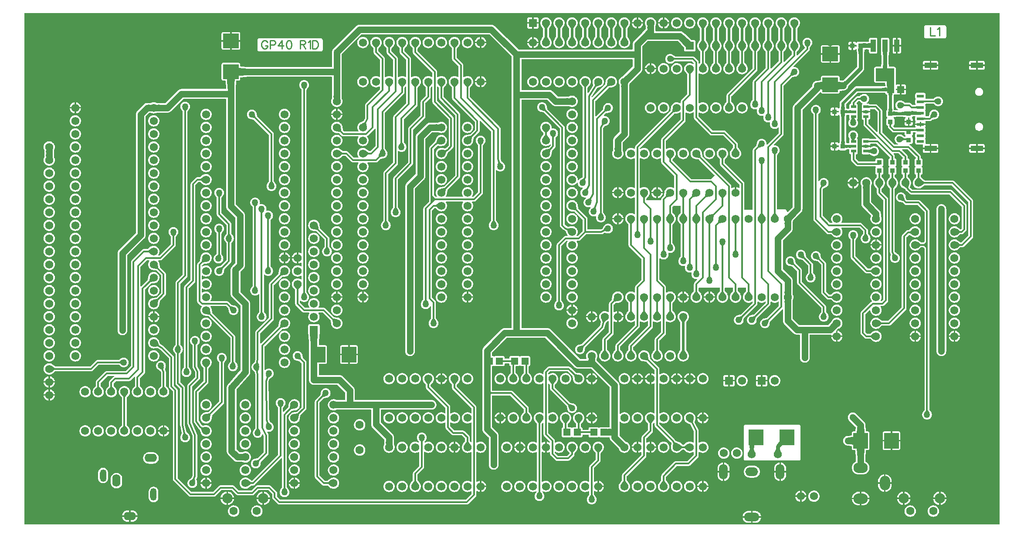
<source format=gtl>
G04 Layer: TopLayer*
G04 EasyEDA v6.5.39, 2024-02-04 18:04:26*
G04 6365909e63f64f6689fdd3236b4dce0a,5509f98a9368439c9cde498926e245b9,10*
G04 Gerber Generator version 0.2*
G04 Scale: 100 percent, Rotated: No, Reflected: No *
G04 Dimensions in inches *
G04 leading zeros omitted , absolute positions ,3 integer and 6 decimal *
%FSLAX36Y36*%
%MOIN*%

%AMMACRO1*21,1,$1,$2,0,0,$3*%
%ADD10C,0.0090*%
%ADD11C,0.0120*%
%ADD12C,0.0500*%
%ADD13C,0.0200*%
%ADD14C,0.0300*%
%ADD15C,0.0240*%
%ADD16R,0.0394X0.0236*%
%ADD17MACRO1,0.0531X0.0555X90.0000*%
%ADD18MACRO1,0.0531X0.0555X-90.0000*%
%ADD19R,0.0360X0.0380*%
%ADD20R,0.0380X0.0360*%
%ADD21R,0.0386X0.0972*%
%ADD22MACRO1,0.1417X0.0972X0.0000*%
%ADD23MACRO1,0.1102X0.1185X0.0000*%
%ADD24R,0.0945X0.0433*%
%ADD25R,0.0551X0.0244*%
%ADD26MACRO1,0.1102X0.1185X90.0000*%
%ADD27C,0.0620*%
%ADD28R,0.0620X0.0620*%
%ADD29C,0.0630*%
%ADD30C,0.0787*%
%ADD31O,0.11X0.08*%
%ADD32O,0.08X0.11*%
%ADD33O,0.05X0.095*%
%ADD34O,0.095X0.063*%
%ADD35O,0.063X0.095*%
%ADD36O,0.11810999999999999X0.066929*%
%ADD37O,0.066929X0.11810999999999999*%
%ADD38O,0.098425X0.066929*%
%ADD39R,0.0630X0.0620*%
%ADD40R,0.0620X0.0630*%
%ADD41C,0.1968*%
%ADD42C,0.0174*%

%LPD*%
G36*
X14200Y10200D02*
G01*
X12660Y10500D01*
X11379Y11379D01*
X10500Y12660D01*
X10200Y14200D01*
X10200Y3922799D01*
X10500Y3924340D01*
X11379Y3925620D01*
X12660Y3926500D01*
X14200Y3926800D01*
X7466100Y3926800D01*
X7467640Y3926500D01*
X7468920Y3925620D01*
X7469800Y3924340D01*
X7470100Y3922799D01*
X7470100Y14200D01*
X7469800Y12660D01*
X7468920Y11379D01*
X7467619Y10500D01*
X7466100Y10200D01*
G37*

%LPC*%
G36*
X5549539Y20680D02*
G01*
X5569000Y20680D01*
X5569000Y60340D01*
X5504240Y60340D01*
X5504560Y57779D01*
X5505980Y52240D01*
X5508099Y46900D01*
X5510860Y41880D01*
X5514240Y37240D01*
X5518160Y33060D01*
X5522580Y29400D01*
X5527420Y26320D01*
X5532600Y23880D01*
X5538060Y22120D01*
X5543680Y21040D01*
G37*
G36*
X5581000Y20680D02*
G01*
X5600460Y20680D01*
X5606319Y21040D01*
X5611940Y22120D01*
X5617400Y23880D01*
X5622580Y26320D01*
X5627420Y29400D01*
X5631840Y33060D01*
X5635780Y37240D01*
X5639140Y41880D01*
X5641900Y46900D01*
X5644020Y52240D01*
X5645440Y57779D01*
X5645760Y60340D01*
X5581000Y60340D01*
G37*
G36*
X822820Y28880D02*
G01*
X832680Y28880D01*
X838280Y29240D01*
X843680Y30280D01*
X848900Y31960D01*
X853860Y34300D01*
X858500Y37240D01*
X862720Y40740D01*
X866480Y44740D01*
X869700Y49180D01*
X872340Y53980D01*
X874360Y59080D01*
X875720Y64400D01*
X876000Y66580D01*
X822820Y66580D01*
G37*
G36*
X800939Y28880D02*
G01*
X810819Y28880D01*
X810819Y66580D01*
X757620Y66580D01*
X757900Y64400D01*
X759260Y59080D01*
X761280Y53980D01*
X763920Y49180D01*
X767140Y44740D01*
X770900Y40740D01*
X775120Y37240D01*
X779760Y34300D01*
X784720Y31960D01*
X789940Y30280D01*
X795340Y29240D01*
G37*
G36*
X6964980Y67120D02*
G01*
X6970560Y67660D01*
X6976000Y68900D01*
X6981260Y70840D01*
X6986220Y73440D01*
X6990820Y76640D01*
X6994960Y80399D01*
X6998600Y84660D01*
X7001640Y89360D01*
X7004080Y94400D01*
X7005839Y99700D01*
X7006900Y105200D01*
X7007260Y110780D01*
X7006900Y116380D01*
X7005839Y121880D01*
X7004080Y127180D01*
X7001640Y132220D01*
X6998600Y136920D01*
X6994960Y141180D01*
X6990820Y144940D01*
X6986220Y148140D01*
X6981260Y150740D01*
X6976000Y152680D01*
X6970560Y153920D01*
X6964980Y154460D01*
X6959380Y154280D01*
X6953860Y153380D01*
X6948480Y151780D01*
X6943380Y149520D01*
X6938579Y146620D01*
X6934200Y143140D01*
X6930320Y139100D01*
X6926960Y134620D01*
X6924220Y129740D01*
X6922120Y124560D01*
X6920700Y119140D01*
X6919980Y113580D01*
X6919980Y108000D01*
X6920700Y102440D01*
X6922120Y97020D01*
X6924220Y91840D01*
X6926960Y86960D01*
X6930320Y82480D01*
X6934200Y78440D01*
X6938579Y74960D01*
X6943380Y72060D01*
X6948480Y69800D01*
X6953860Y68200D01*
X6959380Y67300D01*
G37*
G36*
X6787820Y67120D02*
G01*
X6793380Y67660D01*
X6798840Y68900D01*
X6804100Y70840D01*
X6809059Y73440D01*
X6813660Y76640D01*
X6817800Y80399D01*
X6821420Y84660D01*
X6824480Y89360D01*
X6826900Y94400D01*
X6828680Y99700D01*
X6829740Y105200D01*
X6830100Y110780D01*
X6829740Y116380D01*
X6828680Y121880D01*
X6826900Y127180D01*
X6824480Y132220D01*
X6821420Y136920D01*
X6817800Y141180D01*
X6813660Y144940D01*
X6809059Y148140D01*
X6804100Y150740D01*
X6798840Y152680D01*
X6793380Y153920D01*
X6787820Y154460D01*
X6782220Y154280D01*
X6776700Y153380D01*
X6771319Y151780D01*
X6766200Y149520D01*
X6761420Y146620D01*
X6757039Y143140D01*
X6753140Y139100D01*
X6749800Y134620D01*
X6747060Y129740D01*
X6744960Y124560D01*
X6743540Y119140D01*
X6742820Y113580D01*
X6742820Y108000D01*
X6743540Y102440D01*
X6744960Y97020D01*
X6747060Y91840D01*
X6749800Y86960D01*
X6753140Y82480D01*
X6757039Y78440D01*
X6761420Y74960D01*
X6766200Y72060D01*
X6771319Y69800D01*
X6776700Y68200D01*
X6782220Y67300D01*
G37*
G36*
X1789980Y67140D02*
G01*
X1795560Y67680D01*
X1801020Y68920D01*
X1806260Y70860D01*
X1811240Y73440D01*
X1815820Y76640D01*
X1819960Y80399D01*
X1823600Y84660D01*
X1826639Y89360D01*
X1829079Y94400D01*
X1830840Y99720D01*
X1831920Y105220D01*
X1832280Y110800D01*
X1831920Y116380D01*
X1830840Y121880D01*
X1829079Y127200D01*
X1826639Y132240D01*
X1823600Y136940D01*
X1819960Y141200D01*
X1815820Y144960D01*
X1811240Y148160D01*
X1806260Y150740D01*
X1801020Y152680D01*
X1795560Y153920D01*
X1789980Y154460D01*
X1784379Y154280D01*
X1778860Y153400D01*
X1773500Y151800D01*
X1768380Y149540D01*
X1763580Y146640D01*
X1759220Y143140D01*
X1755320Y139120D01*
X1751960Y134640D01*
X1749220Y129760D01*
X1747120Y124560D01*
X1745700Y119160D01*
X1744980Y113600D01*
X1744980Y108000D01*
X1745700Y102440D01*
X1747120Y97040D01*
X1749220Y91840D01*
X1751960Y86960D01*
X1755320Y82480D01*
X1759220Y78460D01*
X1763580Y74960D01*
X1768380Y72060D01*
X1773500Y69800D01*
X1778860Y68200D01*
X1784379Y67320D01*
G37*
G36*
X1612820Y67140D02*
G01*
X1618400Y67680D01*
X1623839Y68920D01*
X1629100Y70860D01*
X1634060Y73440D01*
X1638660Y76640D01*
X1642800Y80399D01*
X1646440Y84660D01*
X1649480Y89360D01*
X1651920Y94400D01*
X1653680Y99720D01*
X1654740Y105220D01*
X1655100Y110800D01*
X1654740Y116380D01*
X1653680Y121880D01*
X1651920Y127200D01*
X1649480Y132240D01*
X1646440Y136940D01*
X1642800Y141200D01*
X1638660Y144960D01*
X1634060Y148160D01*
X1629100Y150740D01*
X1623839Y152680D01*
X1618400Y153920D01*
X1612820Y154460D01*
X1607220Y154280D01*
X1601699Y153400D01*
X1596320Y151800D01*
X1591220Y149540D01*
X1586420Y146640D01*
X1582040Y143140D01*
X1578160Y139120D01*
X1574800Y134640D01*
X1572060Y129760D01*
X1569960Y124560D01*
X1568540Y119160D01*
X1567820Y113600D01*
X1567820Y108000D01*
X1568540Y102440D01*
X1569960Y97040D01*
X1572060Y91840D01*
X1574800Y86960D01*
X1578160Y82480D01*
X1582040Y78460D01*
X1586420Y74960D01*
X1591220Y72060D01*
X1596320Y69800D01*
X1601699Y68200D01*
X1607220Y67320D01*
G37*
G36*
X5504240Y72340D02*
G01*
X5569000Y72340D01*
X5569000Y112000D01*
X5549539Y112000D01*
X5543680Y111640D01*
X5538060Y110559D01*
X5532600Y108780D01*
X5527420Y106340D01*
X5522580Y103280D01*
X5518160Y99620D01*
X5514240Y95440D01*
X5510860Y90800D01*
X5508099Y85780D01*
X5505980Y80440D01*
X5504560Y74900D01*
G37*
G36*
X5581000Y72340D02*
G01*
X5645760Y72340D01*
X5645440Y74900D01*
X5644020Y80440D01*
X5641900Y85780D01*
X5639140Y90800D01*
X5635780Y95440D01*
X5631840Y99620D01*
X5627420Y103280D01*
X5622580Y106340D01*
X5617400Y108780D01*
X5611940Y110559D01*
X5606319Y111640D01*
X5600460Y112000D01*
X5581000Y112000D01*
G37*
G36*
X822820Y78580D02*
G01*
X876000Y78580D01*
X875720Y80780D01*
X874360Y86100D01*
X872340Y91199D01*
X869700Y96000D01*
X866480Y100440D01*
X862720Y104440D01*
X858500Y107940D01*
X853860Y110879D01*
X848900Y113219D01*
X843680Y114900D01*
X838280Y115940D01*
X832680Y116280D01*
X822820Y116280D01*
G37*
G36*
X757620Y78580D02*
G01*
X810819Y78580D01*
X810819Y116280D01*
X800939Y116280D01*
X795340Y115940D01*
X789940Y114900D01*
X784720Y113219D01*
X779760Y110879D01*
X775120Y107940D01*
X770900Y104440D01*
X767140Y100440D01*
X763920Y96000D01*
X761280Y91199D01*
X759260Y86100D01*
X757900Y80780D01*
G37*
G36*
X6392600Y154680D02*
G01*
X6401480Y154680D01*
X6401480Y200880D01*
X6340720Y200880D01*
X6341079Y197820D01*
X6342480Y191920D01*
X6344560Y186220D01*
X6347279Y180799D01*
X6350620Y175720D01*
X6354520Y171080D01*
X6358940Y166900D01*
X6363800Y163280D01*
X6369059Y160240D01*
X6374620Y157840D01*
X6380440Y156100D01*
X6386420Y155040D01*
G37*
G36*
X6413480Y154680D02*
G01*
X6422360Y154680D01*
X6428540Y155040D01*
X6434520Y156100D01*
X6440340Y157840D01*
X6445900Y160240D01*
X6451160Y163280D01*
X6456040Y166900D01*
X6460440Y171080D01*
X6464340Y175720D01*
X6467680Y180799D01*
X6470400Y186220D01*
X6472480Y191920D01*
X6473880Y197820D01*
X6474240Y200880D01*
X6413480Y200880D01*
G37*
G36*
X6731200Y158060D02*
G01*
X6731200Y203220D01*
X6686079Y203220D01*
X6686460Y200100D01*
X6687880Y194160D01*
X6690019Y188420D01*
X6692800Y183000D01*
X6696220Y177920D01*
X6700200Y173299D01*
X6704720Y169180D01*
X6709680Y165620D01*
X6715019Y162659D01*
X6720680Y160360D01*
X6726580Y158760D01*
G37*
G36*
X7006799Y158060D02*
G01*
X7006799Y203220D01*
X6961660Y203220D01*
X6962039Y200100D01*
X6963480Y194160D01*
X6965599Y188420D01*
X6968400Y183000D01*
X6971799Y177920D01*
X6975800Y173299D01*
X6980300Y169180D01*
X6985260Y165620D01*
X6990620Y162659D01*
X6996280Y160360D01*
X7002160Y158760D01*
G37*
G36*
X1831800Y158080D02*
G01*
X1831800Y203220D01*
X1786680Y203220D01*
X1787040Y200100D01*
X1788480Y194160D01*
X1790600Y188440D01*
X1793400Y183000D01*
X1796800Y177940D01*
X1800800Y173299D01*
X1805300Y169180D01*
X1810260Y165620D01*
X1815620Y162680D01*
X1821279Y160380D01*
X1827180Y158760D01*
G37*
G36*
X1556200Y158080D02*
G01*
X1556200Y203220D01*
X1511080Y203220D01*
X1511459Y200100D01*
X1512900Y194160D01*
X1515020Y188440D01*
X1517800Y183000D01*
X1521220Y177940D01*
X1525200Y173299D01*
X1529720Y169180D01*
X1534680Y165620D01*
X1540020Y162680D01*
X1545700Y160380D01*
X1551579Y158760D01*
G37*
G36*
X1568200Y158080D02*
G01*
X1569820Y158220D01*
X1575800Y159480D01*
X1581579Y161439D01*
X1587100Y164060D01*
X1592260Y167340D01*
X1597000Y171180D01*
X1601260Y175560D01*
X1604980Y180420D01*
X1608080Y185680D01*
X1610540Y191280D01*
X1612320Y197120D01*
X1613420Y203220D01*
X1568200Y203220D01*
G37*
G36*
X1843800Y158080D02*
G01*
X1845400Y158220D01*
X1851380Y159480D01*
X1857180Y161439D01*
X1862680Y164060D01*
X1867860Y167340D01*
X1872600Y171180D01*
X1876860Y175560D01*
X1880560Y180420D01*
X1883660Y185680D01*
X1886140Y191280D01*
X1887920Y197120D01*
X1889000Y203220D01*
X1843800Y203220D01*
G37*
G36*
X6743200Y158080D02*
G01*
X6744820Y158220D01*
X6750800Y159480D01*
X6756580Y161439D01*
X6762100Y164060D01*
X6767260Y167320D01*
X6772000Y171180D01*
X6776260Y175560D01*
X6779960Y180400D01*
X6783080Y185660D01*
X6785540Y191260D01*
X6787320Y197100D01*
X6788400Y203220D01*
X6743200Y203220D01*
G37*
G36*
X7018800Y158080D02*
G01*
X7020400Y158220D01*
X7026380Y159480D01*
X7032160Y161439D01*
X7037680Y164060D01*
X7042859Y167320D01*
X7047600Y171180D01*
X7051840Y175560D01*
X7055560Y180400D01*
X7058660Y185660D01*
X7061120Y191260D01*
X7062920Y197100D01*
X7064000Y203220D01*
X7018800Y203220D01*
G37*
G36*
X1960180Y161800D02*
G01*
X3395700Y161820D01*
X3399160Y162300D01*
X3402340Y163359D01*
X3405280Y165000D01*
X3408000Y167260D01*
X3463360Y222640D01*
X3465460Y225420D01*
X3466960Y228440D01*
X3467880Y231660D01*
X3468200Y235180D01*
X3468200Y261920D01*
X3468480Y263380D01*
X3469260Y264640D01*
X3470460Y265520D01*
X3471900Y265920D01*
X3473380Y265740D01*
X3474700Y265060D01*
X3475280Y264580D01*
X3480020Y261700D01*
X3485080Y259460D01*
X3490380Y257900D01*
X3494000Y257300D01*
X3494000Y294000D01*
X3472200Y294000D01*
X3470659Y294300D01*
X3469380Y295180D01*
X3468500Y296460D01*
X3468200Y298000D01*
X3468200Y302000D01*
X3468500Y303540D01*
X3469380Y304820D01*
X3470659Y305700D01*
X3472200Y306000D01*
X3494000Y306000D01*
X3494000Y342700D01*
X3490380Y342100D01*
X3485080Y340540D01*
X3480020Y338300D01*
X3475280Y335420D01*
X3474700Y334940D01*
X3473380Y334260D01*
X3471900Y334080D01*
X3470460Y334480D01*
X3469260Y335360D01*
X3468480Y336620D01*
X3468200Y338080D01*
X3468200Y561920D01*
X3468480Y563380D01*
X3469260Y564640D01*
X3470460Y565520D01*
X3471900Y565920D01*
X3473380Y565740D01*
X3474700Y565060D01*
X3475280Y564580D01*
X3480020Y561700D01*
X3485080Y559460D01*
X3490380Y557900D01*
X3495860Y557000D01*
X3501380Y556840D01*
X3506900Y557360D01*
X3512280Y558600D01*
X3517480Y560500D01*
X3522400Y563060D01*
X3526920Y566240D01*
X3531019Y569960D01*
X3534620Y574160D01*
X3537640Y578800D01*
X3540040Y583800D01*
X3541780Y589040D01*
X3542840Y594480D01*
X3543200Y600000D01*
X3542840Y605520D01*
X3541780Y610960D01*
X3540040Y616200D01*
X3537640Y621200D01*
X3534620Y625840D01*
X3531019Y630040D01*
X3526920Y633760D01*
X3522400Y636940D01*
X3517480Y639500D01*
X3512280Y641400D01*
X3506900Y642640D01*
X3501380Y643160D01*
X3495860Y643000D01*
X3490380Y642099D01*
X3485080Y640540D01*
X3480020Y638300D01*
X3475280Y635420D01*
X3474700Y634940D01*
X3473380Y634260D01*
X3471900Y634080D01*
X3470460Y634480D01*
X3469260Y635360D01*
X3468480Y636620D01*
X3468200Y638080D01*
X3468180Y905699D01*
X3467700Y909160D01*
X3466640Y912340D01*
X3465000Y915280D01*
X3462740Y918000D01*
X3319380Y1061360D01*
X3318500Y1062660D01*
X3318200Y1064200D01*
X3318200Y1077140D01*
X3318420Y1078460D01*
X3319060Y1079620D01*
X3335419Y1100280D01*
X3338300Y1105020D01*
X3340539Y1110080D01*
X3342100Y1115380D01*
X3343000Y1120860D01*
X3343180Y1126380D01*
X3342640Y1131900D01*
X3341400Y1137280D01*
X3339500Y1142480D01*
X3336940Y1147400D01*
X3333759Y1151920D01*
X3330040Y1156020D01*
X3325840Y1159620D01*
X3321200Y1162640D01*
X3316200Y1165040D01*
X3310960Y1166780D01*
X3305520Y1167840D01*
X3300000Y1168200D01*
X3294480Y1167840D01*
X3289040Y1166780D01*
X3283800Y1165040D01*
X3278800Y1162640D01*
X3274160Y1159620D01*
X3269960Y1156020D01*
X3266240Y1151920D01*
X3263060Y1147400D01*
X3260500Y1142480D01*
X3258600Y1137280D01*
X3257360Y1131900D01*
X3256840Y1126380D01*
X3257000Y1120860D01*
X3257900Y1115380D01*
X3259460Y1110080D01*
X3261700Y1105020D01*
X3264580Y1100280D01*
X3280940Y1079620D01*
X3281580Y1078460D01*
X3281800Y1077140D01*
X3281820Y1054300D01*
X3282300Y1050840D01*
X3283360Y1047660D01*
X3285000Y1044720D01*
X3287260Y1042000D01*
X3430620Y898640D01*
X3431500Y897340D01*
X3431800Y895800D01*
X3431800Y863100D01*
X3431440Y861440D01*
X3430419Y860080D01*
X3428920Y859260D01*
X3427220Y859160D01*
X3425620Y859760D01*
X3421200Y862640D01*
X3416200Y865040D01*
X3410960Y866780D01*
X3405520Y867840D01*
X3400000Y868199D01*
X3394480Y867840D01*
X3389040Y866780D01*
X3383800Y865040D01*
X3378800Y862640D01*
X3374160Y859620D01*
X3369960Y856020D01*
X3366240Y851919D01*
X3363060Y847400D01*
X3360500Y842480D01*
X3358600Y837280D01*
X3357360Y831900D01*
X3356840Y826380D01*
X3357000Y820860D01*
X3357900Y815380D01*
X3359460Y810080D01*
X3361700Y805020D01*
X3364580Y800280D01*
X3368020Y795960D01*
X3372000Y792120D01*
X3376440Y788800D01*
X3381259Y786080D01*
X3386400Y784000D01*
X3391740Y782600D01*
X3397240Y781900D01*
X3402760Y781900D01*
X3408260Y782600D01*
X3413620Y784000D01*
X3418740Y786080D01*
X3423560Y788800D01*
X3425400Y790180D01*
X3427020Y790900D01*
X3428759Y790860D01*
X3430340Y790060D01*
X3431420Y788680D01*
X3431800Y786979D01*
X3431800Y640819D01*
X3431460Y639220D01*
X3430520Y637880D01*
X3429120Y637040D01*
X3427500Y636820D01*
X3425920Y637280D01*
X3424660Y638320D01*
X3419060Y645360D01*
X3418420Y646540D01*
X3418200Y647860D01*
X3418180Y675699D01*
X3417700Y679160D01*
X3416640Y682340D01*
X3415000Y685280D01*
X3412740Y688000D01*
X3377360Y723360D01*
X3374580Y725460D01*
X3371560Y726960D01*
X3368340Y727880D01*
X3364820Y728199D01*
X3300899Y728199D01*
X3299360Y728500D01*
X3298060Y729380D01*
X3269380Y758060D01*
X3268500Y759360D01*
X3268200Y760900D01*
X3268200Y786979D01*
X3268580Y788680D01*
X3269660Y790060D01*
X3271240Y790860D01*
X3272980Y790900D01*
X3274600Y790180D01*
X3276440Y788800D01*
X3281259Y786080D01*
X3286400Y784000D01*
X3291740Y782600D01*
X3297240Y781900D01*
X3302760Y781900D01*
X3308260Y782600D01*
X3313620Y784000D01*
X3318740Y786080D01*
X3323560Y788800D01*
X3328000Y792120D01*
X3331980Y795960D01*
X3335419Y800280D01*
X3338300Y805020D01*
X3340539Y810080D01*
X3342100Y815380D01*
X3343000Y820860D01*
X3343180Y826380D01*
X3342640Y831900D01*
X3341400Y837280D01*
X3339500Y842480D01*
X3336940Y847400D01*
X3333759Y851919D01*
X3330040Y856020D01*
X3325840Y859620D01*
X3321200Y862640D01*
X3316200Y865040D01*
X3310960Y866780D01*
X3305520Y867840D01*
X3300000Y868199D01*
X3294480Y867840D01*
X3289040Y866780D01*
X3283800Y865040D01*
X3278800Y862640D01*
X3274380Y859760D01*
X3272780Y859140D01*
X3271080Y859260D01*
X3269580Y860080D01*
X3268560Y861440D01*
X3268200Y863100D01*
X3268180Y910699D01*
X3267700Y914160D01*
X3266640Y917340D01*
X3265000Y920280D01*
X3262740Y923000D01*
X3119380Y1066360D01*
X3118500Y1067660D01*
X3118200Y1069200D01*
X3118200Y1077140D01*
X3118420Y1078460D01*
X3119060Y1079620D01*
X3135419Y1100280D01*
X3138300Y1105020D01*
X3140539Y1110080D01*
X3142100Y1115380D01*
X3143000Y1120860D01*
X3143180Y1126380D01*
X3142640Y1131900D01*
X3141400Y1137280D01*
X3139500Y1142480D01*
X3136940Y1147400D01*
X3133759Y1151920D01*
X3130040Y1156020D01*
X3125840Y1159620D01*
X3121200Y1162640D01*
X3116200Y1165040D01*
X3110960Y1166780D01*
X3105520Y1167840D01*
X3100000Y1168200D01*
X3094480Y1167840D01*
X3089040Y1166780D01*
X3083800Y1165040D01*
X3078800Y1162640D01*
X3074160Y1159620D01*
X3069960Y1156020D01*
X3066240Y1151920D01*
X3063060Y1147400D01*
X3060500Y1142480D01*
X3058600Y1137280D01*
X3057360Y1131900D01*
X3056840Y1126380D01*
X3057000Y1120860D01*
X3057900Y1115380D01*
X3059460Y1110080D01*
X3061700Y1105020D01*
X3064580Y1100280D01*
X3080940Y1079620D01*
X3081580Y1078460D01*
X3081800Y1077140D01*
X3081820Y1059300D01*
X3082300Y1055840D01*
X3083360Y1052660D01*
X3085000Y1049720D01*
X3087260Y1047000D01*
X3230620Y903640D01*
X3231500Y902340D01*
X3231800Y900800D01*
X3231800Y863100D01*
X3231440Y861440D01*
X3230419Y860080D01*
X3228920Y859260D01*
X3227220Y859160D01*
X3225620Y859760D01*
X3221200Y862640D01*
X3216200Y865040D01*
X3210960Y866780D01*
X3205520Y867840D01*
X3200000Y868199D01*
X3194480Y867840D01*
X3189040Y866780D01*
X3183800Y865040D01*
X3178800Y862640D01*
X3174160Y859620D01*
X3169960Y856020D01*
X3166240Y851919D01*
X3163060Y847400D01*
X3160500Y842480D01*
X3158600Y837280D01*
X3157360Y831900D01*
X3156840Y826380D01*
X3157000Y820860D01*
X3157900Y815380D01*
X3159460Y810080D01*
X3161700Y805020D01*
X3164580Y800280D01*
X3168020Y795960D01*
X3172000Y792120D01*
X3176440Y788800D01*
X3181259Y786080D01*
X3186400Y784000D01*
X3191740Y782600D01*
X3197240Y781900D01*
X3202760Y781900D01*
X3208260Y782600D01*
X3213620Y784000D01*
X3218740Y786080D01*
X3223560Y788800D01*
X3225400Y790180D01*
X3227020Y790900D01*
X3228759Y790860D01*
X3230340Y790060D01*
X3231420Y788680D01*
X3231800Y786979D01*
X3231820Y751000D01*
X3232300Y747540D01*
X3233360Y744360D01*
X3235000Y741420D01*
X3237260Y738700D01*
X3279340Y696640D01*
X3282120Y694539D01*
X3285140Y693040D01*
X3288360Y692120D01*
X3291880Y691800D01*
X3355800Y691800D01*
X3357340Y691500D01*
X3358639Y690620D01*
X3380620Y668640D01*
X3381500Y667340D01*
X3381800Y665800D01*
X3381800Y647860D01*
X3381580Y646540D01*
X3380940Y645360D01*
X3367320Y628260D01*
X3363800Y623560D01*
X3361080Y618740D01*
X3359000Y613620D01*
X3357600Y608260D01*
X3356900Y602760D01*
X3356900Y597240D01*
X3357600Y591740D01*
X3359000Y586380D01*
X3361080Y581260D01*
X3363800Y576440D01*
X3367120Y572000D01*
X3370960Y568020D01*
X3375280Y564580D01*
X3380020Y561700D01*
X3385080Y559460D01*
X3390380Y557900D01*
X3395860Y557000D01*
X3401380Y556840D01*
X3406900Y557360D01*
X3412280Y558600D01*
X3417480Y560500D01*
X3422400Y563060D01*
X3425520Y565240D01*
X3427120Y565900D01*
X3428840Y565820D01*
X3430380Y565020D01*
X3431420Y563660D01*
X3431800Y561960D01*
X3431800Y338040D01*
X3431420Y336340D01*
X3430380Y334980D01*
X3428840Y334180D01*
X3427120Y334099D01*
X3425520Y334760D01*
X3422400Y336940D01*
X3417480Y339500D01*
X3412280Y341400D01*
X3406900Y342640D01*
X3401380Y343160D01*
X3395860Y343000D01*
X3390380Y342100D01*
X3385080Y340540D01*
X3380020Y338300D01*
X3375280Y335420D01*
X3370960Y331980D01*
X3367120Y328000D01*
X3363800Y323560D01*
X3361080Y318740D01*
X3359000Y313620D01*
X3357600Y308260D01*
X3356900Y302760D01*
X3356900Y297240D01*
X3357600Y291740D01*
X3359000Y286380D01*
X3361080Y281260D01*
X3363800Y276440D01*
X3367120Y272000D01*
X3370960Y268020D01*
X3375280Y264580D01*
X3380020Y261700D01*
X3385080Y259460D01*
X3390380Y257900D01*
X3395860Y257000D01*
X3401380Y256840D01*
X3406900Y257360D01*
X3412280Y258600D01*
X3417480Y260500D01*
X3422400Y263060D01*
X3425520Y265240D01*
X3427120Y265900D01*
X3428840Y265820D01*
X3430380Y265020D01*
X3431420Y263660D01*
X3431800Y261960D01*
X3431800Y244200D01*
X3431500Y242659D01*
X3430620Y241360D01*
X3388639Y199380D01*
X3387340Y198500D01*
X3385800Y198200D01*
X1969199Y198200D01*
X1967660Y198500D01*
X1966360Y199380D01*
X1944379Y221360D01*
X1943500Y222659D01*
X1943200Y224200D01*
X1943180Y250700D01*
X1942700Y254160D01*
X1941639Y257340D01*
X1940000Y260280D01*
X1937740Y263000D01*
X1897360Y303360D01*
X1894580Y305460D01*
X1891560Y306960D01*
X1888340Y307880D01*
X1884820Y308200D01*
X1794300Y308180D01*
X1790840Y307700D01*
X1787660Y306640D01*
X1784720Y305000D01*
X1782000Y302740D01*
X1748640Y269380D01*
X1747340Y268500D01*
X1745800Y268200D01*
X1654199Y268200D01*
X1652660Y268500D01*
X1651360Y269380D01*
X1617360Y303360D01*
X1614580Y305460D01*
X1611560Y306960D01*
X1608340Y307880D01*
X1604820Y308200D01*
X1509300Y308180D01*
X1505840Y307700D01*
X1502660Y306640D01*
X1499720Y305000D01*
X1497000Y302740D01*
X1453640Y259380D01*
X1452340Y258500D01*
X1450800Y258200D01*
X1289199Y258200D01*
X1287660Y258500D01*
X1286360Y259380D01*
X1184380Y361360D01*
X1183500Y362660D01*
X1183200Y364200D01*
X1183180Y1035699D01*
X1182700Y1039160D01*
X1181640Y1042340D01*
X1180000Y1045280D01*
X1177740Y1048000D01*
X1154380Y1071360D01*
X1153500Y1072660D01*
X1153200Y1074200D01*
X1153180Y1290700D01*
X1152700Y1294160D01*
X1151640Y1297340D01*
X1150000Y1300280D01*
X1147740Y1303000D01*
X1077320Y1373380D01*
X1074380Y1375600D01*
X1050300Y1390420D01*
X1049300Y1391300D01*
X1048640Y1392460D01*
X1041200Y1413020D01*
X1040800Y1413880D01*
X1040040Y1416200D01*
X1037640Y1421200D01*
X1034620Y1425840D01*
X1031020Y1430040D01*
X1026919Y1433760D01*
X1022380Y1436940D01*
X1017480Y1439500D01*
X1012280Y1441399D01*
X1006900Y1442640D01*
X1001380Y1443160D01*
X995860Y1443000D01*
X990380Y1442100D01*
X985080Y1440540D01*
X980020Y1438300D01*
X975280Y1435420D01*
X970960Y1431980D01*
X967099Y1428000D01*
X963800Y1423560D01*
X961080Y1418740D01*
X959000Y1413620D01*
X957600Y1408260D01*
X956900Y1402760D01*
X956900Y1397240D01*
X957600Y1391740D01*
X959000Y1386380D01*
X961080Y1381260D01*
X963800Y1376440D01*
X967099Y1372000D01*
X970960Y1368020D01*
X975280Y1364580D01*
X980020Y1361699D01*
X985080Y1359460D01*
X990380Y1357900D01*
X995860Y1357000D01*
X1001380Y1356840D01*
X1007120Y1357380D01*
X1028640Y1359980D01*
X1029980Y1359920D01*
X1031220Y1359420D01*
X1053240Y1345860D01*
X1053980Y1345280D01*
X1115620Y1283640D01*
X1116500Y1282340D01*
X1116800Y1280800D01*
X1116820Y1064300D01*
X1117300Y1060840D01*
X1118360Y1057660D01*
X1120000Y1054720D01*
X1122260Y1052000D01*
X1145620Y1028640D01*
X1146500Y1027340D01*
X1146800Y1025800D01*
X1146820Y354300D01*
X1147300Y350840D01*
X1148360Y347660D01*
X1150000Y344720D01*
X1152260Y342000D01*
X1267640Y226640D01*
X1270420Y224540D01*
X1273440Y223039D01*
X1276660Y222120D01*
X1280180Y221800D01*
X1460700Y221820D01*
X1464160Y222300D01*
X1467340Y223359D01*
X1470280Y225000D01*
X1473000Y227260D01*
X1516360Y270620D01*
X1517660Y271500D01*
X1519199Y271800D01*
X1595800Y271800D01*
X1597340Y271500D01*
X1598640Y270620D01*
X1632640Y236640D01*
X1635420Y234540D01*
X1638440Y233039D01*
X1641660Y232120D01*
X1645180Y231800D01*
X1755700Y231820D01*
X1759160Y232300D01*
X1762340Y233359D01*
X1765280Y235000D01*
X1768000Y237260D01*
X1801360Y270620D01*
X1802660Y271500D01*
X1804199Y271800D01*
X1875800Y271800D01*
X1877340Y271500D01*
X1878640Y270620D01*
X1905620Y243640D01*
X1906500Y242340D01*
X1906800Y240799D01*
X1906819Y214300D01*
X1907300Y210840D01*
X1908360Y207659D01*
X1910000Y204720D01*
X1912260Y202000D01*
X1947640Y166640D01*
X1950420Y164540D01*
X1953440Y163039D01*
X1956660Y162120D01*
G37*
G36*
X4347460Y162900D02*
G01*
X4352540Y162900D01*
X4357560Y163580D01*
X4362460Y164960D01*
X4367120Y166980D01*
X4371440Y169620D01*
X4375380Y172820D01*
X4378840Y176520D01*
X4381780Y180680D01*
X4384120Y185180D01*
X4385820Y189960D01*
X4386840Y194940D01*
X4387200Y200000D01*
X4386840Y205060D01*
X4385820Y210040D01*
X4384120Y214820D01*
X4381780Y219320D01*
X4368960Y236960D01*
X4368400Y238080D01*
X4368200Y239320D01*
X4368200Y261920D01*
X4368480Y263380D01*
X4369260Y264640D01*
X4370460Y265520D01*
X4371900Y265920D01*
X4373380Y265740D01*
X4374700Y265060D01*
X4375280Y264580D01*
X4380020Y261700D01*
X4385080Y259460D01*
X4390380Y257900D01*
X4394000Y257300D01*
X4394000Y294000D01*
X4372200Y294000D01*
X4370660Y294300D01*
X4369380Y295180D01*
X4368500Y296460D01*
X4368200Y298000D01*
X4368200Y302000D01*
X4368500Y303540D01*
X4369380Y304820D01*
X4370660Y305700D01*
X4372200Y306000D01*
X4394000Y306000D01*
X4394000Y342700D01*
X4390380Y342100D01*
X4385080Y340540D01*
X4380020Y338300D01*
X4375280Y335420D01*
X4374700Y334940D01*
X4373380Y334260D01*
X4371900Y334080D01*
X4370460Y334480D01*
X4369260Y335360D01*
X4368480Y336620D01*
X4368200Y338080D01*
X4368200Y440800D01*
X4368500Y442340D01*
X4369380Y443640D01*
X4413360Y487640D01*
X4415460Y490420D01*
X4416960Y493440D01*
X4417880Y496659D01*
X4418200Y500180D01*
X4418200Y552140D01*
X4418420Y553460D01*
X4419060Y554620D01*
X4432660Y571740D01*
X4433200Y572520D01*
X4434620Y574160D01*
X4437640Y578800D01*
X4440040Y583800D01*
X4441780Y589040D01*
X4442840Y594480D01*
X4443200Y600000D01*
X4442840Y605520D01*
X4441780Y610960D01*
X4440040Y616200D01*
X4437640Y621200D01*
X4434620Y625840D01*
X4431020Y630040D01*
X4426920Y633760D01*
X4422400Y636940D01*
X4417480Y639500D01*
X4412280Y641400D01*
X4406900Y642640D01*
X4401380Y643160D01*
X4395860Y643000D01*
X4390380Y642099D01*
X4385080Y640540D01*
X4380020Y638300D01*
X4375280Y635420D01*
X4370960Y631980D01*
X4367120Y628000D01*
X4363800Y623560D01*
X4361080Y618740D01*
X4359000Y613620D01*
X4357600Y608260D01*
X4356900Y602760D01*
X4356900Y597240D01*
X4357600Y591740D01*
X4359000Y586380D01*
X4361080Y581260D01*
X4363800Y576440D01*
X4367320Y571740D01*
X4380940Y554620D01*
X4381580Y553460D01*
X4381800Y552140D01*
X4381800Y509200D01*
X4381500Y507660D01*
X4380620Y506360D01*
X4336640Y462360D01*
X4334540Y459580D01*
X4333040Y456560D01*
X4332120Y453340D01*
X4331800Y449820D01*
X4331800Y338040D01*
X4331420Y336340D01*
X4330380Y334980D01*
X4328840Y334180D01*
X4327120Y334099D01*
X4325520Y334760D01*
X4322400Y336940D01*
X4317480Y339500D01*
X4312280Y341400D01*
X4306900Y342640D01*
X4301380Y343160D01*
X4295860Y343000D01*
X4290380Y342100D01*
X4285080Y340540D01*
X4280020Y338300D01*
X4275280Y335420D01*
X4270960Y331980D01*
X4267120Y328000D01*
X4263800Y323560D01*
X4261080Y318740D01*
X4259000Y313620D01*
X4257600Y308260D01*
X4256900Y302760D01*
X4256900Y297240D01*
X4257600Y291740D01*
X4259000Y286380D01*
X4261080Y281260D01*
X4263800Y276440D01*
X4267120Y272000D01*
X4270960Y268020D01*
X4275280Y264580D01*
X4280020Y261700D01*
X4285080Y259460D01*
X4290380Y257900D01*
X4295860Y257000D01*
X4301380Y256840D01*
X4306900Y257360D01*
X4312280Y258600D01*
X4317480Y260500D01*
X4322400Y263060D01*
X4325520Y265240D01*
X4327120Y265900D01*
X4328840Y265820D01*
X4330380Y265020D01*
X4331420Y263660D01*
X4331800Y261960D01*
X4331800Y239320D01*
X4331600Y238080D01*
X4331040Y236960D01*
X4321560Y223939D01*
X4321160Y223480D01*
X4318220Y219320D01*
X4315880Y214820D01*
X4314180Y210040D01*
X4313160Y205060D01*
X4312800Y200000D01*
X4313160Y194940D01*
X4314180Y189960D01*
X4315880Y185180D01*
X4318220Y180680D01*
X4321160Y176520D01*
X4324620Y172820D01*
X4328560Y169620D01*
X4332880Y166980D01*
X4337540Y164960D01*
X4342440Y163580D01*
G37*
G36*
X995380Y178340D02*
G01*
X1000440Y178340D01*
X1005480Y179040D01*
X1010360Y180400D01*
X1015020Y182420D01*
X1019360Y185060D01*
X1023300Y188260D01*
X1026760Y191980D01*
X1029680Y196119D01*
X1032020Y200640D01*
X1033720Y205420D01*
X1034760Y210380D01*
X1035120Y215580D01*
X1035120Y260320D01*
X1034760Y265520D01*
X1033720Y270480D01*
X1032020Y275260D01*
X1029680Y279780D01*
X1026760Y283920D01*
X1023300Y287640D01*
X1019360Y290840D01*
X1015020Y293480D01*
X1010360Y295500D01*
X1005480Y296860D01*
X1000440Y297560D01*
X995380Y297560D01*
X990340Y296860D01*
X985460Y295500D01*
X980800Y293480D01*
X976460Y290840D01*
X972520Y287640D01*
X969060Y283920D01*
X966140Y279780D01*
X963800Y275260D01*
X962099Y270480D01*
X961060Y265520D01*
X960720Y260320D01*
X960720Y215580D01*
X961060Y210380D01*
X962099Y205420D01*
X963800Y200640D01*
X966140Y196119D01*
X969060Y191980D01*
X972520Y188260D01*
X976460Y185060D01*
X980800Y182420D01*
X985460Y180400D01*
X990340Y179040D01*
G37*
G36*
X6051380Y181840D02*
G01*
X6056900Y182360D01*
X6062279Y183600D01*
X6067480Y185500D01*
X6072400Y188060D01*
X6076920Y191240D01*
X6081020Y194960D01*
X6084620Y199160D01*
X6087640Y203800D01*
X6090040Y208800D01*
X6091780Y214040D01*
X6092840Y219480D01*
X6093200Y225000D01*
X6092840Y230520D01*
X6091780Y235960D01*
X6090040Y241200D01*
X6087640Y246200D01*
X6084620Y250840D01*
X6081020Y255040D01*
X6076920Y258760D01*
X6072400Y261940D01*
X6067480Y264500D01*
X6062279Y266400D01*
X6056900Y267640D01*
X6051380Y268160D01*
X6045860Y268000D01*
X6040380Y267100D01*
X6035080Y265540D01*
X6030019Y263300D01*
X6025280Y260420D01*
X6020960Y256980D01*
X6017120Y253000D01*
X6013800Y248560D01*
X6011079Y243740D01*
X6009000Y238619D01*
X6007600Y233260D01*
X6006900Y227760D01*
X6006900Y222240D01*
X6007600Y216740D01*
X6009000Y211380D01*
X6011079Y206260D01*
X6013800Y201439D01*
X6017120Y197000D01*
X6020960Y193020D01*
X6025280Y189579D01*
X6030019Y186700D01*
X6035080Y184460D01*
X6040380Y182900D01*
X6045860Y182000D01*
G37*
G36*
X5956000Y182280D02*
G01*
X5956900Y182360D01*
X5962279Y183600D01*
X5967480Y185500D01*
X5972400Y188060D01*
X5976920Y191240D01*
X5981020Y194960D01*
X5984620Y199160D01*
X5987640Y203800D01*
X5990040Y208800D01*
X5991780Y214040D01*
X5992740Y219000D01*
X5956000Y219000D01*
G37*
G36*
X5944000Y182300D02*
G01*
X5944000Y219000D01*
X5907320Y219000D01*
X5907600Y216740D01*
X5909000Y211380D01*
X5911079Y206260D01*
X5913800Y201439D01*
X5917120Y197000D01*
X5920960Y193020D01*
X5925280Y189579D01*
X5930019Y186700D01*
X5935080Y184460D01*
X5940380Y182900D01*
G37*
G36*
X3947460Y187900D02*
G01*
X3952540Y187900D01*
X3957559Y188580D01*
X3962460Y189960D01*
X3967120Y191980D01*
X3971440Y194620D01*
X3975380Y197820D01*
X3978840Y201520D01*
X3981780Y205680D01*
X3984120Y210180D01*
X3985820Y214960D01*
X3986840Y219940D01*
X3987200Y225000D01*
X3986840Y230060D01*
X3985820Y235040D01*
X3984120Y239820D01*
X3981780Y244320D01*
X3972280Y257399D01*
X3971620Y258820D01*
X3971560Y260380D01*
X3972100Y261840D01*
X3973159Y262980D01*
X3974560Y263640D01*
X3976120Y263720D01*
X3977580Y263180D01*
X3980020Y261700D01*
X3985080Y259460D01*
X3990380Y257900D01*
X3995860Y257000D01*
X4001380Y256840D01*
X4006900Y257360D01*
X4012280Y258600D01*
X4017480Y260500D01*
X4022400Y263060D01*
X4026920Y266240D01*
X4031019Y269960D01*
X4034620Y274160D01*
X4037640Y278800D01*
X4040040Y283800D01*
X4041780Y289040D01*
X4042840Y294480D01*
X4043200Y300000D01*
X4042840Y305520D01*
X4041780Y310960D01*
X4040040Y316200D01*
X4037640Y321200D01*
X4034620Y325840D01*
X4031019Y330040D01*
X4026920Y333760D01*
X4022400Y336940D01*
X4017480Y339500D01*
X4012280Y341400D01*
X4006900Y342640D01*
X4001380Y343160D01*
X3995860Y343000D01*
X3990380Y342100D01*
X3985080Y340540D01*
X3980020Y338300D01*
X3975280Y335420D01*
X3974700Y334940D01*
X3973380Y334260D01*
X3971900Y334080D01*
X3970460Y334480D01*
X3969260Y335360D01*
X3968480Y336620D01*
X3968200Y338080D01*
X3968200Y561920D01*
X3968480Y563380D01*
X3969260Y564640D01*
X3970460Y565520D01*
X3971900Y565920D01*
X3973380Y565740D01*
X3974700Y565060D01*
X3975280Y564580D01*
X3980020Y561700D01*
X3985080Y559460D01*
X3990380Y557900D01*
X3994000Y557300D01*
X3994000Y594000D01*
X3972200Y594000D01*
X3970659Y594300D01*
X3969380Y595180D01*
X3968500Y596460D01*
X3968200Y598000D01*
X3968200Y602000D01*
X3968500Y603540D01*
X3969380Y604820D01*
X3970659Y605700D01*
X3972200Y606000D01*
X3994000Y606000D01*
X3994000Y642700D01*
X3990380Y642099D01*
X3985080Y640540D01*
X3980020Y638300D01*
X3975280Y635420D01*
X3974700Y634940D01*
X3973380Y634260D01*
X3971900Y634080D01*
X3970460Y634480D01*
X3969260Y635360D01*
X3968480Y636620D01*
X3968200Y638080D01*
X3968200Y777140D01*
X3968420Y778460D01*
X3969060Y779620D01*
X3974660Y786680D01*
X3975920Y787720D01*
X3977500Y788180D01*
X3979120Y787960D01*
X3980520Y787120D01*
X3981460Y785780D01*
X3981800Y784180D01*
X3981820Y699300D01*
X3982300Y695840D01*
X3983360Y692660D01*
X3985000Y689720D01*
X3987260Y687000D01*
X4030620Y643640D01*
X4031500Y642340D01*
X4031800Y640800D01*
X4031800Y638040D01*
X4031420Y636340D01*
X4030380Y634980D01*
X4028840Y634180D01*
X4027120Y634100D01*
X4025520Y634760D01*
X4022400Y636940D01*
X4017480Y639500D01*
X4012280Y641400D01*
X4006900Y642640D01*
X4006000Y642720D01*
X4006000Y606000D01*
X4027799Y606000D01*
X4029340Y605700D01*
X4030620Y604820D01*
X4031500Y603540D01*
X4031800Y602000D01*
X4031800Y598000D01*
X4031500Y596460D01*
X4030620Y595180D01*
X4029340Y594300D01*
X4027799Y594000D01*
X4006000Y594000D01*
X4006000Y557280D01*
X4006900Y557360D01*
X4012280Y558600D01*
X4017480Y560500D01*
X4022400Y563060D01*
X4025520Y565240D01*
X4027120Y565900D01*
X4028840Y565820D01*
X4030380Y565020D01*
X4031420Y563660D01*
X4031800Y561960D01*
X4031820Y549300D01*
X4032300Y545840D01*
X4033360Y542660D01*
X4035000Y539720D01*
X4037260Y537000D01*
X4072640Y501640D01*
X4075419Y499540D01*
X4078440Y498040D01*
X4081660Y497120D01*
X4085179Y496800D01*
X4170700Y496820D01*
X4174160Y497299D01*
X4177340Y498360D01*
X4180280Y500000D01*
X4183000Y502260D01*
X4213360Y532640D01*
X4215460Y535420D01*
X4216960Y538440D01*
X4217880Y541660D01*
X4218200Y545180D01*
X4218200Y552140D01*
X4218420Y553460D01*
X4219060Y554620D01*
X4232660Y571740D01*
X4233200Y572520D01*
X4234620Y574160D01*
X4237640Y578800D01*
X4240040Y583800D01*
X4241780Y589040D01*
X4242840Y594480D01*
X4243200Y600000D01*
X4242840Y605520D01*
X4241780Y610960D01*
X4240040Y616200D01*
X4237640Y621200D01*
X4234620Y625840D01*
X4231020Y630040D01*
X4226920Y633760D01*
X4222400Y636940D01*
X4217480Y639500D01*
X4212280Y641400D01*
X4206900Y642640D01*
X4201380Y643160D01*
X4195860Y643000D01*
X4190380Y642099D01*
X4185080Y640540D01*
X4180020Y638300D01*
X4175280Y635420D01*
X4170960Y631980D01*
X4167120Y628000D01*
X4163800Y623560D01*
X4161080Y618740D01*
X4159000Y613620D01*
X4157600Y608260D01*
X4156900Y602760D01*
X4156900Y597240D01*
X4157600Y591740D01*
X4159000Y586380D01*
X4161080Y581260D01*
X4163800Y576440D01*
X4167320Y571740D01*
X4180020Y555780D01*
X4180700Y554500D01*
X4180880Y553060D01*
X4180539Y551660D01*
X4179720Y550460D01*
X4163639Y534380D01*
X4162340Y533500D01*
X4160800Y533200D01*
X4094200Y533200D01*
X4092660Y533500D01*
X4091360Y534380D01*
X4069380Y556360D01*
X4068500Y557660D01*
X4068200Y559200D01*
X4068200Y561920D01*
X4068480Y563380D01*
X4069260Y564640D01*
X4070460Y565520D01*
X4071900Y565920D01*
X4073380Y565740D01*
X4074700Y565060D01*
X4075280Y564580D01*
X4080020Y561700D01*
X4085080Y559460D01*
X4090380Y557900D01*
X4095860Y557000D01*
X4101380Y556840D01*
X4106900Y557360D01*
X4112280Y558600D01*
X4117480Y560500D01*
X4122400Y563060D01*
X4126920Y566240D01*
X4131019Y569960D01*
X4134620Y574160D01*
X4137640Y578800D01*
X4140040Y583800D01*
X4141780Y589040D01*
X4142840Y594480D01*
X4143200Y600000D01*
X4142840Y605520D01*
X4141780Y610960D01*
X4140040Y616200D01*
X4137640Y621200D01*
X4134620Y625840D01*
X4131019Y630040D01*
X4126920Y633760D01*
X4122400Y636940D01*
X4117480Y639500D01*
X4112280Y641400D01*
X4106900Y642640D01*
X4101380Y643160D01*
X4095860Y643000D01*
X4090380Y642099D01*
X4085080Y640540D01*
X4080020Y638300D01*
X4075280Y635420D01*
X4074700Y634940D01*
X4073380Y634260D01*
X4071900Y634080D01*
X4070460Y634480D01*
X4069260Y635360D01*
X4068480Y636620D01*
X4068200Y638080D01*
X4068180Y650699D01*
X4067700Y654160D01*
X4066640Y657340D01*
X4065000Y660280D01*
X4062740Y663000D01*
X4019380Y706360D01*
X4018500Y707660D01*
X4018200Y709200D01*
X4018200Y786919D01*
X4018480Y788379D01*
X4019260Y789640D01*
X4020460Y790520D01*
X4021900Y790920D01*
X4023380Y790740D01*
X4024700Y790060D01*
X4025280Y789580D01*
X4030020Y786700D01*
X4035080Y784460D01*
X4040380Y782900D01*
X4045860Y782000D01*
X4051380Y781840D01*
X4056900Y782360D01*
X4062280Y783600D01*
X4067480Y785500D01*
X4072400Y788060D01*
X4076920Y791240D01*
X4081019Y794960D01*
X4084620Y799160D01*
X4087640Y803800D01*
X4090040Y808800D01*
X4091780Y814040D01*
X4092840Y819479D01*
X4093200Y825000D01*
X4092840Y830520D01*
X4091780Y835960D01*
X4090040Y841200D01*
X4087640Y846200D01*
X4084620Y850840D01*
X4081019Y855040D01*
X4076920Y858760D01*
X4072400Y861940D01*
X4067480Y864500D01*
X4062280Y866400D01*
X4056900Y867640D01*
X4051380Y868160D01*
X4045860Y868000D01*
X4040380Y867099D01*
X4035080Y865540D01*
X4030020Y863300D01*
X4025280Y860420D01*
X4024700Y859940D01*
X4023380Y859260D01*
X4021900Y859080D01*
X4020460Y859479D01*
X4019260Y860360D01*
X4018480Y861620D01*
X4018200Y863080D01*
X4018200Y1084180D01*
X4018540Y1085780D01*
X4019480Y1087120D01*
X4020880Y1087960D01*
X4022500Y1088180D01*
X4024080Y1087720D01*
X4025340Y1086680D01*
X4030940Y1079620D01*
X4031580Y1078460D01*
X4031800Y1077140D01*
X4031820Y1049300D01*
X4032300Y1045840D01*
X4033360Y1042660D01*
X4035000Y1039720D01*
X4037260Y1037000D01*
X4159340Y914920D01*
X4160080Y913920D01*
X4160460Y912720D01*
X4163020Y896280D01*
X4163140Y894980D01*
X4164180Y889960D01*
X4165880Y885180D01*
X4168220Y880680D01*
X4171160Y876520D01*
X4174620Y872820D01*
X4178560Y869620D01*
X4182880Y866979D01*
X4187540Y864960D01*
X4192440Y863580D01*
X4197460Y862900D01*
X4202540Y862900D01*
X4207560Y863580D01*
X4212460Y864960D01*
X4217120Y866979D01*
X4221440Y869620D01*
X4225380Y872820D01*
X4228840Y876520D01*
X4231780Y880680D01*
X4234120Y885180D01*
X4235820Y889960D01*
X4236840Y894940D01*
X4237200Y900000D01*
X4236840Y905060D01*
X4235820Y910040D01*
X4234120Y914820D01*
X4231780Y919320D01*
X4228840Y923480D01*
X4225380Y927180D01*
X4221440Y930380D01*
X4217120Y933020D01*
X4212460Y935040D01*
X4207560Y936420D01*
X4203460Y937000D01*
X4187280Y939539D01*
X4186080Y939920D01*
X4185080Y940660D01*
X4069380Y1056360D01*
X4068500Y1057660D01*
X4068200Y1059200D01*
X4068200Y1077140D01*
X4068420Y1078460D01*
X4069060Y1079620D01*
X4082660Y1096740D01*
X4083200Y1097520D01*
X4084620Y1099160D01*
X4087640Y1103800D01*
X4090040Y1108800D01*
X4091780Y1114040D01*
X4092840Y1119480D01*
X4093200Y1125000D01*
X4092840Y1130520D01*
X4091780Y1135960D01*
X4090040Y1141200D01*
X4087640Y1146200D01*
X4084620Y1150840D01*
X4081019Y1155040D01*
X4076920Y1158760D01*
X4072400Y1161940D01*
X4067480Y1164500D01*
X4062280Y1166400D01*
X4056900Y1167640D01*
X4051380Y1168160D01*
X4045860Y1168000D01*
X4040380Y1167100D01*
X4035080Y1165540D01*
X4030020Y1163300D01*
X4025280Y1160420D01*
X4024700Y1159940D01*
X4023380Y1159260D01*
X4021900Y1159080D01*
X4020460Y1159480D01*
X4019260Y1160360D01*
X4018480Y1161620D01*
X4018200Y1163080D01*
X4018200Y1165800D01*
X4018500Y1167340D01*
X4019380Y1168640D01*
X4031360Y1180620D01*
X4032660Y1181500D01*
X4034200Y1181800D01*
X4165800Y1181800D01*
X4167340Y1181500D01*
X4168639Y1180620D01*
X4203280Y1145980D01*
X4204060Y1144880D01*
X4204440Y1143600D01*
X4206940Y1121720D01*
X4207600Y1116760D01*
X4209000Y1111380D01*
X4211080Y1106260D01*
X4213800Y1101440D01*
X4217120Y1097000D01*
X4220960Y1093020D01*
X4225280Y1089580D01*
X4230020Y1086700D01*
X4235080Y1084460D01*
X4240380Y1082900D01*
X4245860Y1082000D01*
X4251380Y1081840D01*
X4256900Y1082360D01*
X4262280Y1083600D01*
X4267480Y1085500D01*
X4272400Y1088060D01*
X4276920Y1091240D01*
X4281020Y1094960D01*
X4284620Y1099160D01*
X4287640Y1103800D01*
X4290040Y1108800D01*
X4291780Y1114040D01*
X4292840Y1119480D01*
X4293200Y1125000D01*
X4292840Y1130520D01*
X4291780Y1135960D01*
X4290040Y1141200D01*
X4287640Y1146200D01*
X4284620Y1150840D01*
X4281020Y1155040D01*
X4276920Y1158760D01*
X4272400Y1161940D01*
X4267480Y1164500D01*
X4262280Y1166400D01*
X4256900Y1167640D01*
X4231400Y1170560D01*
X4230120Y1170940D01*
X4229020Y1171720D01*
X4187360Y1213360D01*
X4184580Y1215460D01*
X4181560Y1216960D01*
X4178340Y1217880D01*
X4174820Y1218200D01*
X4024300Y1218180D01*
X4020840Y1217700D01*
X4017660Y1216640D01*
X4014720Y1215000D01*
X4012000Y1212740D01*
X3986640Y1187360D01*
X3984540Y1184580D01*
X3983039Y1181560D01*
X3982120Y1178340D01*
X3981800Y1174820D01*
X3981800Y1163040D01*
X3981420Y1161340D01*
X3980380Y1159980D01*
X3978840Y1159180D01*
X3977120Y1159100D01*
X3975520Y1159760D01*
X3972400Y1161940D01*
X3967480Y1164500D01*
X3962280Y1166400D01*
X3956900Y1167640D01*
X3951380Y1168160D01*
X3945860Y1168000D01*
X3940380Y1167100D01*
X3935080Y1165540D01*
X3930020Y1163300D01*
X3925280Y1160420D01*
X3920960Y1156980D01*
X3917120Y1153000D01*
X3913800Y1148560D01*
X3911080Y1143740D01*
X3909000Y1138620D01*
X3907600Y1133260D01*
X3906900Y1127760D01*
X3906900Y1122240D01*
X3907600Y1116740D01*
X3909000Y1111380D01*
X3911080Y1106260D01*
X3913800Y1101440D01*
X3917120Y1097000D01*
X3920960Y1093020D01*
X3925280Y1089580D01*
X3930020Y1086700D01*
X3935080Y1084460D01*
X3940380Y1082900D01*
X3945860Y1082000D01*
X3951380Y1081840D01*
X3956900Y1082360D01*
X3962280Y1083600D01*
X3967480Y1085500D01*
X3972400Y1088060D01*
X3975520Y1090240D01*
X3977120Y1090900D01*
X3978840Y1090820D01*
X3980380Y1090020D01*
X3981420Y1088660D01*
X3981800Y1086960D01*
X3981800Y863040D01*
X3981420Y861340D01*
X3980380Y859980D01*
X3978840Y859180D01*
X3977120Y859100D01*
X3975520Y859760D01*
X3972400Y861940D01*
X3967480Y864500D01*
X3962280Y866400D01*
X3956900Y867640D01*
X3951380Y868160D01*
X3945860Y868000D01*
X3940380Y867099D01*
X3935080Y865540D01*
X3930020Y863300D01*
X3925280Y860420D01*
X3920960Y856979D01*
X3917120Y853000D01*
X3913800Y848560D01*
X3911080Y843740D01*
X3909000Y838620D01*
X3907600Y833259D01*
X3906900Y827760D01*
X3906900Y822240D01*
X3907600Y816740D01*
X3909000Y811380D01*
X3911080Y806260D01*
X3913800Y801440D01*
X3917320Y796740D01*
X3930940Y779620D01*
X3931580Y778460D01*
X3931800Y777140D01*
X3931800Y638040D01*
X3931420Y636340D01*
X3930380Y634980D01*
X3928840Y634180D01*
X3927120Y634100D01*
X3925520Y634760D01*
X3922400Y636940D01*
X3917480Y639500D01*
X3912280Y641400D01*
X3906900Y642640D01*
X3901380Y643160D01*
X3895860Y643000D01*
X3890380Y642099D01*
X3885080Y640540D01*
X3880020Y638300D01*
X3875280Y635420D01*
X3870960Y631980D01*
X3867120Y628000D01*
X3863800Y623560D01*
X3861080Y618740D01*
X3859000Y613620D01*
X3857600Y608260D01*
X3856900Y602760D01*
X3856900Y597240D01*
X3857600Y591740D01*
X3859000Y586380D01*
X3861080Y581260D01*
X3863800Y576440D01*
X3867120Y572000D01*
X3870960Y568020D01*
X3875280Y564580D01*
X3880020Y561700D01*
X3885080Y559460D01*
X3890380Y557900D01*
X3895860Y557000D01*
X3901380Y556840D01*
X3906900Y557360D01*
X3912280Y558600D01*
X3917480Y560500D01*
X3922400Y563060D01*
X3925520Y565240D01*
X3927120Y565900D01*
X3928840Y565820D01*
X3930380Y565020D01*
X3931420Y563660D01*
X3931800Y561960D01*
X3931800Y338040D01*
X3931420Y336340D01*
X3930380Y334980D01*
X3928840Y334180D01*
X3927120Y334099D01*
X3925520Y334760D01*
X3922400Y336940D01*
X3917480Y339500D01*
X3912280Y341400D01*
X3906900Y342640D01*
X3901380Y343160D01*
X3895860Y343000D01*
X3890380Y342100D01*
X3885080Y340540D01*
X3880020Y338300D01*
X3875280Y335420D01*
X3870960Y331980D01*
X3867120Y328000D01*
X3863800Y323560D01*
X3861080Y318740D01*
X3859000Y313620D01*
X3857600Y308260D01*
X3856900Y302760D01*
X3856900Y297240D01*
X3857600Y291740D01*
X3859000Y286380D01*
X3861080Y281260D01*
X3863800Y276440D01*
X3867120Y272000D01*
X3870960Y268020D01*
X3875280Y264580D01*
X3880020Y261700D01*
X3885080Y259460D01*
X3890380Y257900D01*
X3895860Y257000D01*
X3901380Y256840D01*
X3906900Y257360D01*
X3912280Y258600D01*
X3917480Y260500D01*
X3922500Y263120D01*
X3924220Y263580D01*
X3925960Y263240D01*
X3927380Y262180D01*
X3928220Y260620D01*
X3928279Y258840D01*
X3927580Y257220D01*
X3921560Y248939D01*
X3921160Y248480D01*
X3918220Y244320D01*
X3915880Y239820D01*
X3914180Y235040D01*
X3913159Y230060D01*
X3912799Y225000D01*
X3913159Y219940D01*
X3914180Y214960D01*
X3915880Y210180D01*
X3918220Y205680D01*
X3921160Y201520D01*
X3924620Y197820D01*
X3928560Y194620D01*
X3932880Y191980D01*
X3937540Y189960D01*
X3942440Y188580D01*
G37*
G36*
X6413480Y212880D02*
G01*
X6474240Y212880D01*
X6473880Y215960D01*
X6472480Y221860D01*
X6470400Y227560D01*
X6467680Y232979D01*
X6464340Y238060D01*
X6460440Y242700D01*
X6456040Y246880D01*
X6451160Y250500D01*
X6445900Y253540D01*
X6440340Y255940D01*
X6434520Y257680D01*
X6428540Y258740D01*
X6422360Y259080D01*
X6413480Y259080D01*
G37*
G36*
X6340720Y212880D02*
G01*
X6401480Y212880D01*
X6401480Y259080D01*
X6392600Y259080D01*
X6386420Y258740D01*
X6380440Y257680D01*
X6374620Y255940D01*
X6369059Y253540D01*
X6363800Y250500D01*
X6358940Y246880D01*
X6354520Y242700D01*
X6350620Y238060D01*
X6347279Y232979D01*
X6344560Y227560D01*
X6342480Y221860D01*
X6341079Y215960D01*
G37*
G36*
X6686079Y215219D02*
G01*
X6731200Y215219D01*
X6731200Y260360D01*
X6726580Y259680D01*
X6720680Y258060D01*
X6715019Y255760D01*
X6709680Y252820D01*
X6704720Y249259D01*
X6700200Y245140D01*
X6696220Y240500D01*
X6692800Y235440D01*
X6690019Y230000D01*
X6687880Y224280D01*
X6686460Y218340D01*
G37*
G36*
X1786680Y215219D02*
G01*
X1831800Y215219D01*
X1831800Y260380D01*
X1827180Y259680D01*
X1821279Y258080D01*
X1815620Y255780D01*
X1810260Y252820D01*
X1805300Y249259D01*
X1800800Y245140D01*
X1796800Y240520D01*
X1793400Y235440D01*
X1790600Y230020D01*
X1788480Y224280D01*
X1787040Y218340D01*
G37*
G36*
X1511080Y215219D02*
G01*
X1556200Y215219D01*
X1556200Y260380D01*
X1551579Y259680D01*
X1545700Y258080D01*
X1540020Y255780D01*
X1534680Y252820D01*
X1529720Y249259D01*
X1525200Y245140D01*
X1521220Y240520D01*
X1517800Y235440D01*
X1515020Y230020D01*
X1512900Y224280D01*
X1511459Y218340D01*
G37*
G36*
X6961660Y215219D02*
G01*
X7006799Y215219D01*
X7006799Y260360D01*
X7002160Y259680D01*
X6996280Y258060D01*
X6990620Y255760D01*
X6985260Y252820D01*
X6980300Y249259D01*
X6975800Y245140D01*
X6971799Y240500D01*
X6968400Y235440D01*
X6965599Y230000D01*
X6963480Y224280D01*
X6962039Y218340D01*
G37*
G36*
X1568200Y215219D02*
G01*
X1613420Y215219D01*
X1612320Y221340D01*
X1610540Y227180D01*
X1608080Y232780D01*
X1604980Y238039D01*
X1601260Y242880D01*
X1597000Y247260D01*
X1592260Y251119D01*
X1587100Y254380D01*
X1581579Y257000D01*
X1575800Y258960D01*
X1569820Y260219D01*
X1568200Y260360D01*
G37*
G36*
X1843800Y215219D02*
G01*
X1889000Y215219D01*
X1887920Y221340D01*
X1886140Y227180D01*
X1883660Y232780D01*
X1880560Y238039D01*
X1876860Y242880D01*
X1872600Y247260D01*
X1867860Y251119D01*
X1862680Y254380D01*
X1857180Y257000D01*
X1851380Y258960D01*
X1845400Y260219D01*
X1843800Y260360D01*
G37*
G36*
X6743200Y215219D02*
G01*
X6788400Y215219D01*
X6787320Y221320D01*
X6785540Y227160D01*
X6783080Y232760D01*
X6779960Y238020D01*
X6776260Y242880D01*
X6772000Y247260D01*
X6767260Y251100D01*
X6762100Y254380D01*
X6756580Y257000D01*
X6750800Y258960D01*
X6744820Y260219D01*
X6743200Y260360D01*
G37*
G36*
X7018800Y215219D02*
G01*
X7064000Y215219D01*
X7062920Y221320D01*
X7061120Y227160D01*
X7058660Y232760D01*
X7055560Y238020D01*
X7051840Y242880D01*
X7047600Y247260D01*
X7042859Y251100D01*
X7037680Y254380D01*
X7032160Y257000D01*
X7026380Y258960D01*
X7020400Y260219D01*
X7018800Y260360D01*
G37*
G36*
X1997460Y217900D02*
G01*
X2002540Y217900D01*
X2007560Y218580D01*
X2012460Y219960D01*
X2017120Y221980D01*
X2021440Y224620D01*
X2025380Y227820D01*
X2028839Y231520D01*
X2031780Y235680D01*
X2034120Y240180D01*
X2035820Y244960D01*
X2036840Y249940D01*
X2037200Y255000D01*
X2036840Y260060D01*
X2035820Y265040D01*
X2034120Y269820D01*
X2031780Y274320D01*
X2018959Y291960D01*
X2018400Y293080D01*
X2018200Y294320D01*
X2018200Y840800D01*
X2018500Y842340D01*
X2019379Y843640D01*
X2054019Y878280D01*
X2055120Y879060D01*
X2056399Y879440D01*
X2078120Y881919D01*
X2079019Y882080D01*
X2081900Y882360D01*
X2087280Y883600D01*
X2092480Y885500D01*
X2097400Y888060D01*
X2101920Y891240D01*
X2106020Y894960D01*
X2109620Y899160D01*
X2112640Y903800D01*
X2115040Y908800D01*
X2116780Y914040D01*
X2117840Y919479D01*
X2118200Y925000D01*
X2117840Y930520D01*
X2116780Y935960D01*
X2115040Y941200D01*
X2112640Y946200D01*
X2109620Y950840D01*
X2106020Y955040D01*
X2101920Y958760D01*
X2097400Y961940D01*
X2092480Y964500D01*
X2087280Y966400D01*
X2081900Y967640D01*
X2076380Y968160D01*
X2070860Y968000D01*
X2065380Y967099D01*
X2060080Y965540D01*
X2055020Y963300D01*
X2050280Y960420D01*
X2045960Y956979D01*
X2042120Y953000D01*
X2038800Y948560D01*
X2036080Y943740D01*
X2034000Y938620D01*
X2032600Y933240D01*
X2031940Y928280D01*
X2029440Y906400D01*
X2029060Y905120D01*
X2028280Y904020D01*
X1995020Y870759D01*
X1993740Y869900D01*
X1992200Y869599D01*
X1990660Y869900D01*
X1989379Y870759D01*
X1988500Y872060D01*
X1988200Y873600D01*
X1988200Y900680D01*
X1988400Y901919D01*
X1988959Y903040D01*
X1998440Y916060D01*
X1998839Y916520D01*
X2001780Y920680D01*
X2004120Y925180D01*
X2005820Y929960D01*
X2006840Y934940D01*
X2007200Y940000D01*
X2006840Y945060D01*
X2005820Y950040D01*
X2004120Y954820D01*
X2001780Y959320D01*
X1998839Y963480D01*
X1995380Y967180D01*
X1991440Y970380D01*
X1987120Y973020D01*
X1982460Y975040D01*
X1977560Y976420D01*
X1972540Y977099D01*
X1967460Y977099D01*
X1962440Y976420D01*
X1957540Y975040D01*
X1952880Y973020D01*
X1948560Y970380D01*
X1944620Y967180D01*
X1941160Y963480D01*
X1938220Y959320D01*
X1935880Y954820D01*
X1934180Y950040D01*
X1933160Y945060D01*
X1932800Y940000D01*
X1933160Y934940D01*
X1934180Y929960D01*
X1935880Y925180D01*
X1938220Y920680D01*
X1951040Y903040D01*
X1951600Y901919D01*
X1951800Y900680D01*
X1951800Y544200D01*
X1951500Y542660D01*
X1950620Y541360D01*
X1753640Y344380D01*
X1752340Y343500D01*
X1750800Y343200D01*
X1747860Y343200D01*
X1746540Y343420D01*
X1745380Y344060D01*
X1727000Y358720D01*
X1722400Y361940D01*
X1717480Y364500D01*
X1712280Y366400D01*
X1706900Y367640D01*
X1701380Y368160D01*
X1695860Y368000D01*
X1690380Y367100D01*
X1685080Y365540D01*
X1680020Y363300D01*
X1675280Y360420D01*
X1670960Y356980D01*
X1667120Y353000D01*
X1663800Y348560D01*
X1661080Y343740D01*
X1659000Y338600D01*
X1657600Y333260D01*
X1656900Y327760D01*
X1656900Y322239D01*
X1657600Y316740D01*
X1659000Y311380D01*
X1661080Y306260D01*
X1663800Y301440D01*
X1667120Y297000D01*
X1670960Y293020D01*
X1675280Y289580D01*
X1680020Y286700D01*
X1685080Y284460D01*
X1690380Y282900D01*
X1695860Y282000D01*
X1701380Y281820D01*
X1706900Y282360D01*
X1712280Y283600D01*
X1717480Y285500D01*
X1722400Y288060D01*
X1727000Y291280D01*
X1745380Y305940D01*
X1746540Y306580D01*
X1747860Y306800D01*
X1760700Y306820D01*
X1764160Y307300D01*
X1767340Y308360D01*
X1770280Y310000D01*
X1773000Y312260D01*
X1974980Y514240D01*
X1976260Y515100D01*
X1977800Y515400D01*
X1979340Y515100D01*
X1980620Y514240D01*
X1981500Y512939D01*
X1981800Y511400D01*
X1981800Y294320D01*
X1981600Y293080D01*
X1981040Y291960D01*
X1971560Y278940D01*
X1971160Y278480D01*
X1968220Y274320D01*
X1965880Y269820D01*
X1964180Y265040D01*
X1963160Y260060D01*
X1962800Y255000D01*
X1963160Y249940D01*
X1964180Y244960D01*
X1965880Y240180D01*
X1968220Y235680D01*
X1971160Y231520D01*
X1974620Y227820D01*
X1978560Y224620D01*
X1982880Y221980D01*
X1987540Y219960D01*
X1992440Y218580D01*
G37*
G36*
X5907320Y231000D02*
G01*
X5944000Y231000D01*
X5944000Y267700D01*
X5940380Y267100D01*
X5935080Y265540D01*
X5930019Y263300D01*
X5925280Y260420D01*
X5920960Y256980D01*
X5917120Y253000D01*
X5913800Y248560D01*
X5911079Y243740D01*
X5909000Y238619D01*
X5907600Y233260D01*
G37*
G36*
X5956000Y231000D02*
G01*
X5992740Y231000D01*
X5991780Y235960D01*
X5990040Y241200D01*
X5987640Y246200D01*
X5984620Y250840D01*
X5981020Y255040D01*
X5976920Y258760D01*
X5972400Y261940D01*
X5967480Y264500D01*
X5962279Y266400D01*
X5956900Y267640D01*
X5956000Y267720D01*
G37*
G36*
X2801380Y256840D02*
G01*
X2806900Y257360D01*
X2812280Y258600D01*
X2817480Y260500D01*
X2822400Y263060D01*
X2826920Y266240D01*
X2831019Y269960D01*
X2834620Y274160D01*
X2837640Y278800D01*
X2840040Y283800D01*
X2841780Y289040D01*
X2842840Y294480D01*
X2843200Y300000D01*
X2842840Y305520D01*
X2841780Y310960D01*
X2840040Y316200D01*
X2837640Y321200D01*
X2834620Y325840D01*
X2831019Y330040D01*
X2826920Y333760D01*
X2822400Y336940D01*
X2817480Y339500D01*
X2812280Y341400D01*
X2806900Y342640D01*
X2801380Y343160D01*
X2795860Y343000D01*
X2790380Y342100D01*
X2785080Y340540D01*
X2780020Y338300D01*
X2775280Y335420D01*
X2770960Y331980D01*
X2767120Y328000D01*
X2763800Y323560D01*
X2761080Y318740D01*
X2759000Y313620D01*
X2757600Y308260D01*
X2756900Y302760D01*
X2756900Y297240D01*
X2757600Y291740D01*
X2759000Y286380D01*
X2761080Y281260D01*
X2763800Y276440D01*
X2767120Y272000D01*
X2770960Y268020D01*
X2775280Y264580D01*
X2780020Y261700D01*
X2785080Y259460D01*
X2790380Y257900D01*
X2795860Y257000D01*
G37*
G36*
X3201380Y256840D02*
G01*
X3206900Y257360D01*
X3212280Y258600D01*
X3217480Y260500D01*
X3222400Y263060D01*
X3226920Y266240D01*
X3231019Y269960D01*
X3234620Y274160D01*
X3237640Y278800D01*
X3240040Y283800D01*
X3241780Y289040D01*
X3242840Y294480D01*
X3243200Y300000D01*
X3242840Y305520D01*
X3241780Y310960D01*
X3240040Y316200D01*
X3237640Y321200D01*
X3234620Y325840D01*
X3231019Y330040D01*
X3226920Y333760D01*
X3222400Y336940D01*
X3217480Y339500D01*
X3212280Y341400D01*
X3206900Y342640D01*
X3201380Y343160D01*
X3195860Y343000D01*
X3190380Y342100D01*
X3185080Y340540D01*
X3180020Y338300D01*
X3175280Y335420D01*
X3170960Y331980D01*
X3167120Y328000D01*
X3163800Y323560D01*
X3161080Y318740D01*
X3159000Y313620D01*
X3157600Y308260D01*
X3156900Y302760D01*
X3156900Y297240D01*
X3157600Y291740D01*
X3159000Y286380D01*
X3161080Y281260D01*
X3163800Y276440D01*
X3167120Y272000D01*
X3170960Y268020D01*
X3175280Y264580D01*
X3180020Y261700D01*
X3185080Y259460D01*
X3190380Y257900D01*
X3195860Y257000D01*
G37*
G36*
X2901380Y256840D02*
G01*
X2906900Y257360D01*
X2912280Y258600D01*
X2917480Y260500D01*
X2922400Y263060D01*
X2926920Y266240D01*
X2931019Y269960D01*
X2934620Y274160D01*
X2937640Y278800D01*
X2940040Y283800D01*
X2941780Y289040D01*
X2942840Y294480D01*
X2943200Y300000D01*
X2942840Y305520D01*
X2941780Y310960D01*
X2940040Y316200D01*
X2937640Y321200D01*
X2934620Y325840D01*
X2931019Y330040D01*
X2926920Y333760D01*
X2922400Y336940D01*
X2917480Y339500D01*
X2912280Y341400D01*
X2906900Y342640D01*
X2901380Y343160D01*
X2895860Y343000D01*
X2890380Y342100D01*
X2885080Y340540D01*
X2880020Y338300D01*
X2875280Y335420D01*
X2870960Y331980D01*
X2867120Y328000D01*
X2863800Y323560D01*
X2861080Y318740D01*
X2859000Y313620D01*
X2857600Y308260D01*
X2856900Y302760D01*
X2856900Y297240D01*
X2857600Y291740D01*
X2859000Y286380D01*
X2861080Y281260D01*
X2863800Y276440D01*
X2867120Y272000D01*
X2870960Y268020D01*
X2875280Y264580D01*
X2880020Y261700D01*
X2885080Y259460D01*
X2890380Y257900D01*
X2895860Y257000D01*
G37*
G36*
X3801380Y256840D02*
G01*
X3806900Y257360D01*
X3812280Y258600D01*
X3817480Y260500D01*
X3822400Y263060D01*
X3826920Y266240D01*
X3831019Y269960D01*
X3834620Y274160D01*
X3837640Y278800D01*
X3840040Y283800D01*
X3841780Y289040D01*
X3842840Y294480D01*
X3843200Y300000D01*
X3842840Y305520D01*
X3841780Y310960D01*
X3840040Y316200D01*
X3837640Y321200D01*
X3834620Y325840D01*
X3831019Y330040D01*
X3826920Y333760D01*
X3822400Y336940D01*
X3817480Y339500D01*
X3812280Y341400D01*
X3806900Y342640D01*
X3801380Y343160D01*
X3795860Y343000D01*
X3790380Y342100D01*
X3785080Y340540D01*
X3780020Y338300D01*
X3775280Y335420D01*
X3770960Y331980D01*
X3767120Y328000D01*
X3763800Y323560D01*
X3761080Y318740D01*
X3759000Y313620D01*
X3757600Y308260D01*
X3756900Y302760D01*
X3756900Y297240D01*
X3757600Y291740D01*
X3759000Y286380D01*
X3761080Y281260D01*
X3763800Y276440D01*
X3767120Y272000D01*
X3770960Y268020D01*
X3775280Y264580D01*
X3780020Y261700D01*
X3785080Y259460D01*
X3790380Y257900D01*
X3795860Y257000D01*
G37*
G36*
X4101380Y256840D02*
G01*
X4106900Y257360D01*
X4112280Y258600D01*
X4117480Y260500D01*
X4122400Y263060D01*
X4126920Y266240D01*
X4131019Y269960D01*
X4134620Y274160D01*
X4137640Y278800D01*
X4140040Y283800D01*
X4141780Y289040D01*
X4142840Y294480D01*
X4143200Y300000D01*
X4142840Y305520D01*
X4141780Y310960D01*
X4140040Y316200D01*
X4137640Y321200D01*
X4134620Y325840D01*
X4131019Y330040D01*
X4126920Y333760D01*
X4122400Y336940D01*
X4117480Y339500D01*
X4112280Y341400D01*
X4106900Y342640D01*
X4101380Y343160D01*
X4095860Y343000D01*
X4090380Y342100D01*
X4085080Y340540D01*
X4080020Y338300D01*
X4075280Y335420D01*
X4070960Y331980D01*
X4067120Y328000D01*
X4063800Y323560D01*
X4061080Y318740D01*
X4059000Y313620D01*
X4057600Y308260D01*
X4056900Y302760D01*
X4056900Y297240D01*
X4057600Y291740D01*
X4059000Y286380D01*
X4061080Y281260D01*
X4063800Y276440D01*
X4067120Y272000D01*
X4070960Y268020D01*
X4075280Y264580D01*
X4080020Y261700D01*
X4085080Y259460D01*
X4090380Y257900D01*
X4095860Y257000D01*
G37*
G36*
X4201380Y256840D02*
G01*
X4206900Y257360D01*
X4212280Y258600D01*
X4217480Y260500D01*
X4222400Y263060D01*
X4226920Y266240D01*
X4231020Y269960D01*
X4234620Y274160D01*
X4237640Y278800D01*
X4240040Y283800D01*
X4241780Y289040D01*
X4242840Y294480D01*
X4243200Y300000D01*
X4242840Y305520D01*
X4241780Y310960D01*
X4240040Y316200D01*
X4237640Y321200D01*
X4234620Y325840D01*
X4231020Y330040D01*
X4226920Y333760D01*
X4222400Y336940D01*
X4217480Y339500D01*
X4212280Y341400D01*
X4206900Y342640D01*
X4201380Y343160D01*
X4195860Y343000D01*
X4190380Y342100D01*
X4185080Y340540D01*
X4180020Y338300D01*
X4175280Y335420D01*
X4170960Y331980D01*
X4167120Y328000D01*
X4163800Y323560D01*
X4161080Y318740D01*
X4159000Y313620D01*
X4157600Y308260D01*
X4156900Y302760D01*
X4156900Y297240D01*
X4157600Y291740D01*
X4159000Y286380D01*
X4161080Y281260D01*
X4163800Y276440D01*
X4167120Y272000D01*
X4170960Y268020D01*
X4175280Y264580D01*
X4180020Y261700D01*
X4185080Y259460D01*
X4190380Y257900D01*
X4195860Y257000D01*
G37*
G36*
X3101380Y256840D02*
G01*
X3106900Y257360D01*
X3112280Y258600D01*
X3117480Y260500D01*
X3122400Y263060D01*
X3126920Y266240D01*
X3131019Y269960D01*
X3134620Y274160D01*
X3137640Y278800D01*
X3140040Y283800D01*
X3141780Y289040D01*
X3142840Y294480D01*
X3143200Y300000D01*
X3142840Y305520D01*
X3141780Y310960D01*
X3140040Y316200D01*
X3137640Y321200D01*
X3134620Y325840D01*
X3131019Y330040D01*
X3126920Y333760D01*
X3122400Y336940D01*
X3117480Y339500D01*
X3112280Y341400D01*
X3106900Y342640D01*
X3101380Y343160D01*
X3095860Y343000D01*
X3090380Y342100D01*
X3085080Y340540D01*
X3080020Y338300D01*
X3075280Y335420D01*
X3070960Y331980D01*
X3067120Y328000D01*
X3063800Y323560D01*
X3061080Y318740D01*
X3059000Y313620D01*
X3057600Y308260D01*
X3056900Y302760D01*
X3056900Y297240D01*
X3057600Y291740D01*
X3059000Y286380D01*
X3061080Y281260D01*
X3063800Y276440D01*
X3067120Y272000D01*
X3070960Y268020D01*
X3075280Y264580D01*
X3080020Y261700D01*
X3085080Y259460D01*
X3090380Y257900D01*
X3095860Y257000D01*
G37*
G36*
X3301380Y256840D02*
G01*
X3306900Y257360D01*
X3312280Y258600D01*
X3317480Y260500D01*
X3322400Y263060D01*
X3326920Y266240D01*
X3331019Y269960D01*
X3334620Y274160D01*
X3337640Y278800D01*
X3340040Y283800D01*
X3341780Y289040D01*
X3342840Y294480D01*
X3343200Y300000D01*
X3342840Y305520D01*
X3341780Y310960D01*
X3340040Y316200D01*
X3337640Y321200D01*
X3334620Y325840D01*
X3331019Y330040D01*
X3326920Y333760D01*
X3322400Y336940D01*
X3317480Y339500D01*
X3312280Y341400D01*
X3306900Y342640D01*
X3301380Y343160D01*
X3295860Y343000D01*
X3290380Y342100D01*
X3285080Y340540D01*
X3280020Y338300D01*
X3275280Y335420D01*
X3270960Y331980D01*
X3267120Y328000D01*
X3263800Y323560D01*
X3261080Y318740D01*
X3259000Y313620D01*
X3257600Y308260D01*
X3256900Y302760D01*
X3256900Y297240D01*
X3257600Y291740D01*
X3259000Y286380D01*
X3261080Y281260D01*
X3263800Y276440D01*
X3267120Y272000D01*
X3270960Y268020D01*
X3275280Y264580D01*
X3280020Y261700D01*
X3285080Y259460D01*
X3290380Y257900D01*
X3295860Y257000D01*
G37*
G36*
X3701380Y256840D02*
G01*
X3706900Y257360D01*
X3712280Y258600D01*
X3717480Y260500D01*
X3722400Y263060D01*
X3726920Y266240D01*
X3731019Y269960D01*
X3734620Y274160D01*
X3737640Y278800D01*
X3740040Y283800D01*
X3741780Y289040D01*
X3742840Y294480D01*
X3743200Y300000D01*
X3742840Y305520D01*
X3741780Y310960D01*
X3740040Y316200D01*
X3737640Y321200D01*
X3734620Y325840D01*
X3731019Y330040D01*
X3726920Y333760D01*
X3722400Y336940D01*
X3717480Y339500D01*
X3712280Y341400D01*
X3706900Y342640D01*
X3701380Y343160D01*
X3695860Y343000D01*
X3690380Y342100D01*
X3685080Y340540D01*
X3680020Y338300D01*
X3675280Y335420D01*
X3670960Y331980D01*
X3667120Y328000D01*
X3663800Y323560D01*
X3661080Y318740D01*
X3659000Y313620D01*
X3657600Y308260D01*
X3656900Y302760D01*
X3656900Y297240D01*
X3657600Y291740D01*
X3659000Y286380D01*
X3661080Y281260D01*
X3663800Y276440D01*
X3667120Y272000D01*
X3670960Y268020D01*
X3675280Y264580D01*
X3680020Y261700D01*
X3685080Y259460D01*
X3690380Y257900D01*
X3695860Y257000D01*
G37*
G36*
X3001380Y256840D02*
G01*
X3006900Y257360D01*
X3012280Y258600D01*
X3017480Y260500D01*
X3022400Y263060D01*
X3026920Y266240D01*
X3031019Y269960D01*
X3034620Y274160D01*
X3037640Y278800D01*
X3040040Y283800D01*
X3041780Y289040D01*
X3042840Y294480D01*
X3043200Y300000D01*
X3042840Y305520D01*
X3041780Y310960D01*
X3040040Y316200D01*
X3037640Y321200D01*
X3034580Y325880D01*
X3019060Y345360D01*
X3018420Y346540D01*
X3018200Y347860D01*
X3018200Y390800D01*
X3018500Y392340D01*
X3019380Y393640D01*
X3063360Y437640D01*
X3065460Y440420D01*
X3066960Y443440D01*
X3067880Y446659D01*
X3068200Y450180D01*
X3068200Y561920D01*
X3068480Y563380D01*
X3069260Y564640D01*
X3070460Y565520D01*
X3071900Y565920D01*
X3073380Y565740D01*
X3074700Y565060D01*
X3075280Y564580D01*
X3080020Y561700D01*
X3085080Y559460D01*
X3090380Y557900D01*
X3095860Y557000D01*
X3101380Y556840D01*
X3106900Y557360D01*
X3112280Y558600D01*
X3117480Y560500D01*
X3122400Y563060D01*
X3126920Y566240D01*
X3131019Y569960D01*
X3134620Y574160D01*
X3137640Y578800D01*
X3140040Y583800D01*
X3141780Y589040D01*
X3142840Y594480D01*
X3143200Y600000D01*
X3142840Y605520D01*
X3141780Y610960D01*
X3140040Y616200D01*
X3137640Y621200D01*
X3134620Y625840D01*
X3131019Y630040D01*
X3126920Y633760D01*
X3122400Y636940D01*
X3117480Y639500D01*
X3112280Y641400D01*
X3106900Y642640D01*
X3101380Y643160D01*
X3095860Y643000D01*
X3090380Y642099D01*
X3085080Y640540D01*
X3080020Y638300D01*
X3077580Y636820D01*
X3076120Y636280D01*
X3074560Y636360D01*
X3073159Y637020D01*
X3072100Y638160D01*
X3071560Y639620D01*
X3071620Y641180D01*
X3072280Y642600D01*
X3078840Y651520D01*
X3081780Y655680D01*
X3084120Y660180D01*
X3085820Y664960D01*
X3086840Y669940D01*
X3087200Y675000D01*
X3086840Y680060D01*
X3085820Y685040D01*
X3084120Y689820D01*
X3081780Y694320D01*
X3078840Y698480D01*
X3075380Y702180D01*
X3071440Y705380D01*
X3067120Y708020D01*
X3062460Y710040D01*
X3057559Y711420D01*
X3052540Y712099D01*
X3047460Y712099D01*
X3042440Y711420D01*
X3037540Y710040D01*
X3032880Y708020D01*
X3028560Y705380D01*
X3024620Y702180D01*
X3021160Y698480D01*
X3018220Y694320D01*
X3015880Y689820D01*
X3014180Y685040D01*
X3013159Y680060D01*
X3012799Y675000D01*
X3013159Y669940D01*
X3014180Y664960D01*
X3015880Y660180D01*
X3018220Y655680D01*
X3027580Y642780D01*
X3028279Y641160D01*
X3028220Y639380D01*
X3027380Y637820D01*
X3025960Y636760D01*
X3024220Y636420D01*
X3022500Y636880D01*
X3017480Y639500D01*
X3012280Y641400D01*
X3006900Y642640D01*
X3001380Y643160D01*
X2995860Y643000D01*
X2990380Y642099D01*
X2985080Y640540D01*
X2980020Y638300D01*
X2975280Y635420D01*
X2970960Y631980D01*
X2967120Y628000D01*
X2963800Y623560D01*
X2961080Y618740D01*
X2959000Y613620D01*
X2957600Y608260D01*
X2956900Y602760D01*
X2956900Y597240D01*
X2957600Y591740D01*
X2959000Y586380D01*
X2961080Y581260D01*
X2963800Y576440D01*
X2967120Y572000D01*
X2970960Y568020D01*
X2975280Y564580D01*
X2980020Y561700D01*
X2985080Y559460D01*
X2990380Y557900D01*
X2995860Y557000D01*
X3001380Y556840D01*
X3006900Y557360D01*
X3012280Y558600D01*
X3017480Y560500D01*
X3022400Y563060D01*
X3025520Y565240D01*
X3027120Y565900D01*
X3028840Y565820D01*
X3030380Y565020D01*
X3031420Y563660D01*
X3031800Y561960D01*
X3031800Y459200D01*
X3031500Y457660D01*
X3030620Y456360D01*
X2986640Y412360D01*
X2984540Y409580D01*
X2983039Y406560D01*
X2982120Y403340D01*
X2981800Y399820D01*
X2981800Y347860D01*
X2981580Y346540D01*
X2980940Y345360D01*
X2967320Y328260D01*
X2963800Y323560D01*
X2961080Y318740D01*
X2959000Y313620D01*
X2957600Y308260D01*
X2956900Y302760D01*
X2956900Y297240D01*
X2957600Y291740D01*
X2959000Y286380D01*
X2961080Y281260D01*
X2963800Y276440D01*
X2967120Y272000D01*
X2970960Y268020D01*
X2975280Y264580D01*
X2980020Y261700D01*
X2985080Y259460D01*
X2990380Y257900D01*
X2995860Y257000D01*
G37*
G36*
X4697240Y256900D02*
G01*
X4702760Y256900D01*
X4708260Y257600D01*
X4713620Y259000D01*
X4718740Y261080D01*
X4723560Y263800D01*
X4728000Y267120D01*
X4731980Y270960D01*
X4735420Y275280D01*
X4738300Y280020D01*
X4740540Y285080D01*
X4742100Y290380D01*
X4743000Y295860D01*
X4743180Y301380D01*
X4742640Y306900D01*
X4741400Y312280D01*
X4739500Y317480D01*
X4736940Y322400D01*
X4733760Y326920D01*
X4730040Y331019D01*
X4725840Y334620D01*
X4721200Y337640D01*
X4716200Y340040D01*
X4710960Y341780D01*
X4705520Y342840D01*
X4700000Y343200D01*
X4694480Y342840D01*
X4689040Y341780D01*
X4683800Y340040D01*
X4678800Y337640D01*
X4674160Y334620D01*
X4669960Y331019D01*
X4666240Y326920D01*
X4663060Y322400D01*
X4660500Y317480D01*
X4658600Y312280D01*
X4657360Y306900D01*
X4656840Y301380D01*
X4657000Y295860D01*
X4657900Y290380D01*
X4659460Y285080D01*
X4661700Y280020D01*
X4664580Y275280D01*
X4668020Y270960D01*
X4672000Y267120D01*
X4676440Y263800D01*
X4681260Y261080D01*
X4686400Y259000D01*
X4691740Y257600D01*
G37*
G36*
X5097240Y256900D02*
G01*
X5102760Y256900D01*
X5108260Y257600D01*
X5113620Y259000D01*
X5118740Y261080D01*
X5123560Y263800D01*
X5128000Y267120D01*
X5131980Y270960D01*
X5135420Y275280D01*
X5138300Y280020D01*
X5140540Y285080D01*
X5142100Y290380D01*
X5143000Y295860D01*
X5143180Y301380D01*
X5142640Y306900D01*
X5141400Y312280D01*
X5139500Y317480D01*
X5136940Y322400D01*
X5133760Y326920D01*
X5130040Y331019D01*
X5125839Y334620D01*
X5121200Y337640D01*
X5116200Y340040D01*
X5110960Y341780D01*
X5105520Y342840D01*
X5100000Y343200D01*
X5094480Y342840D01*
X5089040Y341780D01*
X5083800Y340040D01*
X5078800Y337640D01*
X5074160Y334620D01*
X5069960Y331019D01*
X5066240Y326920D01*
X5063060Y322400D01*
X5060500Y317480D01*
X5058600Y312280D01*
X5057360Y306900D01*
X5056840Y301380D01*
X5057000Y295860D01*
X5057900Y290380D01*
X5059460Y285080D01*
X5061700Y280020D01*
X5064580Y275280D01*
X5068020Y270960D01*
X5072000Y267120D01*
X5076440Y263800D01*
X5081260Y261080D01*
X5086400Y259000D01*
X5091740Y257600D01*
G37*
G36*
X4997240Y256900D02*
G01*
X5002760Y256900D01*
X5008260Y257600D01*
X5013620Y259000D01*
X5018740Y261080D01*
X5023560Y263800D01*
X5028000Y267120D01*
X5031980Y270960D01*
X5035420Y275280D01*
X5038300Y280020D01*
X5040540Y285080D01*
X5042100Y290380D01*
X5043000Y295860D01*
X5043180Y301380D01*
X5042640Y306900D01*
X5041400Y312280D01*
X5039500Y317480D01*
X5036940Y322400D01*
X5033760Y326920D01*
X5030040Y331019D01*
X5025840Y334620D01*
X5021200Y337640D01*
X5016200Y340040D01*
X5010960Y341780D01*
X5005520Y342840D01*
X5000000Y343200D01*
X4994480Y342840D01*
X4989040Y341780D01*
X4983800Y340040D01*
X4978800Y337640D01*
X4974160Y334620D01*
X4969960Y331019D01*
X4966240Y326920D01*
X4963060Y322400D01*
X4960500Y317480D01*
X4958600Y312280D01*
X4957360Y306900D01*
X4956840Y301380D01*
X4957000Y295860D01*
X4957900Y290380D01*
X4959460Y285080D01*
X4961700Y280020D01*
X4964580Y275280D01*
X4968020Y270960D01*
X4972000Y267120D01*
X4976440Y263800D01*
X4981260Y261080D01*
X4986400Y259000D01*
X4991740Y257600D01*
G37*
G36*
X4797240Y256900D02*
G01*
X4802760Y256900D01*
X4808260Y257600D01*
X4813620Y259000D01*
X4818740Y261080D01*
X4823560Y263800D01*
X4828000Y267120D01*
X4831980Y270960D01*
X4835420Y275280D01*
X4838300Y280020D01*
X4840540Y285080D01*
X4842100Y290380D01*
X4843000Y295860D01*
X4843180Y301380D01*
X4842640Y306900D01*
X4841400Y312280D01*
X4839500Y317480D01*
X4836940Y322400D01*
X4833760Y326920D01*
X4830040Y331019D01*
X4825840Y334620D01*
X4821200Y337640D01*
X4816200Y340040D01*
X4810960Y341780D01*
X4805520Y342840D01*
X4800000Y343200D01*
X4794480Y342840D01*
X4789040Y341780D01*
X4783800Y340040D01*
X4778800Y337640D01*
X4774160Y334620D01*
X4769960Y331019D01*
X4766240Y326920D01*
X4763060Y322400D01*
X4760500Y317480D01*
X4758600Y312280D01*
X4757360Y306900D01*
X4756840Y301380D01*
X4757000Y295860D01*
X4757900Y290380D01*
X4759460Y285080D01*
X4761700Y280020D01*
X4764580Y275280D01*
X4768020Y270960D01*
X4772000Y267120D01*
X4776440Y263800D01*
X4781260Y261080D01*
X4786400Y259000D01*
X4791740Y257600D01*
G37*
G36*
X4597240Y256900D02*
G01*
X4602760Y256900D01*
X4608260Y257600D01*
X4613620Y259000D01*
X4618740Y261080D01*
X4623560Y263800D01*
X4628000Y267120D01*
X4631980Y270960D01*
X4635420Y275280D01*
X4638300Y280020D01*
X4640540Y285080D01*
X4642100Y290380D01*
X4643000Y295860D01*
X4643160Y301380D01*
X4642640Y306900D01*
X4641400Y312280D01*
X4639500Y317480D01*
X4636940Y322400D01*
X4633720Y327000D01*
X4619060Y345360D01*
X4618420Y346540D01*
X4618200Y347860D01*
X4618200Y375800D01*
X4618500Y377340D01*
X4619380Y378640D01*
X4763360Y522640D01*
X4765460Y525420D01*
X4766960Y528440D01*
X4767880Y531660D01*
X4768200Y535180D01*
X4768200Y561980D01*
X4768580Y563680D01*
X4769660Y565060D01*
X4771240Y565860D01*
X4772980Y565900D01*
X4774600Y565180D01*
X4776440Y563800D01*
X4781260Y561080D01*
X4786400Y559000D01*
X4791740Y557600D01*
X4794000Y557320D01*
X4794000Y594000D01*
X4772200Y594000D01*
X4770660Y594300D01*
X4769380Y595180D01*
X4768500Y596460D01*
X4768200Y598000D01*
X4768200Y602000D01*
X4768500Y603540D01*
X4769380Y604820D01*
X4770660Y605700D01*
X4772200Y606000D01*
X4794000Y606000D01*
X4794000Y642740D01*
X4789040Y641780D01*
X4783800Y640040D01*
X4778800Y637640D01*
X4774380Y634760D01*
X4772780Y634140D01*
X4771080Y634260D01*
X4769580Y635080D01*
X4768560Y636440D01*
X4768200Y638100D01*
X4768200Y665800D01*
X4768500Y667340D01*
X4769380Y668640D01*
X4813360Y712640D01*
X4815460Y715420D01*
X4816960Y718439D01*
X4817880Y721660D01*
X4818200Y725180D01*
X4818200Y777140D01*
X4818420Y778460D01*
X4819060Y779620D01*
X4824660Y786680D01*
X4825920Y787720D01*
X4827500Y788180D01*
X4829120Y787960D01*
X4830520Y787120D01*
X4831460Y785780D01*
X4831800Y784180D01*
X4831820Y769300D01*
X4832300Y765840D01*
X4833360Y762660D01*
X4835000Y759720D01*
X4837260Y757000D01*
X4955200Y639060D01*
X4955800Y638300D01*
X4959780Y631680D01*
X4960260Y630420D01*
X4960300Y629100D01*
X4957420Y607280D01*
X4956840Y601380D01*
X4957000Y595860D01*
X4957900Y590380D01*
X4959460Y585080D01*
X4961700Y580020D01*
X4964580Y575280D01*
X4968020Y570960D01*
X4972000Y567120D01*
X4976440Y563800D01*
X4981260Y561080D01*
X4986400Y559000D01*
X4991740Y557600D01*
X4997240Y556900D01*
X5002760Y556900D01*
X5008260Y557600D01*
X5013620Y559000D01*
X5018740Y561080D01*
X5023560Y563800D01*
X5028260Y567320D01*
X5045380Y580940D01*
X5046540Y581580D01*
X5047860Y581800D01*
X5052140Y581800D01*
X5053460Y581580D01*
X5054640Y580940D01*
X5071760Y567320D01*
X5076440Y563800D01*
X5081260Y561080D01*
X5086400Y559000D01*
X5091740Y557600D01*
X5097240Y556900D01*
X5102760Y556900D01*
X5108260Y557600D01*
X5113620Y559000D01*
X5118740Y561080D01*
X5123560Y563800D01*
X5125400Y565180D01*
X5127020Y565900D01*
X5128760Y565860D01*
X5130340Y565060D01*
X5131420Y563680D01*
X5131799Y561980D01*
X5131799Y544200D01*
X5131500Y542660D01*
X5130620Y541360D01*
X5083640Y494380D01*
X5082340Y493500D01*
X5080800Y493200D01*
X4994300Y493180D01*
X4990840Y492700D01*
X4987660Y491640D01*
X4984720Y490000D01*
X4982000Y487740D01*
X4886640Y392360D01*
X4884540Y389580D01*
X4883040Y386560D01*
X4882120Y383340D01*
X4881800Y379820D01*
X4881800Y347860D01*
X4881580Y346540D01*
X4880940Y345360D01*
X4866280Y327000D01*
X4863060Y322400D01*
X4860500Y317480D01*
X4858600Y312280D01*
X4857360Y306900D01*
X4856840Y301380D01*
X4857000Y295860D01*
X4857900Y290380D01*
X4859460Y285080D01*
X4861700Y280020D01*
X4864580Y275280D01*
X4868020Y270960D01*
X4872000Y267120D01*
X4876440Y263800D01*
X4881260Y261080D01*
X4886400Y259000D01*
X4891740Y257600D01*
X4897240Y256900D01*
X4902760Y256900D01*
X4908260Y257600D01*
X4913620Y259000D01*
X4918740Y261080D01*
X4923560Y263800D01*
X4928000Y267120D01*
X4931980Y270960D01*
X4935420Y275280D01*
X4938300Y280020D01*
X4940540Y285080D01*
X4942100Y290380D01*
X4943000Y295860D01*
X4943180Y301380D01*
X4942640Y306900D01*
X4941400Y312280D01*
X4939500Y317480D01*
X4936940Y322400D01*
X4933720Y327000D01*
X4919060Y345360D01*
X4918420Y346540D01*
X4918200Y347860D01*
X4918200Y370800D01*
X4918500Y372340D01*
X4919380Y373640D01*
X5001360Y455620D01*
X5002660Y456500D01*
X5004200Y456800D01*
X5090700Y456820D01*
X5094160Y457299D01*
X5097340Y458360D01*
X5100280Y460000D01*
X5103000Y462260D01*
X5163360Y522640D01*
X5165460Y525420D01*
X5166960Y528440D01*
X5167880Y531660D01*
X5168200Y535180D01*
X5168200Y561980D01*
X5168579Y563680D01*
X5169660Y565060D01*
X5171240Y565860D01*
X5172980Y565900D01*
X5174600Y565180D01*
X5176440Y563800D01*
X5181260Y561080D01*
X5186400Y559000D01*
X5191740Y557600D01*
X5197240Y556900D01*
X5202760Y556900D01*
X5208260Y557600D01*
X5213620Y559000D01*
X5218740Y561080D01*
X5223560Y563800D01*
X5228000Y567120D01*
X5231980Y570960D01*
X5235420Y575280D01*
X5238300Y580020D01*
X5240540Y585080D01*
X5242100Y590380D01*
X5243000Y595860D01*
X5243180Y601380D01*
X5242640Y606900D01*
X5241400Y612280D01*
X5239500Y617480D01*
X5236940Y622400D01*
X5233760Y626920D01*
X5230040Y631020D01*
X5225839Y634620D01*
X5221200Y637640D01*
X5216200Y640040D01*
X5210960Y641780D01*
X5205520Y642840D01*
X5200000Y643199D01*
X5194480Y642840D01*
X5189040Y641780D01*
X5183800Y640040D01*
X5178800Y637640D01*
X5174380Y634760D01*
X5172780Y634140D01*
X5171079Y634260D01*
X5169580Y635080D01*
X5168560Y636440D01*
X5168200Y638100D01*
X5168200Y724900D01*
X5168120Y726720D01*
X5167880Y728340D01*
X5167500Y730020D01*
X5166960Y731560D01*
X5166240Y733220D01*
X5137680Y790340D01*
X5137300Y791620D01*
X5137340Y792940D01*
X5142100Y815320D01*
X5143000Y820860D01*
X5143180Y826380D01*
X5142640Y831900D01*
X5141400Y837280D01*
X5139500Y842480D01*
X5136940Y847400D01*
X5133760Y851919D01*
X5130040Y856020D01*
X5125839Y859620D01*
X5121200Y862640D01*
X5116200Y865040D01*
X5110960Y866780D01*
X5105520Y867840D01*
X5100000Y868199D01*
X5094480Y867840D01*
X5089040Y866780D01*
X5083800Y865040D01*
X5078800Y862640D01*
X5074160Y859620D01*
X5069960Y856020D01*
X5066240Y851919D01*
X5063060Y847400D01*
X5060500Y842480D01*
X5058600Y837280D01*
X5057360Y831900D01*
X5056840Y826380D01*
X5057000Y820860D01*
X5057900Y815380D01*
X5059460Y810080D01*
X5061700Y805020D01*
X5064580Y800280D01*
X5068020Y795960D01*
X5072000Y792120D01*
X5076440Y788800D01*
X5081320Y786060D01*
X5103240Y775900D01*
X5104340Y775140D01*
X5105120Y774060D01*
X5131380Y721540D01*
X5131799Y719760D01*
X5131799Y638100D01*
X5131440Y636440D01*
X5130420Y635080D01*
X5128920Y634260D01*
X5127220Y634160D01*
X5125620Y634760D01*
X5121200Y637640D01*
X5116200Y640040D01*
X5110960Y641780D01*
X5105520Y642840D01*
X5100000Y643199D01*
X5094480Y642840D01*
X5089040Y641780D01*
X5083800Y640040D01*
X5078800Y637640D01*
X5074120Y634580D01*
X5054640Y619060D01*
X5053460Y618420D01*
X5052140Y618200D01*
X5047860Y618200D01*
X5046540Y618420D01*
X5045380Y619060D01*
X5025840Y634620D01*
X5021200Y637640D01*
X5016160Y640060D01*
X4993000Y648720D01*
X4991860Y649380D01*
X4990980Y650400D01*
X4985040Y660240D01*
X4983580Y662120D01*
X4869380Y776360D01*
X4868500Y777660D01*
X4868200Y779200D01*
X4868200Y786979D01*
X4868580Y788680D01*
X4869660Y790060D01*
X4871240Y790860D01*
X4872980Y790900D01*
X4874600Y790180D01*
X4876440Y788800D01*
X4881260Y786080D01*
X4886400Y784000D01*
X4891740Y782600D01*
X4897240Y781900D01*
X4902760Y781900D01*
X4908260Y782600D01*
X4913620Y784000D01*
X4918740Y786080D01*
X4923560Y788800D01*
X4928000Y792120D01*
X4931980Y795960D01*
X4935420Y800280D01*
X4938300Y805020D01*
X4940540Y810080D01*
X4942100Y815380D01*
X4943000Y820860D01*
X4943180Y826380D01*
X4942640Y831900D01*
X4941400Y837280D01*
X4939500Y842480D01*
X4936940Y847400D01*
X4933760Y851919D01*
X4930040Y856020D01*
X4925840Y859620D01*
X4921200Y862640D01*
X4916200Y865040D01*
X4910960Y866780D01*
X4905520Y867840D01*
X4900000Y868199D01*
X4894480Y867840D01*
X4889040Y866780D01*
X4883800Y865040D01*
X4878800Y862640D01*
X4874380Y859760D01*
X4872780Y859140D01*
X4871080Y859260D01*
X4869580Y860080D01*
X4868560Y861440D01*
X4868200Y863100D01*
X4868200Y1086980D01*
X4868580Y1088680D01*
X4869660Y1090060D01*
X4871240Y1090860D01*
X4872980Y1090900D01*
X4874600Y1090180D01*
X4876440Y1088800D01*
X4881260Y1086080D01*
X4886400Y1084000D01*
X4891740Y1082600D01*
X4897240Y1081900D01*
X4902760Y1081900D01*
X4908260Y1082600D01*
X4913620Y1084000D01*
X4918740Y1086080D01*
X4923560Y1088800D01*
X4928000Y1092120D01*
X4931980Y1095960D01*
X4935420Y1100280D01*
X4938300Y1105020D01*
X4940540Y1110080D01*
X4942100Y1115380D01*
X4943000Y1120860D01*
X4943180Y1126380D01*
X4942640Y1131900D01*
X4941400Y1137280D01*
X4939500Y1142480D01*
X4936940Y1147400D01*
X4933760Y1151920D01*
X4930040Y1156020D01*
X4925840Y1159620D01*
X4921200Y1162640D01*
X4916200Y1165040D01*
X4910960Y1166780D01*
X4905520Y1167840D01*
X4900000Y1168200D01*
X4894480Y1167840D01*
X4889040Y1166780D01*
X4883800Y1165040D01*
X4878800Y1162640D01*
X4874380Y1159760D01*
X4872780Y1159140D01*
X4871080Y1159260D01*
X4869580Y1160080D01*
X4868560Y1161440D01*
X4868200Y1163100D01*
X4868180Y1200700D01*
X4867700Y1204160D01*
X4866640Y1207340D01*
X4865000Y1210280D01*
X4862740Y1213000D01*
X4796720Y1279020D01*
X4795940Y1280120D01*
X4795560Y1281399D01*
X4793060Y1303280D01*
X4792400Y1308240D01*
X4791000Y1313620D01*
X4788920Y1318740D01*
X4786200Y1323560D01*
X4782880Y1328000D01*
X4779040Y1331980D01*
X4774720Y1335420D01*
X4769980Y1338300D01*
X4764920Y1340540D01*
X4759620Y1342100D01*
X4754140Y1343000D01*
X4748620Y1343160D01*
X4743100Y1342640D01*
X4737720Y1341399D01*
X4732520Y1339500D01*
X4727600Y1336940D01*
X4723080Y1333760D01*
X4718980Y1330040D01*
X4715380Y1325840D01*
X4712360Y1321200D01*
X4709960Y1316200D01*
X4708220Y1310960D01*
X4707160Y1305520D01*
X4706800Y1300000D01*
X4707160Y1294480D01*
X4708220Y1289040D01*
X4709960Y1283800D01*
X4712360Y1278800D01*
X4715380Y1274160D01*
X4718980Y1269960D01*
X4723080Y1266240D01*
X4727600Y1263060D01*
X4732520Y1260500D01*
X4737720Y1258600D01*
X4743100Y1257360D01*
X4768600Y1254440D01*
X4769880Y1254060D01*
X4770980Y1253280D01*
X4830620Y1193640D01*
X4831500Y1192340D01*
X4831800Y1190800D01*
X4831800Y1163100D01*
X4831440Y1161440D01*
X4830420Y1160080D01*
X4828920Y1159260D01*
X4827220Y1159160D01*
X4825620Y1159760D01*
X4821200Y1162640D01*
X4816200Y1165040D01*
X4810960Y1166780D01*
X4806000Y1167740D01*
X4806000Y1131000D01*
X4827800Y1131000D01*
X4829340Y1130700D01*
X4830620Y1129820D01*
X4831500Y1128540D01*
X4831800Y1127000D01*
X4831800Y1123000D01*
X4831500Y1121460D01*
X4830620Y1120180D01*
X4829340Y1119300D01*
X4827800Y1119000D01*
X4806000Y1119000D01*
X4806000Y1082320D01*
X4808260Y1082600D01*
X4813620Y1084000D01*
X4818740Y1086080D01*
X4823560Y1088800D01*
X4825400Y1090180D01*
X4827020Y1090900D01*
X4828760Y1090860D01*
X4830340Y1090060D01*
X4831420Y1088680D01*
X4831800Y1086980D01*
X4831800Y863100D01*
X4831440Y861440D01*
X4830420Y860080D01*
X4828920Y859260D01*
X4827220Y859160D01*
X4825620Y859760D01*
X4821200Y862640D01*
X4816200Y865040D01*
X4810960Y866780D01*
X4805520Y867840D01*
X4800000Y868199D01*
X4794480Y867840D01*
X4789040Y866780D01*
X4783800Y865040D01*
X4778800Y862640D01*
X4774160Y859620D01*
X4769960Y856020D01*
X4766240Y851919D01*
X4763060Y847400D01*
X4760500Y842480D01*
X4758600Y837280D01*
X4757360Y831900D01*
X4756840Y826380D01*
X4757000Y820860D01*
X4757900Y815380D01*
X4759460Y810080D01*
X4761700Y805020D01*
X4764580Y800280D01*
X4780940Y779620D01*
X4781580Y778460D01*
X4781800Y777140D01*
X4781800Y734200D01*
X4781500Y732660D01*
X4780620Y731360D01*
X4736640Y687360D01*
X4734540Y684580D01*
X4733040Y681560D01*
X4732120Y678340D01*
X4731800Y674820D01*
X4731800Y638100D01*
X4731440Y636440D01*
X4730420Y635080D01*
X4728920Y634260D01*
X4727220Y634160D01*
X4725620Y634760D01*
X4721200Y637640D01*
X4716200Y640040D01*
X4710960Y641780D01*
X4706000Y642740D01*
X4706000Y606000D01*
X4727800Y606000D01*
X4729340Y605700D01*
X4730620Y604820D01*
X4731500Y603540D01*
X4731800Y602000D01*
X4731800Y598000D01*
X4731500Y596460D01*
X4730620Y595180D01*
X4729340Y594300D01*
X4727800Y594000D01*
X4706000Y594000D01*
X4706000Y557320D01*
X4708260Y557600D01*
X4713620Y559000D01*
X4718740Y561080D01*
X4723560Y563800D01*
X4725400Y565180D01*
X4727020Y565900D01*
X4728760Y565860D01*
X4730340Y565060D01*
X4731420Y563680D01*
X4731800Y561980D01*
X4731800Y544200D01*
X4731500Y542660D01*
X4730620Y541360D01*
X4586640Y397360D01*
X4584540Y394580D01*
X4583040Y391560D01*
X4582120Y388340D01*
X4581800Y384820D01*
X4581800Y347860D01*
X4581580Y346540D01*
X4580940Y345360D01*
X4566280Y327000D01*
X4563060Y322400D01*
X4560500Y317480D01*
X4558600Y312280D01*
X4557360Y306900D01*
X4556840Y301380D01*
X4557000Y295860D01*
X4557900Y290380D01*
X4559460Y285080D01*
X4561700Y280020D01*
X4564580Y275280D01*
X4568020Y270960D01*
X4572000Y267120D01*
X4576440Y263800D01*
X4581260Y261080D01*
X4586380Y259000D01*
X4591740Y257600D01*
G37*
G36*
X4406000Y257280D02*
G01*
X4406900Y257360D01*
X4412280Y258600D01*
X4417480Y260500D01*
X4422400Y263060D01*
X4426920Y266240D01*
X4431020Y269960D01*
X4434620Y274160D01*
X4437640Y278800D01*
X4440040Y283800D01*
X4441780Y289040D01*
X4442740Y294000D01*
X4406000Y294000D01*
G37*
G36*
X3506000Y257280D02*
G01*
X3506900Y257360D01*
X3512280Y258600D01*
X3517480Y260500D01*
X3522400Y263060D01*
X3526920Y266240D01*
X3531019Y269960D01*
X3534620Y274160D01*
X3537640Y278800D01*
X3540040Y283800D01*
X3541780Y289040D01*
X3542740Y294000D01*
X3506000Y294000D01*
G37*
G36*
X5194000Y257320D02*
G01*
X5194000Y294000D01*
X5157300Y294000D01*
X5157900Y290380D01*
X5159460Y285080D01*
X5161700Y280020D01*
X5164580Y275280D01*
X5168020Y270960D01*
X5172000Y267120D01*
X5176440Y263800D01*
X5181260Y261080D01*
X5186400Y259000D01*
X5191740Y257600D01*
G37*
G36*
X5206000Y257320D02*
G01*
X5208260Y257600D01*
X5213620Y259000D01*
X5218740Y261080D01*
X5223560Y263800D01*
X5228000Y267120D01*
X5231980Y270960D01*
X5235420Y275280D01*
X5238300Y280020D01*
X5240540Y285080D01*
X5242100Y290380D01*
X5242700Y294000D01*
X5206000Y294000D01*
G37*
G36*
X6586520Y258240D02*
G01*
X6586520Y319000D01*
X6540320Y319000D01*
X6540320Y310120D01*
X6540680Y303940D01*
X6541740Y297960D01*
X6543480Y292140D01*
X6545880Y286580D01*
X6548920Y281320D01*
X6552540Y276460D01*
X6556700Y272040D01*
X6561360Y268140D01*
X6566420Y264800D01*
X6571840Y262079D01*
X6577560Y260000D01*
X6583460Y258600D01*
G37*
G36*
X6598520Y258240D02*
G01*
X6601580Y258600D01*
X6607480Y260000D01*
X6613200Y262079D01*
X6618620Y264800D01*
X6623680Y268140D01*
X6628339Y272040D01*
X6632500Y276460D01*
X6636120Y281320D01*
X6639160Y286580D01*
X6641559Y292140D01*
X6643300Y297960D01*
X6644360Y303940D01*
X6644720Y310120D01*
X6644720Y319000D01*
X6598520Y319000D01*
G37*
G36*
X2376380Y281820D02*
G01*
X2381900Y282360D01*
X2387280Y283600D01*
X2392480Y285500D01*
X2397400Y288060D01*
X2401920Y291240D01*
X2406020Y294960D01*
X2409620Y299160D01*
X2412640Y303800D01*
X2415040Y308800D01*
X2416780Y314040D01*
X2417840Y319480D01*
X2418200Y325000D01*
X2417840Y330520D01*
X2416780Y335959D01*
X2415040Y341200D01*
X2412640Y346200D01*
X2409620Y350840D01*
X2406020Y355040D01*
X2401920Y358760D01*
X2397400Y361940D01*
X2392480Y364500D01*
X2387280Y366400D01*
X2381900Y367640D01*
X2376380Y368160D01*
X2370860Y368000D01*
X2365380Y367100D01*
X2360080Y365540D01*
X2355020Y363300D01*
X2350280Y360420D01*
X2329640Y344060D01*
X2328460Y343420D01*
X2327140Y343200D01*
X2309200Y343200D01*
X2307660Y343500D01*
X2306360Y344380D01*
X2269380Y381360D01*
X2268500Y382660D01*
X2268200Y384200D01*
X2268200Y940800D01*
X2268500Y942340D01*
X2269380Y943640D01*
X2300080Y974340D01*
X2301080Y975060D01*
X2302280Y975460D01*
X2322560Y978580D01*
X2327460Y979960D01*
X2332120Y981979D01*
X2336440Y984620D01*
X2340380Y987820D01*
X2343840Y991520D01*
X2346780Y995680D01*
X2349120Y1000180D01*
X2350820Y1004960D01*
X2351840Y1009940D01*
X2352200Y1015000D01*
X2351840Y1020060D01*
X2350820Y1025040D01*
X2349120Y1029820D01*
X2346780Y1034320D01*
X2343840Y1038480D01*
X2340380Y1042180D01*
X2336440Y1045380D01*
X2332120Y1048020D01*
X2327460Y1050040D01*
X2322560Y1051420D01*
X2317540Y1052100D01*
X2312460Y1052100D01*
X2307440Y1051420D01*
X2302540Y1050040D01*
X2297880Y1048020D01*
X2293560Y1045380D01*
X2289620Y1042180D01*
X2286160Y1038480D01*
X2283220Y1034320D01*
X2280880Y1029820D01*
X2279180Y1025040D01*
X2278140Y1020020D01*
X2278000Y1018460D01*
X2275460Y1002280D01*
X2275080Y1001080D01*
X2274340Y1000080D01*
X2236640Y962360D01*
X2234540Y959580D01*
X2233040Y956560D01*
X2232120Y953340D01*
X2231800Y949820D01*
X2231820Y374300D01*
X2232300Y370840D01*
X2233360Y367660D01*
X2235000Y364720D01*
X2237260Y362000D01*
X2287640Y311640D01*
X2290420Y309540D01*
X2293440Y308040D01*
X2296660Y307120D01*
X2300180Y306800D01*
X2327140Y306800D01*
X2328460Y306580D01*
X2329640Y305940D01*
X2350280Y289580D01*
X2355020Y286700D01*
X2360080Y284460D01*
X2365380Y282900D01*
X2370860Y282000D01*
G37*
G36*
X1406000Y282280D02*
G01*
X1406900Y282360D01*
X1412280Y283600D01*
X1417480Y285500D01*
X1422400Y288060D01*
X1426920Y291240D01*
X1431020Y294960D01*
X1434620Y299160D01*
X1437640Y303800D01*
X1440040Y308800D01*
X1441780Y314040D01*
X1442740Y319000D01*
X1406000Y319000D01*
G37*
G36*
X2081000Y282280D02*
G01*
X2081900Y282360D01*
X2087280Y283600D01*
X2092480Y285500D01*
X2097400Y288060D01*
X2101920Y291240D01*
X2106020Y294960D01*
X2109620Y299160D01*
X2112640Y303800D01*
X2115040Y308800D01*
X2116780Y314040D01*
X2117740Y319000D01*
X2081000Y319000D01*
G37*
G36*
X2069000Y282300D02*
G01*
X2069000Y319000D01*
X2032320Y319000D01*
X2032600Y316740D01*
X2034000Y311380D01*
X2036080Y306260D01*
X2038800Y301440D01*
X2042120Y297000D01*
X2045960Y293020D01*
X2050280Y289580D01*
X2055020Y286700D01*
X2060080Y284460D01*
X2065380Y282900D01*
G37*
G36*
X1394000Y282300D02*
G01*
X1394000Y319000D01*
X1357320Y319000D01*
X1357600Y316740D01*
X1359000Y311380D01*
X1361080Y306260D01*
X1363800Y301440D01*
X1367120Y297000D01*
X1370960Y293020D01*
X1375280Y289580D01*
X1380020Y286700D01*
X1385080Y284460D01*
X1390380Y282900D01*
G37*
G36*
X712060Y284580D02*
G01*
X717560Y284580D01*
X723000Y285260D01*
X728319Y286620D01*
X733420Y288640D01*
X738220Y291280D01*
X742660Y294520D01*
X746660Y298280D01*
X750160Y302500D01*
X753100Y307140D01*
X755440Y312100D01*
X757120Y317320D01*
X758160Y322700D01*
X758520Y328300D01*
X758520Y360060D01*
X758160Y365660D01*
X757120Y371040D01*
X755440Y376260D01*
X753100Y381220D01*
X750160Y385860D01*
X746660Y390080D01*
X742660Y393840D01*
X738220Y397080D01*
X733420Y399720D01*
X728319Y401740D01*
X723000Y403100D01*
X717560Y403780D01*
X712060Y403780D01*
X706620Y403100D01*
X701300Y401740D01*
X696200Y399720D01*
X691400Y397080D01*
X686960Y393840D01*
X682960Y390080D01*
X679460Y385860D01*
X676520Y381220D01*
X674180Y376260D01*
X672500Y371040D01*
X671460Y365660D01*
X671120Y360060D01*
X671120Y328300D01*
X671460Y322700D01*
X672500Y317320D01*
X674180Y312100D01*
X676520Y307140D01*
X679460Y302500D01*
X682960Y298280D01*
X686960Y294520D01*
X691400Y291280D01*
X696200Y288640D01*
X701300Y286620D01*
X706620Y285260D01*
G37*
G36*
X1292460Y287900D02*
G01*
X1297540Y287900D01*
X1302560Y288580D01*
X1307460Y289960D01*
X1312120Y291980D01*
X1316440Y294620D01*
X1320380Y297820D01*
X1323839Y301520D01*
X1326780Y305680D01*
X1329120Y310180D01*
X1330820Y314960D01*
X1331840Y319940D01*
X1332200Y325000D01*
X1331840Y330060D01*
X1330800Y335080D01*
X1330000Y337520D01*
X1325460Y353240D01*
X1325300Y354500D01*
X1325540Y355720D01*
X1332040Y373620D01*
X1332880Y376640D01*
X1333200Y380180D01*
X1333180Y692520D01*
X1332740Y696000D01*
X1331639Y699360D01*
X1293520Y788000D01*
X1293200Y789580D01*
X1293200Y1060800D01*
X1293500Y1062340D01*
X1294379Y1063640D01*
X1348360Y1117640D01*
X1350460Y1120420D01*
X1351960Y1123440D01*
X1352880Y1126660D01*
X1353200Y1130180D01*
X1353200Y1179820D01*
X1352880Y1183340D01*
X1351940Y1186600D01*
X1350720Y1189160D01*
X1333720Y1218920D01*
X1333340Y1219860D01*
X1333200Y1220900D01*
X1333200Y1375680D01*
X1333400Y1376920D01*
X1333959Y1378040D01*
X1343440Y1391060D01*
X1343839Y1391519D01*
X1346780Y1395680D01*
X1349120Y1400180D01*
X1350820Y1404960D01*
X1351840Y1409940D01*
X1352200Y1415000D01*
X1351840Y1420060D01*
X1350820Y1425040D01*
X1349120Y1429820D01*
X1346780Y1434319D01*
X1343839Y1438480D01*
X1340380Y1442180D01*
X1336440Y1445380D01*
X1332120Y1448020D01*
X1327460Y1450040D01*
X1322560Y1451420D01*
X1317540Y1452100D01*
X1312460Y1452100D01*
X1307440Y1451420D01*
X1302540Y1450040D01*
X1297880Y1448020D01*
X1293560Y1445380D01*
X1289620Y1442180D01*
X1286160Y1438480D01*
X1283220Y1434319D01*
X1280880Y1429820D01*
X1279180Y1425040D01*
X1278160Y1420060D01*
X1277800Y1415000D01*
X1278160Y1409940D01*
X1279180Y1404960D01*
X1280880Y1400180D01*
X1283220Y1395680D01*
X1296040Y1378040D01*
X1296600Y1376920D01*
X1296800Y1375680D01*
X1296800Y1215180D01*
X1297120Y1211660D01*
X1298060Y1208400D01*
X1299280Y1205840D01*
X1316279Y1176080D01*
X1316660Y1175140D01*
X1316800Y1174100D01*
X1316800Y1139200D01*
X1316500Y1137660D01*
X1315620Y1136360D01*
X1261640Y1082360D01*
X1259540Y1079580D01*
X1258040Y1076560D01*
X1257120Y1073340D01*
X1256800Y1069820D01*
X1256820Y784479D01*
X1257260Y781000D01*
X1258360Y777640D01*
X1296480Y689000D01*
X1296800Y687420D01*
X1296800Y383920D01*
X1296560Y382540D01*
X1291339Y368160D01*
X1290720Y367060D01*
X1289800Y366220D01*
X1276120Y357000D01*
X1273580Y355400D01*
X1269620Y352180D01*
X1266160Y348480D01*
X1263220Y344320D01*
X1260880Y339820D01*
X1259180Y335040D01*
X1258160Y330060D01*
X1257800Y325000D01*
X1258160Y319940D01*
X1259180Y314960D01*
X1260880Y310180D01*
X1263220Y305680D01*
X1266160Y301520D01*
X1269620Y297820D01*
X1273560Y294620D01*
X1277880Y291980D01*
X1282540Y289960D01*
X1287440Y288580D01*
G37*
G36*
X4406000Y306000D02*
G01*
X4442740Y306000D01*
X4441780Y310960D01*
X4440040Y316200D01*
X4437640Y321200D01*
X4434620Y325840D01*
X4431020Y330040D01*
X4426920Y333760D01*
X4422400Y336940D01*
X4417480Y339500D01*
X4412280Y341400D01*
X4406900Y342640D01*
X4406000Y342720D01*
G37*
G36*
X3506000Y306000D02*
G01*
X3542740Y306000D01*
X3541780Y310960D01*
X3540040Y316200D01*
X3537640Y321200D01*
X3534620Y325840D01*
X3531019Y330040D01*
X3526920Y333760D01*
X3522400Y336940D01*
X3517480Y339500D01*
X3512280Y341400D01*
X3506900Y342640D01*
X3506000Y342720D01*
G37*
G36*
X5157279Y306000D02*
G01*
X5194000Y306000D01*
X5194000Y342740D01*
X5189040Y341780D01*
X5183800Y340040D01*
X5178800Y337640D01*
X5174160Y334620D01*
X5169960Y331019D01*
X5166240Y326920D01*
X5163060Y322400D01*
X5160500Y317480D01*
X5158600Y312280D01*
X5157360Y306900D01*
G37*
G36*
X5206000Y306000D02*
G01*
X5242720Y306000D01*
X5242640Y306900D01*
X5241400Y312280D01*
X5239500Y317480D01*
X5236940Y322400D01*
X5233760Y326920D01*
X5230040Y331019D01*
X5225839Y334620D01*
X5221200Y337640D01*
X5216200Y340040D01*
X5210960Y341780D01*
X5206000Y342740D01*
G37*
G36*
X609560Y323980D02*
G01*
X614620Y323980D01*
X619660Y324680D01*
X624540Y326040D01*
X629200Y328060D01*
X633540Y330700D01*
X637480Y333900D01*
X640939Y337620D01*
X643860Y341760D01*
X646200Y346280D01*
X647900Y351060D01*
X648940Y356019D01*
X649300Y361220D01*
X649300Y405959D01*
X648940Y411160D01*
X647900Y416120D01*
X646200Y420900D01*
X643860Y425420D01*
X640939Y429560D01*
X637480Y433280D01*
X633540Y436480D01*
X629200Y439120D01*
X624540Y441140D01*
X619660Y442500D01*
X614620Y443200D01*
X609560Y443200D01*
X604520Y442500D01*
X599640Y441140D01*
X594980Y439120D01*
X590640Y436480D01*
X586700Y433280D01*
X583240Y429560D01*
X580320Y425420D01*
X577980Y420900D01*
X576280Y416120D01*
X575240Y411160D01*
X574900Y405959D01*
X574900Y361220D01*
X575240Y356019D01*
X576280Y351060D01*
X577980Y346280D01*
X580320Y341760D01*
X583240Y337620D01*
X586700Y333900D01*
X590640Y330700D01*
X594980Y328060D01*
X599640Y326040D01*
X604520Y324680D01*
G37*
G36*
X1357320Y331000D02*
G01*
X1394000Y331000D01*
X1394000Y367700D01*
X1390380Y367100D01*
X1385080Y365540D01*
X1380020Y363300D01*
X1375280Y360420D01*
X1370960Y356980D01*
X1367120Y353000D01*
X1363800Y348560D01*
X1361080Y343740D01*
X1359000Y338600D01*
X1357600Y333260D01*
G37*
G36*
X2032320Y331000D02*
G01*
X2069000Y331000D01*
X2069000Y367700D01*
X2065380Y367100D01*
X2060080Y365540D01*
X2055020Y363300D01*
X2050280Y360420D01*
X2045960Y356980D01*
X2042120Y353000D01*
X2038800Y348560D01*
X2036080Y343740D01*
X2034000Y338600D01*
X2032600Y333260D01*
G37*
G36*
X2081000Y331000D02*
G01*
X2117740Y331000D01*
X2116780Y335959D01*
X2115040Y341200D01*
X2112640Y346200D01*
X2109620Y350840D01*
X2106020Y355040D01*
X2101920Y358760D01*
X2097400Y361940D01*
X2092480Y364500D01*
X2087280Y366400D01*
X2081900Y367640D01*
X2081000Y367720D01*
G37*
G36*
X1406000Y331000D02*
G01*
X1442740Y331000D01*
X1441780Y335959D01*
X1440040Y341200D01*
X1437640Y346200D01*
X1434620Y350840D01*
X1431020Y355040D01*
X1426920Y358760D01*
X1422400Y361940D01*
X1417480Y364500D01*
X1412280Y366400D01*
X1406900Y367640D01*
X1406000Y367720D01*
G37*
G36*
X6598520Y331000D02*
G01*
X6644720Y331000D01*
X6644720Y339880D01*
X6644360Y346060D01*
X6643300Y352040D01*
X6641559Y357860D01*
X6639160Y363420D01*
X6636120Y368680D01*
X6632500Y373540D01*
X6628339Y377960D01*
X6623680Y381860D01*
X6618620Y385200D01*
X6613200Y387920D01*
X6607480Y390000D01*
X6601580Y391400D01*
X6598520Y391760D01*
G37*
G36*
X6540320Y331000D02*
G01*
X6586520Y331000D01*
X6586520Y391760D01*
X6583460Y391400D01*
X6577560Y390000D01*
X6571840Y387920D01*
X6566420Y385200D01*
X6561360Y381860D01*
X6556700Y377960D01*
X6552540Y373540D01*
X6548920Y368680D01*
X6545880Y363420D01*
X6543480Y357860D01*
X6541740Y352040D01*
X6540680Y346060D01*
X6540320Y339880D01*
G37*
G36*
X5785540Y342040D02*
G01*
X5785540Y406800D01*
X5745880Y406800D01*
X5745880Y387340D01*
X5746240Y381480D01*
X5747320Y375860D01*
X5749080Y370400D01*
X5751520Y365220D01*
X5754600Y360360D01*
X5758260Y355959D01*
X5762440Y352020D01*
X5767080Y348660D01*
X5772100Y345900D01*
X5777420Y343780D01*
X5782980Y342360D01*
G37*
G36*
X5797540Y342040D02*
G01*
X5800100Y342360D01*
X5805640Y343780D01*
X5810980Y345900D01*
X5816000Y348660D01*
X5820640Y352020D01*
X5824820Y355959D01*
X5828480Y360360D01*
X5831540Y365220D01*
X5833980Y370400D01*
X5835760Y375860D01*
X5836840Y381480D01*
X5837200Y387340D01*
X5837200Y406800D01*
X5797540Y406800D01*
G37*
G36*
X5364460Y342040D02*
G01*
X5367020Y342360D01*
X5372580Y343780D01*
X5377900Y345900D01*
X5382920Y348660D01*
X5387560Y352020D01*
X5391740Y355959D01*
X5395400Y360360D01*
X5398480Y365220D01*
X5400920Y370400D01*
X5402680Y375860D01*
X5403760Y381480D01*
X5404120Y387340D01*
X5404120Y406800D01*
X5364460Y406800D01*
G37*
G36*
X5352460Y342040D02*
G01*
X5352460Y406800D01*
X5312800Y406800D01*
X5312800Y387340D01*
X5313160Y381480D01*
X5314240Y375860D01*
X5316020Y370400D01*
X5318460Y365220D01*
X5321520Y360360D01*
X5325180Y355959D01*
X5329360Y352020D01*
X5334000Y348660D01*
X5339020Y345900D01*
X5344360Y343780D01*
X5349900Y342360D01*
G37*
G36*
X5559380Y367140D02*
G01*
X5590620Y367140D01*
X5596480Y367500D01*
X5602100Y368579D01*
X5607560Y370340D01*
X5612740Y372800D01*
X5617580Y375860D01*
X5622000Y379520D01*
X5625920Y383700D01*
X5629299Y388340D01*
X5632060Y393360D01*
X5634180Y398700D01*
X5635599Y404240D01*
X5636319Y409940D01*
X5636319Y415660D01*
X5635599Y421360D01*
X5634180Y426900D01*
X5632060Y432239D01*
X5629299Y437260D01*
X5625920Y441900D01*
X5622000Y446079D01*
X5617580Y449739D01*
X5612740Y452800D01*
X5607560Y455260D01*
X5602100Y457020D01*
X5596480Y458100D01*
X5590620Y458459D01*
X5559380Y458459D01*
X5553540Y458100D01*
X5547900Y457020D01*
X5542440Y455260D01*
X5537260Y452800D01*
X5532420Y449739D01*
X5528000Y446079D01*
X5524080Y441900D01*
X5520700Y437260D01*
X5517940Y432239D01*
X5515839Y426900D01*
X5514400Y421360D01*
X5513680Y415660D01*
X5513680Y409940D01*
X5514400Y404240D01*
X5515839Y398700D01*
X5517940Y393360D01*
X5520700Y388340D01*
X5524080Y383700D01*
X5528000Y379520D01*
X5532420Y375860D01*
X5537260Y372800D01*
X5542440Y370340D01*
X5547900Y368579D01*
X5553540Y367500D01*
G37*
G36*
X2076380Y381820D02*
G01*
X2081900Y382360D01*
X2087280Y383600D01*
X2092480Y385500D01*
X2097400Y388060D01*
X2101920Y391240D01*
X2106020Y394960D01*
X2109620Y399159D01*
X2112640Y403800D01*
X2115040Y408800D01*
X2116780Y414040D01*
X2117840Y419480D01*
X2118200Y425000D01*
X2117840Y430520D01*
X2116780Y435959D01*
X2115040Y441200D01*
X2112640Y446200D01*
X2109620Y450840D01*
X2106020Y455040D01*
X2101920Y458760D01*
X2097400Y461940D01*
X2092480Y464500D01*
X2087280Y466400D01*
X2081900Y467640D01*
X2076380Y468160D01*
X2070860Y468000D01*
X2065380Y467100D01*
X2060080Y465540D01*
X2055020Y463300D01*
X2050280Y460420D01*
X2045960Y456980D01*
X2042120Y453000D01*
X2038800Y448560D01*
X2036080Y443740D01*
X2034000Y438600D01*
X2032600Y433260D01*
X2031900Y427760D01*
X2031900Y422239D01*
X2032600Y416740D01*
X2034000Y411380D01*
X2036080Y406260D01*
X2038800Y401440D01*
X2042120Y397000D01*
X2045960Y393020D01*
X2050280Y389580D01*
X2055020Y386700D01*
X2060080Y384460D01*
X2065380Y382900D01*
X2070860Y382000D01*
G37*
G36*
X1701380Y381820D02*
G01*
X1706900Y382360D01*
X1712280Y383600D01*
X1717480Y385500D01*
X1722400Y388060D01*
X1726920Y391240D01*
X1731020Y394960D01*
X1734620Y399159D01*
X1737640Y403800D01*
X1740040Y408800D01*
X1741780Y414040D01*
X1742840Y419480D01*
X1743200Y425000D01*
X1742840Y430520D01*
X1741780Y435959D01*
X1740040Y441200D01*
X1737640Y446200D01*
X1734620Y450840D01*
X1731020Y455040D01*
X1726920Y458760D01*
X1722400Y461940D01*
X1717480Y464500D01*
X1712280Y466400D01*
X1706900Y467640D01*
X1701380Y468160D01*
X1695860Y468000D01*
X1690380Y467100D01*
X1685080Y465540D01*
X1680020Y463300D01*
X1675280Y460420D01*
X1670960Y456980D01*
X1667120Y453000D01*
X1663800Y448560D01*
X1661080Y443740D01*
X1659000Y438600D01*
X1657600Y433260D01*
X1656900Y427760D01*
X1656900Y422239D01*
X1657600Y416740D01*
X1659000Y411380D01*
X1661080Y406260D01*
X1663800Y401440D01*
X1667120Y397000D01*
X1670960Y393020D01*
X1675280Y389580D01*
X1680020Y386700D01*
X1685080Y384460D01*
X1690380Y382900D01*
X1695860Y382000D01*
G37*
G36*
X2376380Y381820D02*
G01*
X2381900Y382360D01*
X2387280Y383600D01*
X2392480Y385500D01*
X2397400Y388060D01*
X2401920Y391240D01*
X2406020Y394960D01*
X2409620Y399159D01*
X2412640Y403800D01*
X2415040Y408800D01*
X2416780Y414040D01*
X2417840Y419480D01*
X2418200Y425000D01*
X2417840Y430520D01*
X2416780Y435959D01*
X2415040Y441200D01*
X2412640Y446200D01*
X2409620Y450840D01*
X2406020Y455040D01*
X2401920Y458760D01*
X2397400Y461940D01*
X2392480Y464500D01*
X2387280Y466400D01*
X2381900Y467640D01*
X2376380Y468160D01*
X2370860Y468000D01*
X2365380Y467100D01*
X2360080Y465540D01*
X2355020Y463300D01*
X2350280Y460420D01*
X2345960Y456980D01*
X2342120Y453000D01*
X2338800Y448560D01*
X2336080Y443740D01*
X2334000Y438600D01*
X2332600Y433260D01*
X2331900Y427760D01*
X2331900Y422239D01*
X2332600Y416740D01*
X2334000Y411380D01*
X2336080Y406260D01*
X2338800Y401440D01*
X2342120Y397000D01*
X2345960Y393020D01*
X2350280Y389580D01*
X2355020Y386700D01*
X2360080Y384460D01*
X2365380Y382900D01*
X2370860Y382000D01*
G37*
G36*
X1401380Y381820D02*
G01*
X1406900Y382360D01*
X1412280Y383600D01*
X1417480Y385500D01*
X1422400Y388060D01*
X1426920Y391240D01*
X1431020Y394960D01*
X1434620Y399159D01*
X1437640Y403800D01*
X1440040Y408800D01*
X1441780Y414040D01*
X1442840Y419480D01*
X1443200Y425000D01*
X1442840Y430520D01*
X1441780Y435959D01*
X1440040Y441200D01*
X1437640Y446200D01*
X1434620Y450840D01*
X1431020Y455040D01*
X1426920Y458760D01*
X1422400Y461940D01*
X1417480Y464500D01*
X1412280Y466400D01*
X1406900Y467640D01*
X1401380Y468160D01*
X1395860Y468000D01*
X1390380Y467100D01*
X1385080Y465540D01*
X1380020Y463300D01*
X1375280Y460420D01*
X1370960Y456980D01*
X1367120Y453000D01*
X1363800Y448560D01*
X1361080Y443740D01*
X1359000Y438600D01*
X1357600Y433260D01*
X1356900Y427760D01*
X1356900Y422239D01*
X1357600Y416740D01*
X1359000Y411380D01*
X1361080Y406260D01*
X1363800Y401440D01*
X1367120Y397000D01*
X1370960Y393020D01*
X1375280Y389580D01*
X1380020Y386700D01*
X1385080Y384460D01*
X1390380Y382900D01*
X1395860Y382000D01*
G37*
G36*
X6392600Y390900D02*
G01*
X6422360Y390900D01*
X6428540Y391260D01*
X6434520Y392320D01*
X6440340Y394060D01*
X6445900Y396460D01*
X6451160Y399500D01*
X6456040Y403120D01*
X6460440Y407299D01*
X6464340Y411940D01*
X6467680Y417020D01*
X6470400Y422440D01*
X6472480Y428140D01*
X6473880Y434040D01*
X6474580Y440080D01*
X6474580Y446140D01*
X6473880Y452180D01*
X6472480Y458080D01*
X6470400Y463780D01*
X6467680Y469200D01*
X6464340Y474280D01*
X6460440Y478920D01*
X6456040Y483100D01*
X6451160Y486719D01*
X6446700Y489300D01*
X6445640Y490180D01*
X6444940Y491380D01*
X6444700Y492760D01*
X6444700Y515480D01*
X6448660Y574820D01*
X6449040Y576260D01*
X6449920Y577480D01*
X6451180Y578280D01*
X6452660Y578540D01*
X6461799Y578540D01*
X6464360Y578800D01*
X6466660Y579500D01*
X6468760Y580620D01*
X6470599Y582140D01*
X6472120Y583980D01*
X6473240Y586080D01*
X6473940Y588380D01*
X6474200Y590940D01*
X6474200Y709060D01*
X6473940Y711620D01*
X6473240Y713920D01*
X6472120Y716020D01*
X6470599Y717860D01*
X6468760Y719380D01*
X6466660Y720500D01*
X6464360Y721200D01*
X6461799Y721440D01*
X6452420Y721440D01*
X6450960Y721720D01*
X6449700Y722500D01*
X6448819Y723700D01*
X6448440Y725120D01*
X6444660Y770900D01*
X6444500Y773660D01*
X6444360Y774800D01*
X6443620Y778680D01*
X6443339Y779780D01*
X6442080Y783500D01*
X6441640Y784560D01*
X6439900Y788100D01*
X6437100Y792340D01*
X6436400Y793220D01*
X6433740Y796180D01*
X6372740Y857140D01*
X6369720Y859680D01*
X6368800Y860360D01*
X6365480Y862460D01*
X6364480Y863000D01*
X6360880Y864620D01*
X6359820Y865020D01*
X6356040Y866160D01*
X6354940Y866400D01*
X6351040Y867020D01*
X6345960Y867180D01*
X6344820Y867120D01*
X6339800Y866440D01*
X6335980Y865440D01*
X6334900Y865080D01*
X6331260Y863560D01*
X6330240Y863060D01*
X6326840Y861060D01*
X6325900Y860420D01*
X6322800Y858000D01*
X6321960Y857240D01*
X6319220Y854400D01*
X6318480Y853520D01*
X6316160Y850340D01*
X6315560Y849380D01*
X6313680Y845920D01*
X6313200Y844880D01*
X6311820Y841180D01*
X6311500Y840100D01*
X6310640Y836260D01*
X6310460Y835140D01*
X6310119Y831200D01*
X6310100Y830060D01*
X6310300Y826120D01*
X6310440Y825000D01*
X6311180Y821120D01*
X6311460Y820020D01*
X6312720Y816300D01*
X6313160Y815240D01*
X6314900Y811700D01*
X6317700Y807460D01*
X6318400Y806580D01*
X6321060Y803620D01*
X6367780Y756919D01*
X6368700Y755460D01*
X6368940Y753760D01*
X6366559Y725120D01*
X6366180Y723700D01*
X6365300Y722500D01*
X6364040Y721720D01*
X6362580Y721440D01*
X6351980Y721440D01*
X6349420Y721200D01*
X6347120Y720500D01*
X6345019Y719380D01*
X6343180Y717860D01*
X6341660Y716020D01*
X6340540Y713920D01*
X6339840Y711620D01*
X6339600Y709060D01*
X6339600Y694380D01*
X6339320Y692960D01*
X6338579Y691720D01*
X6337440Y690840D01*
X6336060Y690400D01*
X6309120Y687180D01*
X6307460Y687120D01*
X6304940Y686860D01*
X6302440Y686420D01*
X6299960Y685819D01*
X6297540Y685040D01*
X6295180Y684120D01*
X6292880Y683020D01*
X6290680Y681780D01*
X6288540Y680380D01*
X6286520Y678860D01*
X6284620Y677180D01*
X6282820Y675380D01*
X6281140Y673480D01*
X6279620Y671460D01*
X6278220Y669320D01*
X6276980Y667120D01*
X6275880Y664820D01*
X6274960Y662460D01*
X6274180Y660040D01*
X6273579Y657560D01*
X6273140Y655060D01*
X6272880Y652540D01*
X6272800Y650000D01*
X6272880Y647460D01*
X6273140Y644940D01*
X6273579Y642440D01*
X6274180Y639960D01*
X6274960Y637540D01*
X6275880Y635180D01*
X6276980Y632880D01*
X6278220Y630680D01*
X6279620Y628540D01*
X6281140Y626520D01*
X6282820Y624620D01*
X6284620Y622820D01*
X6286520Y621140D01*
X6288540Y619620D01*
X6290680Y618220D01*
X6292880Y616980D01*
X6295180Y615880D01*
X6297540Y614960D01*
X6299960Y614180D01*
X6302440Y613580D01*
X6304940Y613140D01*
X6307460Y612880D01*
X6309120Y612820D01*
X6336060Y609600D01*
X6337440Y609160D01*
X6338579Y608280D01*
X6339320Y607040D01*
X6339600Y605620D01*
X6339600Y590940D01*
X6339840Y588380D01*
X6340540Y586080D01*
X6341660Y583980D01*
X6343180Y582140D01*
X6345019Y580620D01*
X6347120Y579500D01*
X6349420Y578800D01*
X6351980Y578540D01*
X6362340Y578540D01*
X6363819Y578280D01*
X6365080Y577480D01*
X6365960Y576260D01*
X6366340Y574820D01*
X6370300Y515480D01*
X6370300Y492780D01*
X6370060Y491420D01*
X6369360Y490200D01*
X6368300Y489320D01*
X6363800Y486719D01*
X6358940Y483100D01*
X6354520Y478920D01*
X6350620Y474280D01*
X6347279Y469200D01*
X6344560Y463780D01*
X6342480Y458080D01*
X6341079Y452180D01*
X6340380Y446140D01*
X6340380Y440080D01*
X6341079Y434040D01*
X6342480Y428140D01*
X6344560Y422440D01*
X6347279Y417020D01*
X6350620Y411940D01*
X6354520Y407299D01*
X6358940Y403120D01*
X6363800Y399500D01*
X6369059Y396460D01*
X6374620Y394060D01*
X6380440Y392320D01*
X6386420Y391260D01*
G37*
G36*
X5312800Y418800D02*
G01*
X5352460Y418800D01*
X5352460Y483560D01*
X5349900Y483240D01*
X5344360Y481800D01*
X5339020Y479700D01*
X5334000Y476940D01*
X5329360Y473560D01*
X5325180Y469640D01*
X5321520Y465220D01*
X5318460Y460379D01*
X5316020Y455200D01*
X5314240Y449739D01*
X5313160Y444099D01*
X5312800Y438260D01*
G37*
G36*
X5745880Y418800D02*
G01*
X5785540Y418800D01*
X5785540Y483560D01*
X5782980Y483240D01*
X5777420Y481800D01*
X5772100Y479700D01*
X5767080Y476940D01*
X5762440Y473560D01*
X5758260Y469640D01*
X5754600Y465220D01*
X5751520Y460379D01*
X5749080Y455200D01*
X5747320Y449739D01*
X5746240Y444099D01*
X5745880Y438260D01*
G37*
G36*
X5364460Y418800D02*
G01*
X5404120Y418800D01*
X5404120Y438260D01*
X5403760Y444099D01*
X5402680Y449739D01*
X5400920Y455200D01*
X5398480Y460379D01*
X5395400Y465220D01*
X5391740Y469640D01*
X5387560Y473560D01*
X5382920Y476940D01*
X5377900Y479700D01*
X5372580Y481800D01*
X5367020Y483240D01*
X5364460Y483560D01*
G37*
G36*
X5797540Y418800D02*
G01*
X5837200Y418800D01*
X5837200Y438260D01*
X5836840Y444099D01*
X5835760Y449739D01*
X5833980Y455200D01*
X5831540Y460379D01*
X5828480Y465220D01*
X5824820Y469640D01*
X5820640Y473560D01*
X5816000Y476940D01*
X5810980Y479700D01*
X5805640Y481800D01*
X5800100Y483240D01*
X5797540Y483560D01*
G37*
G36*
X3597460Y427900D02*
G01*
X3602540Y427900D01*
X3607559Y428579D01*
X3612460Y429960D01*
X3617120Y431980D01*
X3621440Y434620D01*
X3625380Y437819D01*
X3628840Y441520D01*
X3631780Y445680D01*
X3634120Y450180D01*
X3635820Y454960D01*
X3636840Y459940D01*
X3637200Y465140D01*
X3637200Y689900D01*
X3637000Y693880D01*
X3636860Y695000D01*
X3636120Y698880D01*
X3635840Y699980D01*
X3634580Y703700D01*
X3634140Y704760D01*
X3632400Y708300D01*
X3629600Y712540D01*
X3628900Y713420D01*
X3626240Y716380D01*
X3588380Y754240D01*
X3587500Y755540D01*
X3587200Y757060D01*
X3587200Y992800D01*
X3587500Y994340D01*
X3588380Y995620D01*
X3589660Y996500D01*
X3591200Y996800D01*
X3725800Y996800D01*
X3727340Y996500D01*
X3728639Y995620D01*
X3830620Y893640D01*
X3831500Y892340D01*
X3831800Y890800D01*
X3831800Y872860D01*
X3831580Y871540D01*
X3830940Y870360D01*
X3817320Y853259D01*
X3813800Y848560D01*
X3811080Y843740D01*
X3809000Y838620D01*
X3807600Y833259D01*
X3806900Y827760D01*
X3806900Y822240D01*
X3807600Y816740D01*
X3809000Y811380D01*
X3811080Y806260D01*
X3813800Y801440D01*
X3817120Y797000D01*
X3820960Y793020D01*
X3825280Y789580D01*
X3830020Y786700D01*
X3835080Y784460D01*
X3840380Y782900D01*
X3845860Y782000D01*
X3851380Y781840D01*
X3856900Y782360D01*
X3862280Y783600D01*
X3867480Y785500D01*
X3872400Y788060D01*
X3876920Y791240D01*
X3881019Y794960D01*
X3884620Y799160D01*
X3887640Y803800D01*
X3890040Y808800D01*
X3891780Y814040D01*
X3892840Y819479D01*
X3893200Y825000D01*
X3892840Y830520D01*
X3891780Y835960D01*
X3890040Y841200D01*
X3887640Y846200D01*
X3884580Y850879D01*
X3869060Y870360D01*
X3868420Y871540D01*
X3868200Y872860D01*
X3868180Y900699D01*
X3867700Y904160D01*
X3866640Y907340D01*
X3865000Y910280D01*
X3862740Y913000D01*
X3747360Y1028360D01*
X3744580Y1030460D01*
X3741560Y1031960D01*
X3738340Y1032880D01*
X3734820Y1033199D01*
X3591200Y1033199D01*
X3589660Y1033500D01*
X3588380Y1034380D01*
X3587500Y1035660D01*
X3587200Y1037200D01*
X3587200Y1217220D01*
X3587500Y1218760D01*
X3588380Y1220060D01*
X3589660Y1220920D01*
X3591200Y1221220D01*
X3593180Y1221220D01*
X3595760Y1221480D01*
X3598039Y1222180D01*
X3600120Y1223280D01*
X3602420Y1225220D01*
X3603620Y1225920D01*
X3605000Y1226160D01*
X3606380Y1225920D01*
X3607580Y1225220D01*
X3609880Y1223280D01*
X3611960Y1222180D01*
X3614240Y1221480D01*
X3616820Y1221220D01*
X3671940Y1221220D01*
X3674500Y1221480D01*
X3676780Y1222180D01*
X3678900Y1223300D01*
X3680740Y1224820D01*
X3682260Y1226660D01*
X3683380Y1228760D01*
X3684080Y1231040D01*
X3684320Y1233620D01*
X3684320Y1237640D01*
X3684600Y1239120D01*
X3685400Y1240380D01*
X3686620Y1241260D01*
X3688060Y1241640D01*
X3690659Y1241800D01*
X3714340Y1241800D01*
X3716940Y1241640D01*
X3718380Y1241260D01*
X3719600Y1240380D01*
X3720400Y1239120D01*
X3720680Y1237640D01*
X3720680Y1233620D01*
X3720920Y1231040D01*
X3721620Y1228760D01*
X3722740Y1226660D01*
X3724260Y1224820D01*
X3726100Y1223300D01*
X3730160Y1221240D01*
X3731139Y1220000D01*
X3731580Y1218440D01*
X3731800Y1214880D01*
X3731800Y1172860D01*
X3731580Y1171540D01*
X3730940Y1170360D01*
X3717320Y1153260D01*
X3713800Y1148560D01*
X3711080Y1143740D01*
X3709000Y1138620D01*
X3707600Y1133260D01*
X3706900Y1127760D01*
X3706900Y1122240D01*
X3707600Y1116740D01*
X3709000Y1111380D01*
X3711080Y1106260D01*
X3713800Y1101440D01*
X3717120Y1097000D01*
X3720960Y1093020D01*
X3725280Y1089580D01*
X3730020Y1086700D01*
X3735080Y1084460D01*
X3740380Y1082900D01*
X3745860Y1082000D01*
X3751380Y1081840D01*
X3756900Y1082360D01*
X3762280Y1083600D01*
X3767480Y1085500D01*
X3772400Y1088060D01*
X3776920Y1091240D01*
X3781019Y1094960D01*
X3784620Y1099160D01*
X3787640Y1103800D01*
X3790040Y1108800D01*
X3791780Y1114040D01*
X3792840Y1119480D01*
X3793200Y1125000D01*
X3792840Y1130520D01*
X3791780Y1135960D01*
X3790040Y1141200D01*
X3787640Y1146200D01*
X3784580Y1150880D01*
X3769060Y1170360D01*
X3768420Y1171540D01*
X3768200Y1172860D01*
X3768200Y1214880D01*
X3768360Y1217500D01*
X3768740Y1218940D01*
X3769620Y1220140D01*
X3770880Y1220940D01*
X3772360Y1221220D01*
X3788180Y1221220D01*
X3790760Y1221480D01*
X3793039Y1222180D01*
X3795120Y1223280D01*
X3797420Y1225220D01*
X3798620Y1225920D01*
X3800000Y1226160D01*
X3801380Y1225920D01*
X3802580Y1225220D01*
X3804880Y1223280D01*
X3806960Y1222180D01*
X3809240Y1221480D01*
X3811820Y1221220D01*
X3827640Y1221220D01*
X3829120Y1220940D01*
X3830380Y1220140D01*
X3831259Y1218940D01*
X3831640Y1217500D01*
X3831800Y1214880D01*
X3831800Y1172860D01*
X3831580Y1171540D01*
X3830940Y1170360D01*
X3817320Y1153260D01*
X3813800Y1148560D01*
X3811080Y1143740D01*
X3809000Y1138620D01*
X3807600Y1133260D01*
X3806900Y1127760D01*
X3806900Y1122240D01*
X3807600Y1116740D01*
X3809000Y1111380D01*
X3811080Y1106260D01*
X3813800Y1101440D01*
X3817120Y1097000D01*
X3820960Y1093020D01*
X3825280Y1089580D01*
X3830020Y1086700D01*
X3835080Y1084460D01*
X3840380Y1082900D01*
X3845860Y1082000D01*
X3851380Y1081840D01*
X3856900Y1082360D01*
X3862280Y1083600D01*
X3867480Y1085500D01*
X3872400Y1088060D01*
X3876920Y1091240D01*
X3881019Y1094960D01*
X3884620Y1099160D01*
X3887640Y1103800D01*
X3890040Y1108800D01*
X3891780Y1114040D01*
X3892840Y1119480D01*
X3893200Y1125000D01*
X3892840Y1130520D01*
X3891780Y1135960D01*
X3890040Y1141200D01*
X3887640Y1146200D01*
X3884580Y1150880D01*
X3869060Y1170360D01*
X3868420Y1171540D01*
X3868200Y1172860D01*
X3868200Y1214880D01*
X3868420Y1218440D01*
X3868860Y1220000D01*
X3869840Y1221240D01*
X3873900Y1223300D01*
X3875740Y1224820D01*
X3877260Y1226660D01*
X3878380Y1228760D01*
X3879080Y1231040D01*
X3879320Y1233620D01*
X3879320Y1286380D01*
X3879080Y1288959D01*
X3878380Y1291240D01*
X3877260Y1293340D01*
X3875740Y1295180D01*
X3873900Y1296699D01*
X3871780Y1297820D01*
X3869500Y1298520D01*
X3866940Y1298779D01*
X3811820Y1298779D01*
X3809240Y1298520D01*
X3806960Y1297820D01*
X3804880Y1296720D01*
X3802580Y1294780D01*
X3801380Y1294079D01*
X3800000Y1293839D01*
X3798620Y1294079D01*
X3797420Y1294780D01*
X3795120Y1296720D01*
X3793039Y1297820D01*
X3790760Y1298520D01*
X3788180Y1298779D01*
X3733060Y1298779D01*
X3730500Y1298520D01*
X3728220Y1297820D01*
X3726100Y1296699D01*
X3724260Y1295180D01*
X3722740Y1293340D01*
X3721620Y1291240D01*
X3720920Y1288959D01*
X3720680Y1286380D01*
X3720680Y1282360D01*
X3720400Y1280880D01*
X3719600Y1279620D01*
X3718380Y1278740D01*
X3716940Y1278360D01*
X3714340Y1278200D01*
X3690659Y1278200D01*
X3688060Y1278360D01*
X3686620Y1278740D01*
X3685400Y1279620D01*
X3684600Y1280880D01*
X3684320Y1282360D01*
X3684320Y1286380D01*
X3684080Y1288959D01*
X3683380Y1291240D01*
X3682260Y1293340D01*
X3680740Y1295180D01*
X3678900Y1296699D01*
X3676780Y1297820D01*
X3674500Y1298520D01*
X3671940Y1298779D01*
X3616820Y1298779D01*
X3614240Y1298520D01*
X3611960Y1297820D01*
X3609880Y1296720D01*
X3607580Y1294780D01*
X3606380Y1294079D01*
X3605000Y1293839D01*
X3603620Y1294079D01*
X3602420Y1294780D01*
X3600120Y1296720D01*
X3598039Y1297820D01*
X3595760Y1298520D01*
X3593180Y1298779D01*
X3591200Y1298779D01*
X3589660Y1299079D01*
X3588380Y1299940D01*
X3587500Y1301240D01*
X3587200Y1302780D01*
X3587200Y1322940D01*
X3587500Y1324460D01*
X3588380Y1325760D01*
X3699240Y1436620D01*
X3700539Y1437500D01*
X3702060Y1437800D01*
X3992940Y1437800D01*
X3994460Y1437500D01*
X3995760Y1436620D01*
X4218620Y1213760D01*
X4221580Y1211100D01*
X4222460Y1210400D01*
X4226700Y1207600D01*
X4230240Y1205860D01*
X4231300Y1205420D01*
X4235020Y1204160D01*
X4236120Y1203880D01*
X4240000Y1203140D01*
X4241120Y1203000D01*
X4245100Y1202800D01*
X4342940Y1202800D01*
X4344460Y1202500D01*
X4345760Y1201620D01*
X4486620Y1060760D01*
X4487500Y1059460D01*
X4487800Y1057940D01*
X4487800Y757440D01*
X4487480Y755879D01*
X4486580Y754560D01*
X4485240Y753700D01*
X4483680Y753439D01*
X4472100Y753780D01*
X4416820Y753780D01*
X4414240Y753520D01*
X4411960Y752820D01*
X4409880Y751720D01*
X4407580Y749780D01*
X4406380Y749080D01*
X4405000Y748840D01*
X4403620Y749080D01*
X4402420Y749780D01*
X4400120Y751720D01*
X4398040Y752820D01*
X4395760Y753520D01*
X4393180Y753780D01*
X4338060Y753780D01*
X4335500Y753520D01*
X4333220Y752820D01*
X4331100Y751700D01*
X4329260Y750180D01*
X4327740Y748340D01*
X4326620Y746240D01*
X4325920Y743960D01*
X4325680Y741380D01*
X4325680Y737360D01*
X4325400Y735879D01*
X4324600Y734620D01*
X4323380Y733740D01*
X4321940Y733360D01*
X4319340Y733199D01*
X4285660Y733199D01*
X4283060Y733360D01*
X4281620Y733740D01*
X4280400Y734620D01*
X4279600Y735879D01*
X4279320Y737360D01*
X4279320Y741380D01*
X4279080Y743960D01*
X4278380Y746240D01*
X4277260Y748340D01*
X4275740Y750180D01*
X4273900Y751700D01*
X4269840Y753760D01*
X4268860Y755000D01*
X4268420Y756560D01*
X4268200Y760120D01*
X4268200Y777140D01*
X4268420Y778460D01*
X4269060Y779620D01*
X4282660Y796740D01*
X4283200Y797520D01*
X4284620Y799160D01*
X4287640Y803800D01*
X4290040Y808800D01*
X4291780Y814040D01*
X4292840Y819479D01*
X4293200Y825000D01*
X4292840Y830520D01*
X4291780Y835960D01*
X4290040Y841200D01*
X4287640Y846200D01*
X4284620Y850840D01*
X4281020Y855040D01*
X4276920Y858760D01*
X4272400Y861940D01*
X4267480Y864500D01*
X4262280Y866400D01*
X4256900Y867640D01*
X4251380Y868160D01*
X4245860Y868000D01*
X4240380Y867099D01*
X4235080Y865540D01*
X4230020Y863300D01*
X4225280Y860420D01*
X4220960Y856979D01*
X4217120Y853000D01*
X4213800Y848560D01*
X4211080Y843740D01*
X4209000Y838620D01*
X4207600Y833259D01*
X4206900Y827760D01*
X4206900Y822240D01*
X4207600Y816740D01*
X4209000Y811380D01*
X4211080Y806260D01*
X4213800Y801440D01*
X4217320Y796740D01*
X4230940Y779620D01*
X4231580Y778460D01*
X4231800Y777140D01*
X4231800Y759840D01*
X4231640Y757500D01*
X4231260Y756060D01*
X4230380Y754860D01*
X4229120Y754060D01*
X4227640Y753780D01*
X4211820Y753780D01*
X4209240Y753520D01*
X4206960Y752820D01*
X4204880Y751720D01*
X4202580Y749780D01*
X4201380Y749080D01*
X4200000Y748840D01*
X4198620Y749080D01*
X4197420Y749780D01*
X4195120Y751720D01*
X4193039Y752820D01*
X4190760Y753520D01*
X4188180Y753780D01*
X4172360Y753780D01*
X4170880Y754060D01*
X4169620Y754860D01*
X4168740Y756060D01*
X4168360Y757500D01*
X4168200Y760120D01*
X4168200Y777140D01*
X4168420Y778460D01*
X4169060Y779620D01*
X4182660Y796740D01*
X4183200Y797520D01*
X4184620Y799160D01*
X4187640Y803800D01*
X4190040Y808800D01*
X4191780Y814040D01*
X4192840Y819479D01*
X4193200Y825000D01*
X4192840Y830520D01*
X4191780Y835960D01*
X4190040Y841200D01*
X4187640Y846200D01*
X4184620Y850840D01*
X4181019Y855040D01*
X4176920Y858760D01*
X4172400Y861940D01*
X4167480Y864500D01*
X4162280Y866400D01*
X4156900Y867640D01*
X4151380Y868160D01*
X4145860Y868000D01*
X4140380Y867099D01*
X4135080Y865540D01*
X4130020Y863300D01*
X4125280Y860420D01*
X4120960Y856979D01*
X4117120Y853000D01*
X4113800Y848560D01*
X4111080Y843740D01*
X4109000Y838620D01*
X4107600Y833259D01*
X4106900Y827760D01*
X4106900Y822240D01*
X4107600Y816740D01*
X4109000Y811380D01*
X4111080Y806260D01*
X4113800Y801440D01*
X4117320Y796740D01*
X4130940Y779620D01*
X4131580Y778460D01*
X4131800Y777140D01*
X4131800Y759840D01*
X4131580Y756560D01*
X4131139Y755000D01*
X4130160Y753760D01*
X4126100Y751700D01*
X4124260Y750180D01*
X4122740Y748340D01*
X4121620Y746240D01*
X4120920Y743960D01*
X4120680Y741380D01*
X4120680Y688620D01*
X4120920Y686040D01*
X4121620Y683760D01*
X4122740Y681660D01*
X4124260Y679820D01*
X4126100Y678300D01*
X4128220Y677180D01*
X4130500Y676480D01*
X4133060Y676220D01*
X4188180Y676220D01*
X4190760Y676480D01*
X4193039Y677180D01*
X4195120Y678280D01*
X4197420Y680220D01*
X4198620Y680920D01*
X4200000Y681160D01*
X4201380Y680920D01*
X4202580Y680220D01*
X4204880Y678280D01*
X4206960Y677180D01*
X4209240Y676480D01*
X4211820Y676220D01*
X4266940Y676220D01*
X4269500Y676480D01*
X4271780Y677180D01*
X4273900Y678300D01*
X4275740Y679820D01*
X4277260Y681660D01*
X4278380Y683760D01*
X4279080Y686040D01*
X4279320Y688620D01*
X4279320Y692640D01*
X4279600Y694120D01*
X4280400Y695380D01*
X4281620Y696260D01*
X4283060Y696640D01*
X4285660Y696800D01*
X4319340Y696800D01*
X4321940Y696640D01*
X4323380Y696260D01*
X4324600Y695380D01*
X4325400Y694120D01*
X4325680Y692640D01*
X4325680Y688620D01*
X4325920Y686040D01*
X4326620Y683760D01*
X4327740Y681660D01*
X4329260Y679820D01*
X4331100Y678300D01*
X4333220Y677180D01*
X4335500Y676480D01*
X4338060Y676220D01*
X4393180Y676220D01*
X4395760Y676480D01*
X4398040Y677180D01*
X4400120Y678280D01*
X4402420Y680220D01*
X4403620Y680920D01*
X4405000Y681160D01*
X4406380Y680920D01*
X4407580Y680220D01*
X4409880Y678280D01*
X4411960Y677180D01*
X4414240Y676480D01*
X4416820Y676220D01*
X4472060Y676220D01*
X4483820Y676560D01*
X4485320Y676320D01*
X4486620Y675540D01*
X4487520Y674340D01*
X4487920Y672880D01*
X4488160Y669920D01*
X4488880Y666120D01*
X4489160Y665020D01*
X4490420Y661300D01*
X4490860Y660240D01*
X4492600Y656700D01*
X4495400Y652460D01*
X4496100Y651580D01*
X4498760Y648620D01*
X4557560Y589840D01*
X4558160Y589060D01*
X4558560Y588160D01*
X4559460Y585080D01*
X4561700Y580020D01*
X4564580Y575280D01*
X4568020Y570960D01*
X4572000Y567120D01*
X4576440Y563800D01*
X4581260Y561080D01*
X4586400Y559000D01*
X4591740Y557600D01*
X4597240Y556900D01*
X4602760Y556900D01*
X4608260Y557600D01*
X4613620Y559000D01*
X4618740Y561080D01*
X4623560Y563800D01*
X4628000Y567120D01*
X4631980Y570960D01*
X4635420Y575280D01*
X4638300Y580020D01*
X4640540Y585080D01*
X4642100Y590380D01*
X4643000Y595860D01*
X4643180Y601380D01*
X4642640Y606900D01*
X4641400Y612280D01*
X4639500Y617480D01*
X4636940Y622400D01*
X4633760Y626920D01*
X4630040Y631020D01*
X4625840Y634620D01*
X4621200Y637640D01*
X4616200Y640040D01*
X4611660Y641540D01*
X4610100Y642520D01*
X4563380Y689240D01*
X4562500Y690540D01*
X4562200Y692060D01*
X4562200Y792159D01*
X4562500Y793680D01*
X4563360Y794980D01*
X4564640Y795840D01*
X4566160Y796160D01*
X4567680Y795879D01*
X4568980Y795040D01*
X4572000Y792120D01*
X4576440Y788800D01*
X4581260Y786080D01*
X4586380Y784000D01*
X4591740Y782600D01*
X4597240Y781900D01*
X4602760Y781900D01*
X4608260Y782600D01*
X4613620Y784000D01*
X4618740Y786080D01*
X4623560Y788800D01*
X4628000Y792120D01*
X4631980Y795960D01*
X4635420Y800280D01*
X4638300Y805020D01*
X4640540Y810080D01*
X4642100Y815380D01*
X4643000Y820860D01*
X4643160Y826380D01*
X4642640Y831900D01*
X4641400Y837280D01*
X4639500Y842480D01*
X4636940Y847400D01*
X4633760Y851919D01*
X4630040Y856020D01*
X4625840Y859620D01*
X4621200Y862640D01*
X4616200Y865040D01*
X4610960Y866780D01*
X4605520Y867840D01*
X4600000Y868199D01*
X4594480Y867840D01*
X4589040Y866780D01*
X4583800Y865040D01*
X4578800Y862640D01*
X4574160Y859620D01*
X4569960Y856020D01*
X4569160Y855160D01*
X4567880Y854220D01*
X4566320Y853840D01*
X4564760Y854120D01*
X4563420Y854980D01*
X4562520Y856280D01*
X4562200Y857840D01*
X4562200Y1074900D01*
X4562000Y1078880D01*
X4561860Y1080000D01*
X4561120Y1083880D01*
X4560840Y1084980D01*
X4559580Y1088700D01*
X4559140Y1089760D01*
X4557400Y1093300D01*
X4554600Y1097540D01*
X4553900Y1098420D01*
X4551240Y1101380D01*
X4388380Y1264240D01*
X4387500Y1265540D01*
X4387200Y1267060D01*
X4387200Y1277160D01*
X4387340Y1278180D01*
X4387720Y1279120D01*
X4388920Y1281260D01*
X4391000Y1286380D01*
X4392400Y1291740D01*
X4393100Y1297240D01*
X4393100Y1302760D01*
X4392400Y1308260D01*
X4391000Y1313620D01*
X4388920Y1318740D01*
X4386200Y1323560D01*
X4382880Y1328000D01*
X4379040Y1331980D01*
X4374720Y1335420D01*
X4369980Y1338300D01*
X4364920Y1340540D01*
X4359620Y1342100D01*
X4354140Y1343000D01*
X4348620Y1343160D01*
X4343100Y1342640D01*
X4337720Y1341399D01*
X4332520Y1339500D01*
X4327600Y1336940D01*
X4323080Y1333760D01*
X4318980Y1330040D01*
X4315380Y1325840D01*
X4312360Y1321200D01*
X4309960Y1316200D01*
X4308220Y1310960D01*
X4307160Y1305520D01*
X4306800Y1300000D01*
X4307160Y1294480D01*
X4308220Y1289040D01*
X4309960Y1283800D01*
X4310380Y1282940D01*
X4310760Y1281380D01*
X4310520Y1279800D01*
X4309660Y1278440D01*
X4308340Y1277520D01*
X4306780Y1277200D01*
X4262060Y1277200D01*
X4260540Y1277500D01*
X4259240Y1278380D01*
X4036380Y1501240D01*
X4033420Y1503899D01*
X4032540Y1504600D01*
X4028300Y1507400D01*
X4024760Y1509139D01*
X4023700Y1509580D01*
X4019980Y1510840D01*
X4018880Y1511120D01*
X4015000Y1511860D01*
X4013880Y1512000D01*
X4009900Y1512200D01*
X3816200Y1512200D01*
X3814660Y1512500D01*
X3813380Y1513380D01*
X3812500Y1514660D01*
X3812200Y1516200D01*
X3812200Y3258800D01*
X3812500Y3260340D01*
X3813380Y3261620D01*
X3814660Y3262500D01*
X3816200Y3262799D01*
X4007940Y3262799D01*
X4009460Y3262500D01*
X4010760Y3261620D01*
X4048620Y3223759D01*
X4051580Y3221100D01*
X4052460Y3220400D01*
X4056700Y3217600D01*
X4060240Y3215860D01*
X4061300Y3215419D01*
X4065020Y3214160D01*
X4066120Y3213880D01*
X4070000Y3213140D01*
X4071120Y3213000D01*
X4075100Y3212799D01*
X4177000Y3212799D01*
X4178720Y3212400D01*
X4183800Y3209960D01*
X4189040Y3208220D01*
X4194480Y3207160D01*
X4200000Y3206800D01*
X4205520Y3207160D01*
X4210960Y3208220D01*
X4216200Y3209960D01*
X4221200Y3212360D01*
X4225840Y3215380D01*
X4230040Y3218980D01*
X4233760Y3223080D01*
X4236940Y3227600D01*
X4239500Y3232520D01*
X4241400Y3237720D01*
X4242640Y3243100D01*
X4243160Y3248620D01*
X4243000Y3254140D01*
X4242100Y3259620D01*
X4240540Y3264920D01*
X4238300Y3269980D01*
X4235420Y3274720D01*
X4231980Y3279040D01*
X4228000Y3282880D01*
X4223560Y3286200D01*
X4218740Y3288920D01*
X4213620Y3291000D01*
X4208260Y3292400D01*
X4202760Y3293100D01*
X4197240Y3293100D01*
X4191740Y3292400D01*
X4186380Y3291000D01*
X4181259Y3288920D01*
X4179120Y3287720D01*
X4178180Y3287340D01*
X4177160Y3287200D01*
X4092060Y3287200D01*
X4090539Y3287500D01*
X4089240Y3288380D01*
X4051380Y3326240D01*
X4048420Y3328900D01*
X4047540Y3329600D01*
X4043300Y3332400D01*
X4039760Y3334140D01*
X4038700Y3334580D01*
X4034980Y3335840D01*
X4033880Y3336120D01*
X4030000Y3336860D01*
X4028880Y3337000D01*
X4024900Y3337200D01*
X3816200Y3337200D01*
X3814660Y3337500D01*
X3813380Y3338380D01*
X3812500Y3339660D01*
X3812200Y3341200D01*
X3812200Y3568800D01*
X3812500Y3570340D01*
X3813380Y3571620D01*
X3814660Y3572500D01*
X3816200Y3572799D01*
X4658800Y3572799D01*
X4660340Y3572500D01*
X4661620Y3571620D01*
X4662500Y3570340D01*
X4662800Y3568800D01*
X4662800Y3517060D01*
X4662500Y3515539D01*
X4661620Y3514240D01*
X4589940Y3442540D01*
X4589040Y3441880D01*
X4582520Y3439500D01*
X4577600Y3436940D01*
X4573080Y3433759D01*
X4568980Y3430040D01*
X4565380Y3425840D01*
X4562360Y3421200D01*
X4559960Y3416200D01*
X4558220Y3410960D01*
X4557160Y3405520D01*
X4556800Y3400000D01*
X4557160Y3394480D01*
X4558220Y3389040D01*
X4559960Y3383800D01*
X4562400Y3378720D01*
X4562800Y3377000D01*
X4562800Y3017060D01*
X4562500Y3015539D01*
X4561620Y3014240D01*
X4523760Y2976380D01*
X4521100Y2973420D01*
X4520400Y2972540D01*
X4517600Y2968300D01*
X4515860Y2964760D01*
X4515420Y2963700D01*
X4514160Y2959980D01*
X4513880Y2958880D01*
X4513140Y2955000D01*
X4513000Y2953880D01*
X4512800Y2949900D01*
X4512800Y2872840D01*
X4512680Y2871880D01*
X4512340Y2870980D01*
X4510500Y2867460D01*
X4508600Y2862260D01*
X4507360Y2856860D01*
X4506840Y2851360D01*
X4507000Y2845820D01*
X4507900Y2840360D01*
X4509460Y2835059D01*
X4511700Y2830000D01*
X4514580Y2825260D01*
X4518020Y2820940D01*
X4522000Y2817080D01*
X4526440Y2813780D01*
X4531260Y2811060D01*
X4536400Y2808980D01*
X4541740Y2807580D01*
X4547240Y2806860D01*
X4552760Y2806860D01*
X4558260Y2807580D01*
X4563620Y2808980D01*
X4568740Y2811060D01*
X4573560Y2813780D01*
X4578000Y2817080D01*
X4581980Y2820940D01*
X4585420Y2825260D01*
X4588300Y2830000D01*
X4590540Y2835059D01*
X4592100Y2840360D01*
X4593000Y2845820D01*
X4593180Y2851360D01*
X4592640Y2856860D01*
X4591400Y2862260D01*
X4589500Y2867460D01*
X4587660Y2870980D01*
X4587320Y2871880D01*
X4587200Y2872840D01*
X4587200Y2932940D01*
X4587500Y2934460D01*
X4588380Y2935760D01*
X4626240Y2973620D01*
X4628900Y2976580D01*
X4629600Y2977460D01*
X4632400Y2981700D01*
X4634140Y2985240D01*
X4634580Y2986300D01*
X4635840Y2990020D01*
X4636120Y2991120D01*
X4636860Y2995000D01*
X4637000Y2996120D01*
X4637200Y3000100D01*
X4637200Y3377160D01*
X4637340Y3378180D01*
X4637720Y3379120D01*
X4638920Y3381259D01*
X4641000Y3386380D01*
X4641420Y3388039D01*
X4641820Y3389020D01*
X4642460Y3389860D01*
X4726240Y3473620D01*
X4728900Y3476580D01*
X4729600Y3477460D01*
X4732400Y3481700D01*
X4734140Y3485240D01*
X4734580Y3486300D01*
X4735840Y3490020D01*
X4736120Y3491120D01*
X4736860Y3495000D01*
X4737000Y3496120D01*
X4737200Y3500100D01*
X4737200Y3667940D01*
X4737500Y3669460D01*
X4738380Y3670760D01*
X4779240Y3711620D01*
X4780540Y3712500D01*
X4782060Y3712799D01*
X5007900Y3712799D01*
X5009560Y3712440D01*
X5010920Y3711440D01*
X5055820Y3660040D01*
X5056540Y3658800D01*
X5056800Y3657400D01*
X5056800Y3643700D01*
X5057060Y3641120D01*
X5057740Y3638840D01*
X5058880Y3636740D01*
X5060380Y3634900D01*
X5062240Y3633380D01*
X5064340Y3632260D01*
X5066620Y3631560D01*
X5069200Y3631300D01*
X5130800Y3631300D01*
X5133380Y3631560D01*
X5135660Y3632260D01*
X5137760Y3633380D01*
X5139620Y3634900D01*
X5141120Y3636740D01*
X5142260Y3638840D01*
X5142940Y3641120D01*
X5143200Y3643700D01*
X5143200Y3706300D01*
X5142940Y3708880D01*
X5142260Y3711160D01*
X5141120Y3713260D01*
X5139620Y3715100D01*
X5137760Y3716620D01*
X5135660Y3717740D01*
X5133380Y3718440D01*
X5130800Y3718700D01*
X5116920Y3718700D01*
X5115520Y3718960D01*
X5114280Y3719680D01*
X5062800Y3764820D01*
X5051380Y3776240D01*
X5048420Y3778900D01*
X5047540Y3779600D01*
X5043300Y3782400D01*
X5039760Y3784140D01*
X5038700Y3784580D01*
X5034980Y3785840D01*
X5033880Y3786120D01*
X5030000Y3786860D01*
X5028880Y3787000D01*
X5024900Y3787200D01*
X4841200Y3787200D01*
X4839660Y3787500D01*
X4838380Y3788380D01*
X4837500Y3789660D01*
X4837200Y3791200D01*
X4837200Y3827000D01*
X4837600Y3828720D01*
X4840040Y3833800D01*
X4841780Y3839040D01*
X4842840Y3844480D01*
X4843200Y3850000D01*
X4842840Y3855520D01*
X4841780Y3860960D01*
X4840040Y3866200D01*
X4837640Y3871200D01*
X4834620Y3875840D01*
X4831020Y3880040D01*
X4826920Y3883759D01*
X4822400Y3886940D01*
X4817480Y3889500D01*
X4812280Y3891400D01*
X4806900Y3892640D01*
X4801380Y3893159D01*
X4795860Y3893000D01*
X4790380Y3892100D01*
X4785080Y3890539D01*
X4780020Y3888300D01*
X4775280Y3885419D01*
X4770960Y3881980D01*
X4767120Y3878000D01*
X4763800Y3873560D01*
X4761080Y3868740D01*
X4759000Y3863620D01*
X4757600Y3858260D01*
X4756900Y3852760D01*
X4756900Y3847240D01*
X4757600Y3841740D01*
X4759000Y3836380D01*
X4761080Y3831259D01*
X4762280Y3829120D01*
X4762660Y3828180D01*
X4762800Y3827160D01*
X4762800Y3805480D01*
X4762540Y3804080D01*
X4761820Y3802840D01*
X4737900Y3775520D01*
X4673760Y3711380D01*
X4671100Y3708420D01*
X4670400Y3707540D01*
X4667600Y3703300D01*
X4665860Y3699760D01*
X4665420Y3698700D01*
X4664160Y3694980D01*
X4663880Y3693880D01*
X4663140Y3690000D01*
X4663000Y3688880D01*
X4662800Y3684900D01*
X4662800Y3651200D01*
X4662500Y3649660D01*
X4661620Y3648380D01*
X4660340Y3647500D01*
X4658800Y3647200D01*
X3791760Y3647200D01*
X3790240Y3647500D01*
X3788960Y3648340D01*
X3606019Y3826580D01*
X3603440Y3828880D01*
X3602120Y3829900D01*
X3599300Y3831800D01*
X3597840Y3832640D01*
X3594780Y3834140D01*
X3593240Y3834760D01*
X3590000Y3835820D01*
X3588380Y3836240D01*
X3585020Y3836860D01*
X3583360Y3837040D01*
X3579920Y3837200D01*
X2575100Y3837200D01*
X2571120Y3837000D01*
X2570000Y3836860D01*
X2566120Y3836120D01*
X2565020Y3835840D01*
X2561300Y3834580D01*
X2560240Y3834140D01*
X2556700Y3832400D01*
X2552460Y3829600D01*
X2551580Y3828900D01*
X2548620Y3826240D01*
X2373760Y3651380D01*
X2371100Y3648420D01*
X2370400Y3647540D01*
X2367600Y3643300D01*
X2365860Y3639760D01*
X2365420Y3638700D01*
X2364160Y3634980D01*
X2363880Y3633880D01*
X2363140Y3630000D01*
X2363000Y3628880D01*
X2362800Y3624900D01*
X2362800Y3516200D01*
X2362500Y3514660D01*
X2361620Y3513380D01*
X2360340Y3512500D01*
X2358800Y3512200D01*
X1724520Y3512200D01*
X1665180Y3516160D01*
X1663740Y3516540D01*
X1662520Y3517420D01*
X1661720Y3518680D01*
X1661459Y3520160D01*
X1661459Y3531800D01*
X1661200Y3534360D01*
X1660500Y3536660D01*
X1659379Y3538759D01*
X1657860Y3540600D01*
X1656020Y3542120D01*
X1653920Y3543240D01*
X1651620Y3543940D01*
X1649060Y3544180D01*
X1530940Y3544180D01*
X1528380Y3543940D01*
X1526080Y3543240D01*
X1523980Y3542120D01*
X1522140Y3540600D01*
X1520620Y3538759D01*
X1519500Y3536660D01*
X1518800Y3534360D01*
X1518540Y3531800D01*
X1518540Y3421980D01*
X1518800Y3419420D01*
X1519500Y3417120D01*
X1520620Y3415020D01*
X1522140Y3413180D01*
X1523980Y3411660D01*
X1526080Y3410539D01*
X1528380Y3409840D01*
X1530940Y3409580D01*
X1544840Y3409580D01*
X1546320Y3409320D01*
X1547580Y3408519D01*
X1548460Y3407300D01*
X1548839Y3405860D01*
X1552660Y3348360D01*
X1552440Y3346760D01*
X1551600Y3345360D01*
X1550260Y3344440D01*
X1548680Y3344100D01*
X1212000Y3344100D01*
X1208020Y3343900D01*
X1206900Y3343759D01*
X1203020Y3343020D01*
X1201920Y3342740D01*
X1198200Y3341480D01*
X1197140Y3341040D01*
X1193600Y3339300D01*
X1189360Y3336500D01*
X1188480Y3335800D01*
X1185520Y3333140D01*
X1090760Y3238380D01*
X1089460Y3237500D01*
X1087940Y3237200D01*
X1022860Y3237200D01*
X1021900Y3237320D01*
X1021020Y3237660D01*
X1017480Y3239500D01*
X1012280Y3241400D01*
X1006900Y3242640D01*
X1001380Y3243159D01*
X995860Y3243000D01*
X990380Y3242100D01*
X985080Y3240539D01*
X980020Y3238300D01*
X978180Y3237340D01*
X977099Y3237200D01*
X950100Y3237200D01*
X946120Y3237000D01*
X945000Y3236860D01*
X941120Y3236120D01*
X940020Y3235840D01*
X936300Y3234580D01*
X935240Y3234140D01*
X931700Y3232400D01*
X927460Y3229600D01*
X926580Y3228900D01*
X923620Y3226240D01*
X873760Y3176380D01*
X871100Y3173420D01*
X870400Y3172540D01*
X867600Y3168300D01*
X865860Y3164760D01*
X865420Y3163700D01*
X864160Y3159980D01*
X863880Y3158880D01*
X863139Y3155000D01*
X863000Y3153880D01*
X862800Y3149900D01*
X862800Y2242060D01*
X862500Y2240540D01*
X861620Y2239240D01*
X733760Y2111380D01*
X731100Y2108420D01*
X730400Y2107540D01*
X727600Y2103300D01*
X725860Y2099760D01*
X725420Y2098700D01*
X724160Y2094980D01*
X723880Y2093880D01*
X723139Y2090000D01*
X723000Y2088880D01*
X722800Y2084900D01*
X722800Y1495140D01*
X723160Y1489940D01*
X724180Y1484960D01*
X725879Y1480180D01*
X728220Y1475680D01*
X731160Y1471519D01*
X734620Y1467820D01*
X738560Y1464620D01*
X742880Y1461980D01*
X747540Y1459960D01*
X752440Y1458580D01*
X757460Y1457900D01*
X762540Y1457900D01*
X767560Y1458580D01*
X772460Y1459960D01*
X777120Y1461980D01*
X781440Y1464620D01*
X785380Y1467820D01*
X788840Y1471519D01*
X791780Y1475680D01*
X794120Y1480180D01*
X795819Y1484960D01*
X796840Y1489940D01*
X797200Y1495140D01*
X797200Y2067940D01*
X797500Y2069460D01*
X798379Y2070760D01*
X926240Y2198620D01*
X928900Y2201580D01*
X929599Y2202460D01*
X932400Y2206700D01*
X934140Y2210240D01*
X934580Y2211300D01*
X935840Y2215020D01*
X936120Y2216120D01*
X936860Y2220000D01*
X937000Y2221120D01*
X937200Y2225100D01*
X937200Y3132940D01*
X937500Y3134460D01*
X938379Y3135760D01*
X964240Y3161620D01*
X965540Y3162500D01*
X967060Y3162799D01*
X977099Y3162799D01*
X978180Y3162660D01*
X980020Y3161700D01*
X985080Y3159460D01*
X990380Y3157900D01*
X995860Y3157000D01*
X1001380Y3156840D01*
X1006900Y3157360D01*
X1012280Y3158600D01*
X1017480Y3160500D01*
X1021020Y3162340D01*
X1021900Y3162679D01*
X1022860Y3162799D01*
X1104900Y3162799D01*
X1108880Y3163000D01*
X1110000Y3163140D01*
X1113880Y3163880D01*
X1114980Y3164160D01*
X1118700Y3165419D01*
X1119760Y3165860D01*
X1123300Y3167600D01*
X1127540Y3170400D01*
X1128420Y3171100D01*
X1131380Y3173759D01*
X1226140Y3268519D01*
X1227440Y3269400D01*
X1228960Y3269700D01*
X1548800Y3269700D01*
X1550340Y3269400D01*
X1551620Y3268519D01*
X1552500Y3267240D01*
X1552800Y3265700D01*
X1552800Y2730460D01*
X1552560Y2728860D01*
X1552200Y2723800D01*
X1552560Y2718740D01*
X1552800Y2717140D01*
X1552800Y2445100D01*
X1553000Y2441120D01*
X1553140Y2440000D01*
X1553880Y2436120D01*
X1554160Y2435020D01*
X1555420Y2431300D01*
X1555860Y2430240D01*
X1557600Y2426700D01*
X1560400Y2422460D01*
X1561100Y2421580D01*
X1563760Y2418620D01*
X1621620Y2360760D01*
X1622500Y2359460D01*
X1622800Y2357940D01*
X1622800Y2012060D01*
X1622500Y2010540D01*
X1621620Y2009240D01*
X1598760Y1986380D01*
X1596100Y1983420D01*
X1595400Y1982540D01*
X1592600Y1978300D01*
X1590860Y1974760D01*
X1590420Y1973700D01*
X1589160Y1969980D01*
X1588880Y1968880D01*
X1588140Y1965000D01*
X1588000Y1963880D01*
X1587800Y1959900D01*
X1587800Y1775100D01*
X1588000Y1771120D01*
X1588140Y1770000D01*
X1588880Y1766120D01*
X1589160Y1765020D01*
X1590420Y1761300D01*
X1590860Y1760240D01*
X1592600Y1756699D01*
X1595400Y1752460D01*
X1596100Y1751579D01*
X1598760Y1748620D01*
X1661620Y1685760D01*
X1662500Y1684460D01*
X1662800Y1682940D01*
X1662800Y1190480D01*
X1662540Y1189080D01*
X1661819Y1187840D01*
X1567020Y1079520D01*
X1564620Y1076460D01*
X1563220Y1074320D01*
X1561980Y1072120D01*
X1560880Y1069820D01*
X1559960Y1067460D01*
X1559180Y1065040D01*
X1558580Y1062560D01*
X1558140Y1060060D01*
X1557880Y1057540D01*
X1557800Y1054940D01*
X1557800Y570100D01*
X1558000Y566120D01*
X1558140Y565000D01*
X1558880Y561120D01*
X1559160Y560020D01*
X1560420Y556300D01*
X1560860Y555240D01*
X1562600Y551700D01*
X1565400Y547460D01*
X1566100Y546580D01*
X1568760Y543620D01*
X1613620Y498760D01*
X1616579Y496100D01*
X1617460Y495400D01*
X1621699Y492600D01*
X1625240Y490860D01*
X1626300Y490420D01*
X1630020Y489159D01*
X1631120Y488880D01*
X1635000Y488140D01*
X1636120Y488000D01*
X1640100Y487800D01*
X1677100Y487800D01*
X1678180Y487660D01*
X1680020Y486700D01*
X1685080Y484460D01*
X1690380Y482900D01*
X1695860Y482000D01*
X1701380Y481820D01*
X1706900Y482360D01*
X1712280Y483600D01*
X1717480Y485500D01*
X1722400Y488060D01*
X1726920Y491240D01*
X1731020Y494960D01*
X1734620Y499159D01*
X1737640Y503800D01*
X1740040Y508800D01*
X1741780Y514040D01*
X1742840Y519480D01*
X1743200Y525000D01*
X1742840Y530520D01*
X1741780Y535960D01*
X1740040Y541200D01*
X1737640Y546200D01*
X1734620Y550840D01*
X1731020Y555040D01*
X1726920Y558760D01*
X1722400Y561940D01*
X1717480Y564500D01*
X1712280Y566400D01*
X1706900Y567640D01*
X1701380Y568160D01*
X1695860Y568000D01*
X1690380Y567100D01*
X1685080Y565540D01*
X1680020Y563300D01*
X1678180Y562340D01*
X1677100Y562200D01*
X1657060Y562200D01*
X1655540Y562500D01*
X1654240Y563380D01*
X1633380Y584240D01*
X1632500Y585540D01*
X1632200Y587060D01*
X1632200Y1039520D01*
X1632460Y1040920D01*
X1633180Y1042159D01*
X1728820Y1151480D01*
X1731100Y1154600D01*
X1731740Y1155620D01*
X1733600Y1159020D01*
X1734100Y1160120D01*
X1735460Y1163740D01*
X1735800Y1164900D01*
X1736660Y1168680D01*
X1736840Y1169880D01*
X1737180Y1173740D01*
X1737200Y1699900D01*
X1737000Y1703880D01*
X1736860Y1705000D01*
X1736120Y1708880D01*
X1735840Y1709980D01*
X1734580Y1713700D01*
X1734139Y1714760D01*
X1732400Y1718300D01*
X1729600Y1722540D01*
X1728899Y1723420D01*
X1726240Y1726380D01*
X1663380Y1789240D01*
X1662500Y1790540D01*
X1662200Y1792060D01*
X1662200Y1942940D01*
X1662500Y1944460D01*
X1663380Y1945760D01*
X1686240Y1968620D01*
X1688899Y1971579D01*
X1689600Y1972460D01*
X1692400Y1976699D01*
X1694139Y1980240D01*
X1694580Y1981300D01*
X1695840Y1985020D01*
X1696120Y1986120D01*
X1696860Y1990000D01*
X1697000Y1991120D01*
X1697200Y1995100D01*
X1697200Y2374900D01*
X1697000Y2378880D01*
X1696860Y2380000D01*
X1696120Y2383880D01*
X1695840Y2384980D01*
X1694580Y2388700D01*
X1694139Y2389760D01*
X1692400Y2393300D01*
X1689600Y2397540D01*
X1688899Y2398420D01*
X1686240Y2401380D01*
X1628380Y2459240D01*
X1627500Y2460540D01*
X1627200Y2462060D01*
X1627200Y3346500D01*
X1631160Y3405860D01*
X1631540Y3407300D01*
X1632420Y3408519D01*
X1633680Y3409320D01*
X1635160Y3409580D01*
X1649060Y3409580D01*
X1651620Y3409840D01*
X1653920Y3410539D01*
X1656020Y3411660D01*
X1657860Y3413180D01*
X1659379Y3415020D01*
X1660500Y3417120D01*
X1661200Y3419420D01*
X1661459Y3421980D01*
X1661459Y3429840D01*
X1661720Y3431320D01*
X1662520Y3432580D01*
X1663740Y3433460D01*
X1665180Y3433840D01*
X1724520Y3437799D01*
X2358800Y3437799D01*
X2360340Y3437500D01*
X2361620Y3436620D01*
X2362500Y3435340D01*
X2362800Y3433800D01*
X2362800Y3272900D01*
X2362660Y3271820D01*
X2361700Y3269980D01*
X2359460Y3264920D01*
X2357900Y3259620D01*
X2357000Y3254140D01*
X2356840Y3248620D01*
X2357360Y3243100D01*
X2358600Y3237720D01*
X2360500Y3232520D01*
X2363060Y3227600D01*
X2366240Y3223080D01*
X2369960Y3218980D01*
X2374160Y3215380D01*
X2378800Y3212360D01*
X2383800Y3209960D01*
X2389040Y3208220D01*
X2394480Y3207160D01*
X2400000Y3206800D01*
X2405520Y3207160D01*
X2410960Y3208220D01*
X2416200Y3209960D01*
X2421200Y3212360D01*
X2425840Y3215380D01*
X2430040Y3218980D01*
X2433760Y3223080D01*
X2436940Y3227600D01*
X2439500Y3232520D01*
X2441400Y3237720D01*
X2442640Y3243100D01*
X2443160Y3248620D01*
X2443000Y3254140D01*
X2442100Y3259620D01*
X2440540Y3264920D01*
X2438300Y3269980D01*
X2437340Y3271820D01*
X2437200Y3272900D01*
X2437200Y3607940D01*
X2437500Y3609460D01*
X2438380Y3610760D01*
X2589240Y3761620D01*
X2590539Y3762500D01*
X2592060Y3762799D01*
X3563240Y3762799D01*
X3564760Y3762500D01*
X3566040Y3761660D01*
X3736600Y3595480D01*
X3737480Y3594180D01*
X3737799Y3592620D01*
X3737799Y1516200D01*
X3737500Y1514660D01*
X3736620Y1513380D01*
X3735340Y1512500D01*
X3733800Y1512200D01*
X3685100Y1512200D01*
X3681120Y1512000D01*
X3680000Y1511860D01*
X3676120Y1511120D01*
X3675020Y1510840D01*
X3671300Y1509580D01*
X3670240Y1509139D01*
X3666700Y1507400D01*
X3662460Y1504600D01*
X3661580Y1503899D01*
X3658620Y1501240D01*
X3523759Y1366380D01*
X3521100Y1363420D01*
X3520400Y1362540D01*
X3517600Y1358300D01*
X3515860Y1354760D01*
X3515419Y1353700D01*
X3514160Y1349980D01*
X3513880Y1348880D01*
X3513140Y1345000D01*
X3513000Y1343880D01*
X3512799Y1339900D01*
X3512799Y740100D01*
X3513000Y736120D01*
X3513140Y735000D01*
X3513880Y731120D01*
X3514160Y730020D01*
X3515419Y726300D01*
X3515860Y725240D01*
X3517600Y721700D01*
X3520400Y717460D01*
X3521100Y716580D01*
X3523759Y713620D01*
X3561620Y675759D01*
X3562500Y674460D01*
X3562799Y672940D01*
X3562799Y465140D01*
X3563159Y459940D01*
X3564180Y454960D01*
X3565880Y450180D01*
X3568220Y445680D01*
X3571160Y441520D01*
X3574620Y437819D01*
X3578560Y434620D01*
X3582880Y431980D01*
X3587540Y429960D01*
X3592440Y428579D01*
G37*
G36*
X1777460Y437900D02*
G01*
X1782540Y437900D01*
X1787560Y438579D01*
X1792460Y439960D01*
X1797120Y441980D01*
X1801440Y444620D01*
X1805380Y447819D01*
X1808839Y451520D01*
X1811780Y455680D01*
X1814120Y460180D01*
X1815820Y464960D01*
X1816860Y469980D01*
X1817000Y471540D01*
X1819540Y487720D01*
X1819940Y488920D01*
X1820660Y489920D01*
X1873360Y542640D01*
X1875460Y545420D01*
X1876960Y548440D01*
X1877880Y551660D01*
X1878200Y555180D01*
X1878200Y689900D01*
X1878120Y691720D01*
X1877880Y693340D01*
X1877500Y695020D01*
X1876960Y696560D01*
X1876240Y698220D01*
X1868980Y712740D01*
X1868560Y714419D01*
X1868880Y716100D01*
X1869880Y717500D01*
X1871380Y718360D01*
X1873100Y718500D01*
X1877460Y717900D01*
X1882540Y717900D01*
X1887560Y718580D01*
X1892460Y719960D01*
X1897120Y721979D01*
X1901440Y724620D01*
X1905380Y727820D01*
X1908839Y731520D01*
X1911780Y735680D01*
X1914120Y740180D01*
X1915820Y744960D01*
X1916840Y749940D01*
X1917200Y755000D01*
X1916840Y760060D01*
X1915820Y765040D01*
X1914120Y769820D01*
X1911780Y774320D01*
X1908839Y778480D01*
X1905380Y782180D01*
X1888580Y795639D01*
X1887740Y796580D01*
X1887220Y797720D01*
X1883300Y812099D01*
X1883160Y813080D01*
X1878260Y1101520D01*
X1878460Y1102840D01*
X1884840Y1121960D01*
X1885420Y1123060D01*
X1886300Y1123940D01*
X1899800Y1133560D01*
X1901420Y1134580D01*
X1905380Y1137820D01*
X1908839Y1141520D01*
X1911780Y1145680D01*
X1914120Y1150180D01*
X1915820Y1154960D01*
X1916840Y1159940D01*
X1917200Y1165000D01*
X1916840Y1170060D01*
X1915820Y1175040D01*
X1914120Y1179820D01*
X1911780Y1184320D01*
X1908839Y1188480D01*
X1905380Y1192180D01*
X1901440Y1195380D01*
X1897120Y1198020D01*
X1892460Y1200040D01*
X1887560Y1201420D01*
X1882540Y1202100D01*
X1877460Y1202100D01*
X1872440Y1201420D01*
X1867540Y1200040D01*
X1862880Y1198020D01*
X1858560Y1195380D01*
X1854720Y1192260D01*
X1853420Y1191560D01*
X1851920Y1191380D01*
X1850480Y1191760D01*
X1849280Y1192640D01*
X1848480Y1193900D01*
X1848200Y1195380D01*
X1848200Y1370800D01*
X1848500Y1372340D01*
X1849379Y1373640D01*
X1979019Y1503280D01*
X1980120Y1504060D01*
X1981399Y1504440D01*
X2003120Y1506920D01*
X2004040Y1507080D01*
X2006900Y1507360D01*
X2012280Y1508600D01*
X2017480Y1510500D01*
X2022380Y1513060D01*
X2026920Y1516240D01*
X2031020Y1519960D01*
X2034620Y1524160D01*
X2037640Y1528800D01*
X2040040Y1533800D01*
X2041780Y1539040D01*
X2042840Y1544480D01*
X2043180Y1550000D01*
X2042840Y1555520D01*
X2041780Y1560960D01*
X2040040Y1566220D01*
X2037640Y1571200D01*
X2034620Y1575840D01*
X2031020Y1580040D01*
X2026920Y1583779D01*
X2022380Y1586940D01*
X2017480Y1589500D01*
X2012280Y1591399D01*
X2006900Y1592640D01*
X2001380Y1593180D01*
X1995860Y1593000D01*
X1990380Y1592120D01*
X1985080Y1590540D01*
X1980020Y1588300D01*
X1975280Y1585420D01*
X1970960Y1581980D01*
X1967100Y1578000D01*
X1963800Y1573560D01*
X1961080Y1568740D01*
X1959000Y1563620D01*
X1957600Y1558240D01*
X1956940Y1553280D01*
X1954440Y1531399D01*
X1954060Y1530120D01*
X1953280Y1529019D01*
X1820020Y1395760D01*
X1818740Y1394900D01*
X1817200Y1394600D01*
X1815660Y1394900D01*
X1814379Y1395760D01*
X1813500Y1397060D01*
X1813200Y1398600D01*
X1813200Y1470800D01*
X1813500Y1472340D01*
X1814379Y1473640D01*
X1913360Y1572640D01*
X1915460Y1575420D01*
X1916960Y1578440D01*
X1917880Y1581660D01*
X1918200Y1585180D01*
X1918200Y1840800D01*
X1918500Y1842340D01*
X1919379Y1843640D01*
X1979019Y1903280D01*
X1980120Y1904060D01*
X1981399Y1904440D01*
X2003120Y1906920D01*
X2004040Y1907080D01*
X2006900Y1907360D01*
X2012280Y1908600D01*
X2017480Y1910500D01*
X2022380Y1913060D01*
X2026920Y1916240D01*
X2031020Y1919960D01*
X2034620Y1924160D01*
X2037640Y1928800D01*
X2040040Y1933800D01*
X2041780Y1939040D01*
X2042840Y1944480D01*
X2043180Y1950000D01*
X2042840Y1955520D01*
X2041780Y1960960D01*
X2040040Y1966220D01*
X2037640Y1971200D01*
X2034620Y1975840D01*
X2031020Y1980040D01*
X2026920Y1983779D01*
X2022380Y1986940D01*
X2017480Y1989500D01*
X2012280Y1991399D01*
X2006900Y1992640D01*
X2001380Y1993180D01*
X1995860Y1993000D01*
X1990380Y1992120D01*
X1985080Y1990540D01*
X1980020Y1988300D01*
X1975280Y1985420D01*
X1970960Y1981980D01*
X1967100Y1978000D01*
X1963800Y1973560D01*
X1961080Y1968740D01*
X1959000Y1963620D01*
X1957600Y1958240D01*
X1956940Y1953280D01*
X1954440Y1931399D01*
X1954060Y1930120D01*
X1953280Y1929019D01*
X1886639Y1862360D01*
X1884540Y1859580D01*
X1883040Y1856560D01*
X1882120Y1853340D01*
X1881800Y1849820D01*
X1881800Y1594199D01*
X1881500Y1592660D01*
X1880620Y1591360D01*
X1781639Y1492360D01*
X1779540Y1489580D01*
X1778040Y1486560D01*
X1777120Y1483340D01*
X1776800Y1479820D01*
X1776800Y1276840D01*
X1773520Y1256760D01*
X1773120Y1255580D01*
X1772360Y1254580D01*
X1760560Y1242980D01*
X1759620Y1242180D01*
X1756160Y1238480D01*
X1753220Y1234320D01*
X1750880Y1229820D01*
X1749180Y1225040D01*
X1748160Y1220060D01*
X1747800Y1215000D01*
X1748160Y1209940D01*
X1749180Y1204960D01*
X1750880Y1200180D01*
X1753220Y1195680D01*
X1756160Y1191520D01*
X1759640Y1187800D01*
X1760680Y1186900D01*
X1772360Y1175420D01*
X1773120Y1174420D01*
X1773520Y1173240D01*
X1776800Y1153160D01*
X1776800Y749320D01*
X1776600Y748080D01*
X1776040Y746960D01*
X1766560Y733940D01*
X1766160Y733480D01*
X1763220Y729320D01*
X1760880Y724820D01*
X1759180Y720040D01*
X1758160Y715060D01*
X1757800Y710000D01*
X1758160Y704940D01*
X1759180Y699960D01*
X1760880Y695180D01*
X1763220Y690680D01*
X1766160Y686520D01*
X1769620Y682820D01*
X1773560Y679620D01*
X1777880Y676979D01*
X1782540Y674960D01*
X1787440Y673580D01*
X1792460Y672900D01*
X1797540Y672900D01*
X1802560Y673580D01*
X1807460Y674960D01*
X1812120Y676979D01*
X1816440Y679620D01*
X1820380Y682820D01*
X1823839Y686520D01*
X1826780Y690680D01*
X1830060Y696960D01*
X1831300Y697880D01*
X1832800Y698280D01*
X1834319Y698080D01*
X1835660Y697300D01*
X1836620Y696080D01*
X1841380Y686540D01*
X1841800Y684760D01*
X1841800Y564200D01*
X1841500Y562660D01*
X1840620Y561360D01*
X1794920Y515660D01*
X1793920Y514920D01*
X1792720Y514540D01*
X1772440Y511420D01*
X1767540Y510040D01*
X1762880Y508020D01*
X1758560Y505379D01*
X1754620Y502180D01*
X1751160Y498480D01*
X1748220Y494320D01*
X1745880Y489820D01*
X1744180Y485040D01*
X1743160Y480060D01*
X1742800Y475000D01*
X1743160Y469940D01*
X1744180Y464960D01*
X1745880Y460180D01*
X1748220Y455680D01*
X1751160Y451520D01*
X1754620Y447819D01*
X1758560Y444620D01*
X1762880Y441980D01*
X1767540Y439960D01*
X1772440Y438579D01*
G37*
G36*
X962360Y473700D02*
G01*
X994100Y473700D01*
X999700Y474060D01*
X1005100Y475100D01*
X1010320Y476780D01*
X1015280Y479120D01*
X1019900Y482060D01*
X1024140Y485560D01*
X1027900Y489560D01*
X1031120Y494000D01*
X1033760Y498800D01*
X1035780Y503900D01*
X1037140Y509219D01*
X1037840Y514660D01*
X1037840Y520160D01*
X1037140Y525600D01*
X1035780Y530920D01*
X1033760Y536020D01*
X1031120Y540820D01*
X1027900Y545260D01*
X1024140Y549260D01*
X1019900Y552760D01*
X1015280Y555700D01*
X1010320Y558040D01*
X1005100Y559720D01*
X999700Y560760D01*
X994100Y561100D01*
X962360Y561100D01*
X956760Y560760D01*
X951360Y559720D01*
X946140Y558040D01*
X941180Y555700D01*
X936540Y552760D01*
X932320Y549260D01*
X928560Y545260D01*
X925340Y540820D01*
X922700Y536020D01*
X920680Y530920D01*
X919300Y525600D01*
X918620Y520160D01*
X918620Y514660D01*
X919300Y509219D01*
X920680Y503900D01*
X922700Y498800D01*
X925340Y494000D01*
X928560Y489560D01*
X932320Y485560D01*
X936540Y482060D01*
X941180Y479120D01*
X946140Y476780D01*
X951360Y475100D01*
X956760Y474060D01*
G37*
G36*
X2376380Y481820D02*
G01*
X2381900Y482360D01*
X2387280Y483600D01*
X2392480Y485500D01*
X2397400Y488060D01*
X2401920Y491240D01*
X2406020Y494960D01*
X2409620Y499159D01*
X2412640Y503800D01*
X2415040Y508800D01*
X2416780Y514040D01*
X2417840Y519480D01*
X2418200Y525000D01*
X2417840Y530520D01*
X2416780Y535960D01*
X2415040Y541200D01*
X2412640Y546200D01*
X2409620Y550840D01*
X2406020Y555040D01*
X2401920Y558760D01*
X2397400Y561940D01*
X2392480Y564500D01*
X2387280Y566400D01*
X2381900Y567640D01*
X2376380Y568160D01*
X2370860Y568000D01*
X2365380Y567100D01*
X2360080Y565540D01*
X2355020Y563300D01*
X2350280Y560420D01*
X2345960Y556980D01*
X2342120Y553000D01*
X2338800Y548560D01*
X2336080Y543740D01*
X2334000Y538600D01*
X2332600Y533260D01*
X2331900Y527760D01*
X2331900Y522239D01*
X2332600Y516740D01*
X2334000Y511380D01*
X2336080Y506260D01*
X2338800Y501440D01*
X2342120Y497000D01*
X2345960Y493020D01*
X2350280Y489580D01*
X2355020Y486700D01*
X2360080Y484460D01*
X2365380Y482900D01*
X2370860Y482000D01*
G37*
G36*
X2076380Y481820D02*
G01*
X2081900Y482360D01*
X2087280Y483600D01*
X2092480Y485500D01*
X2097400Y488060D01*
X2101920Y491240D01*
X2106020Y494960D01*
X2109620Y499159D01*
X2112640Y503800D01*
X2115040Y508800D01*
X2116780Y514040D01*
X2117840Y519480D01*
X2118200Y525000D01*
X2117840Y530520D01*
X2116780Y535960D01*
X2115040Y541200D01*
X2112640Y546200D01*
X2109620Y550840D01*
X2106020Y555040D01*
X2101920Y558760D01*
X2097400Y561940D01*
X2092480Y564500D01*
X2087280Y566400D01*
X2081900Y567640D01*
X2076380Y568160D01*
X2070860Y568000D01*
X2065380Y567100D01*
X2060080Y565540D01*
X2055020Y563300D01*
X2050280Y560420D01*
X2045960Y556980D01*
X2042120Y553000D01*
X2038800Y548560D01*
X2036080Y543740D01*
X2034000Y538600D01*
X2032600Y533260D01*
X2031900Y527760D01*
X2031900Y522239D01*
X2032600Y516740D01*
X2034000Y511380D01*
X2036080Y506260D01*
X2038800Y501440D01*
X2042120Y497000D01*
X2045960Y493020D01*
X2050280Y489580D01*
X2055020Y486700D01*
X2060080Y484460D01*
X2065380Y482900D01*
X2070860Y482000D01*
G37*
G36*
X1401380Y481820D02*
G01*
X1406900Y482360D01*
X1412280Y483600D01*
X1417480Y485500D01*
X1422400Y488060D01*
X1426920Y491240D01*
X1431020Y494960D01*
X1434620Y499159D01*
X1437640Y503800D01*
X1440040Y508800D01*
X1441780Y514040D01*
X1442840Y519480D01*
X1443200Y525000D01*
X1442840Y530520D01*
X1441780Y535960D01*
X1440040Y541200D01*
X1437640Y546200D01*
X1434620Y550840D01*
X1431020Y555040D01*
X1426920Y558760D01*
X1422400Y561940D01*
X1417480Y564500D01*
X1412280Y566400D01*
X1406900Y567640D01*
X1401380Y568160D01*
X1395860Y568000D01*
X1390380Y567100D01*
X1385080Y565540D01*
X1380020Y563300D01*
X1375280Y560420D01*
X1370960Y556980D01*
X1367120Y553000D01*
X1363800Y548560D01*
X1361080Y543740D01*
X1359000Y538600D01*
X1357600Y533260D01*
X1356900Y527760D01*
X1356900Y522239D01*
X1357600Y516740D01*
X1359000Y511380D01*
X1361080Y506260D01*
X1363800Y501440D01*
X1367120Y497000D01*
X1370960Y493020D01*
X1375280Y489580D01*
X1380020Y486700D01*
X1385080Y484460D01*
X1390380Y482900D01*
X1395860Y482000D01*
G37*
G36*
X5525100Y497800D02*
G01*
X5934900Y497800D01*
X5937540Y498080D01*
X5939960Y498860D01*
X5942160Y500140D01*
X5944059Y501840D01*
X5945560Y503900D01*
X5946600Y506240D01*
X5947120Y508720D01*
X5947200Y510100D01*
X5947200Y759900D01*
X5946920Y762540D01*
X5946140Y764960D01*
X5944860Y767159D01*
X5943160Y769060D01*
X5941100Y770560D01*
X5938760Y771600D01*
X5936280Y772120D01*
X5934900Y772200D01*
X5525100Y772200D01*
X5522460Y771919D01*
X5520040Y771140D01*
X5517840Y769860D01*
X5515940Y768160D01*
X5514440Y766100D01*
X5513400Y763760D01*
X5512880Y761280D01*
X5512800Y759900D01*
X5512800Y510100D01*
X5513080Y507460D01*
X5513860Y505040D01*
X5515140Y502840D01*
X5516840Y500940D01*
X5518900Y499440D01*
X5521240Y498400D01*
X5523720Y497879D01*
G37*
G36*
X5458620Y511840D02*
G01*
X5464140Y512000D01*
X5469620Y512900D01*
X5474920Y514460D01*
X5479980Y516700D01*
X5484720Y519580D01*
X5489040Y523020D01*
X5492880Y527000D01*
X5496200Y531440D01*
X5498920Y536260D01*
X5501000Y541380D01*
X5502400Y546740D01*
X5503099Y552240D01*
X5503099Y557760D01*
X5502400Y563260D01*
X5501000Y568620D01*
X5498920Y573740D01*
X5496200Y578560D01*
X5492880Y583000D01*
X5489040Y586980D01*
X5484720Y590420D01*
X5479980Y593300D01*
X5474920Y595540D01*
X5469620Y597100D01*
X5464140Y598000D01*
X5458620Y598160D01*
X5453099Y597640D01*
X5447720Y596400D01*
X5442519Y594500D01*
X5437600Y591940D01*
X5433080Y588760D01*
X5428980Y585040D01*
X5425380Y580840D01*
X5422360Y576200D01*
X5419960Y571200D01*
X5418220Y565960D01*
X5417160Y560520D01*
X5416799Y555000D01*
X5417160Y549480D01*
X5418220Y544040D01*
X5419960Y538800D01*
X5422360Y533800D01*
X5425380Y529160D01*
X5428980Y524960D01*
X5433080Y521240D01*
X5437600Y518060D01*
X5442519Y515500D01*
X5447720Y513600D01*
X5453099Y512360D01*
G37*
G36*
X5358620Y511840D02*
G01*
X5364140Y512000D01*
X5369620Y512900D01*
X5374920Y514460D01*
X5379980Y516700D01*
X5384720Y519580D01*
X5389040Y523020D01*
X5392880Y527000D01*
X5396200Y531440D01*
X5398920Y536260D01*
X5401000Y541380D01*
X5402400Y546740D01*
X5403099Y552240D01*
X5403099Y557760D01*
X5402400Y563260D01*
X5401000Y568620D01*
X5398920Y573740D01*
X5396200Y578560D01*
X5392880Y583000D01*
X5389040Y586980D01*
X5384720Y590420D01*
X5379980Y593300D01*
X5374920Y595540D01*
X5369620Y597100D01*
X5364140Y598000D01*
X5358620Y598160D01*
X5353099Y597640D01*
X5347720Y596400D01*
X5342519Y594500D01*
X5337600Y591940D01*
X5333080Y588760D01*
X5328980Y585040D01*
X5325380Y580840D01*
X5322360Y576200D01*
X5319960Y571200D01*
X5318220Y565960D01*
X5317160Y560520D01*
X5316799Y555000D01*
X5317160Y549480D01*
X5318220Y544040D01*
X5319960Y538800D01*
X5322360Y533800D01*
X5325380Y529160D01*
X5328980Y524960D01*
X5333080Y521240D01*
X5337600Y518060D01*
X5342519Y515500D01*
X5347720Y513600D01*
X5353099Y512360D01*
G37*
G36*
X2575000Y534860D02*
G01*
X2580580Y535220D01*
X2586080Y536280D01*
X2591400Y538040D01*
X2596440Y540480D01*
X2601139Y543520D01*
X2605400Y547160D01*
X2609160Y551300D01*
X2612360Y555900D01*
X2614940Y560860D01*
X2616880Y566100D01*
X2618120Y571560D01*
X2618660Y577140D01*
X2618480Y582740D01*
X2617600Y588260D01*
X2616000Y593620D01*
X2613740Y598740D01*
X2610840Y603540D01*
X2607340Y607920D01*
X2603320Y611800D01*
X2598840Y615160D01*
X2593960Y617900D01*
X2588759Y620000D01*
X2583360Y621420D01*
X2577799Y622140D01*
X2572200Y622140D01*
X2566640Y621420D01*
X2561240Y620000D01*
X2556040Y617900D01*
X2551160Y615160D01*
X2546680Y611800D01*
X2542660Y607920D01*
X2539160Y603540D01*
X2536260Y598740D01*
X2534000Y593620D01*
X2532400Y588260D01*
X2531520Y582740D01*
X2531340Y577140D01*
X2531880Y571560D01*
X2533120Y566100D01*
X2535060Y560860D01*
X2537640Y555900D01*
X2540840Y551300D01*
X2544600Y547160D01*
X2548860Y543520D01*
X2553560Y540480D01*
X2558600Y538040D01*
X2563920Y536280D01*
X2569420Y535220D01*
G37*
G36*
X2901380Y556840D02*
G01*
X2906900Y557360D01*
X2912280Y558600D01*
X2917480Y560500D01*
X2922400Y563060D01*
X2926920Y566240D01*
X2931019Y569960D01*
X2934620Y574160D01*
X2937640Y578800D01*
X2940040Y583800D01*
X2941780Y589040D01*
X2942840Y594480D01*
X2943200Y600000D01*
X2942840Y605520D01*
X2941780Y610960D01*
X2940040Y616200D01*
X2937640Y621200D01*
X2934620Y625840D01*
X2931019Y630040D01*
X2926920Y633760D01*
X2922400Y636940D01*
X2917480Y639500D01*
X2912280Y641400D01*
X2906900Y642640D01*
X2901380Y643160D01*
X2895860Y643000D01*
X2890380Y642099D01*
X2885080Y640540D01*
X2880020Y638300D01*
X2875280Y635420D01*
X2870960Y631980D01*
X2867120Y628000D01*
X2863800Y623560D01*
X2861080Y618740D01*
X2859000Y613620D01*
X2857600Y608260D01*
X2856900Y602760D01*
X2856900Y597240D01*
X2857600Y591740D01*
X2859000Y586380D01*
X2861080Y581260D01*
X2863800Y576440D01*
X2867120Y572000D01*
X2870960Y568020D01*
X2875280Y564580D01*
X2880020Y561700D01*
X2885080Y559460D01*
X2890380Y557900D01*
X2895860Y557000D01*
G37*
G36*
X3201380Y556840D02*
G01*
X3206900Y557360D01*
X3212280Y558600D01*
X3217480Y560500D01*
X3222400Y563060D01*
X3226920Y566240D01*
X3231019Y569960D01*
X3234620Y574160D01*
X3237640Y578800D01*
X3240040Y583800D01*
X3241780Y589040D01*
X3242840Y594480D01*
X3243200Y600000D01*
X3242840Y605520D01*
X3241780Y610960D01*
X3240040Y616200D01*
X3237640Y621200D01*
X3234620Y625840D01*
X3231019Y630040D01*
X3226920Y633760D01*
X3222400Y636940D01*
X3217480Y639500D01*
X3212280Y641400D01*
X3206900Y642640D01*
X3201380Y643160D01*
X3195860Y643000D01*
X3190380Y642099D01*
X3185080Y640540D01*
X3180020Y638300D01*
X3175280Y635420D01*
X3170960Y631980D01*
X3167120Y628000D01*
X3163800Y623560D01*
X3161080Y618740D01*
X3159000Y613620D01*
X3157600Y608260D01*
X3156900Y602760D01*
X3156900Y597240D01*
X3157600Y591740D01*
X3159000Y586380D01*
X3161080Y581260D01*
X3163800Y576440D01*
X3167120Y572000D01*
X3170960Y568020D01*
X3175280Y564580D01*
X3180020Y561700D01*
X3185080Y559460D01*
X3190380Y557900D01*
X3195860Y557000D01*
G37*
G36*
X3701380Y556840D02*
G01*
X3706900Y557360D01*
X3712280Y558600D01*
X3717480Y560500D01*
X3722400Y563060D01*
X3726920Y566240D01*
X3731019Y569960D01*
X3734620Y574160D01*
X3737640Y578800D01*
X3740040Y583800D01*
X3741780Y589040D01*
X3742840Y594480D01*
X3743200Y600000D01*
X3742840Y605520D01*
X3741780Y610960D01*
X3740040Y616200D01*
X3737640Y621200D01*
X3734620Y625840D01*
X3731019Y630040D01*
X3726920Y633760D01*
X3722400Y636940D01*
X3717480Y639500D01*
X3712280Y641400D01*
X3706900Y642640D01*
X3701380Y643160D01*
X3695860Y643000D01*
X3690380Y642099D01*
X3685080Y640540D01*
X3680020Y638300D01*
X3675280Y635420D01*
X3670960Y631980D01*
X3667120Y628000D01*
X3663800Y623560D01*
X3661080Y618740D01*
X3659000Y613620D01*
X3657600Y608260D01*
X3656900Y602760D01*
X3656900Y597240D01*
X3657600Y591740D01*
X3659000Y586380D01*
X3661080Y581260D01*
X3663800Y576440D01*
X3667120Y572000D01*
X3670960Y568020D01*
X3675280Y564580D01*
X3680020Y561700D01*
X3685080Y559460D01*
X3690380Y557900D01*
X3695860Y557000D01*
G37*
G36*
X4301380Y556840D02*
G01*
X4306900Y557360D01*
X4312280Y558600D01*
X4317480Y560500D01*
X4322400Y563060D01*
X4326920Y566240D01*
X4331020Y569960D01*
X4334620Y574160D01*
X4337640Y578800D01*
X4340040Y583800D01*
X4341780Y589040D01*
X4342840Y594480D01*
X4343200Y600000D01*
X4342840Y605520D01*
X4341780Y610960D01*
X4340040Y616200D01*
X4337640Y621200D01*
X4334620Y625840D01*
X4331020Y630040D01*
X4326920Y633760D01*
X4322400Y636940D01*
X4317480Y639500D01*
X4312280Y641400D01*
X4306900Y642640D01*
X4301380Y643160D01*
X4295860Y643000D01*
X4290380Y642099D01*
X4285080Y640540D01*
X4280020Y638300D01*
X4275280Y635420D01*
X4270960Y631980D01*
X4267120Y628000D01*
X4263800Y623560D01*
X4261080Y618740D01*
X4259000Y613620D01*
X4257600Y608260D01*
X4256900Y602760D01*
X4256900Y597240D01*
X4257600Y591740D01*
X4259000Y586380D01*
X4261080Y581260D01*
X4263800Y576440D01*
X4267120Y572000D01*
X4270960Y568020D01*
X4275280Y564580D01*
X4280020Y561700D01*
X4285080Y559460D01*
X4290380Y557900D01*
X4295860Y557000D01*
G37*
G36*
X2801380Y556840D02*
G01*
X2806900Y557360D01*
X2812280Y558600D01*
X2817480Y560500D01*
X2822400Y563060D01*
X2826920Y566240D01*
X2831019Y569960D01*
X2834620Y574160D01*
X2837640Y578800D01*
X2840040Y583800D01*
X2841780Y589040D01*
X2842840Y594480D01*
X2843200Y600000D01*
X2842840Y605520D01*
X2841780Y610960D01*
X2840040Y616200D01*
X2837600Y621280D01*
X2837200Y623000D01*
X2837200Y674900D01*
X2837000Y678880D01*
X2836860Y680000D01*
X2836120Y683880D01*
X2835840Y684980D01*
X2834580Y688700D01*
X2834140Y689760D01*
X2832400Y693300D01*
X2829600Y697540D01*
X2828900Y698420D01*
X2826240Y701380D01*
X2738380Y789240D01*
X2737500Y790540D01*
X2737200Y792060D01*
X2737200Y883800D01*
X2737500Y885340D01*
X2738380Y886620D01*
X2739660Y887500D01*
X2741200Y887800D01*
X3124940Y887800D01*
X3127540Y887880D01*
X3130059Y888139D01*
X3132559Y888580D01*
X3135040Y889180D01*
X3137460Y889960D01*
X3139820Y890879D01*
X3142120Y891979D01*
X3144320Y893220D01*
X3146460Y894620D01*
X3148480Y896140D01*
X3150380Y897820D01*
X3152180Y899620D01*
X3153860Y901520D01*
X3155380Y903540D01*
X3156780Y905680D01*
X3158020Y907880D01*
X3159120Y910180D01*
X3160040Y912540D01*
X3160820Y914960D01*
X3161420Y917440D01*
X3161860Y919940D01*
X3162120Y922460D01*
X3162200Y925000D01*
X3162120Y927540D01*
X3161860Y930060D01*
X3161420Y932560D01*
X3160820Y935040D01*
X3160040Y937460D01*
X3159120Y939820D01*
X3158020Y942120D01*
X3156780Y944320D01*
X3155380Y946460D01*
X3153860Y948480D01*
X3152180Y950380D01*
X3150380Y952180D01*
X3148480Y953860D01*
X3146460Y955380D01*
X3144320Y956780D01*
X3142120Y958020D01*
X3139820Y959120D01*
X3137460Y960040D01*
X3135040Y960819D01*
X3132559Y961420D01*
X3130059Y961860D01*
X3127540Y962120D01*
X3124940Y962200D01*
X2541200Y962200D01*
X2539660Y962500D01*
X2538380Y963379D01*
X2537500Y964659D01*
X2537200Y966200D01*
X2537200Y1034900D01*
X2537000Y1038880D01*
X2536860Y1040000D01*
X2536120Y1043880D01*
X2535840Y1044980D01*
X2534580Y1048700D01*
X2534140Y1049760D01*
X2532400Y1053300D01*
X2529600Y1057540D01*
X2528900Y1058420D01*
X2526240Y1061380D01*
X2446380Y1141240D01*
X2443420Y1143900D01*
X2442540Y1144600D01*
X2438300Y1147400D01*
X2434760Y1149140D01*
X2433700Y1149580D01*
X2429980Y1150840D01*
X2428880Y1151120D01*
X2425000Y1151860D01*
X2423880Y1152000D01*
X2419900Y1152200D01*
X2266200Y1152200D01*
X2264660Y1152500D01*
X2263380Y1153380D01*
X2262500Y1154660D01*
X2262200Y1156200D01*
X2262200Y1234540D01*
X2262500Y1236080D01*
X2263380Y1237380D01*
X2264660Y1238240D01*
X2266200Y1238540D01*
X2311800Y1238540D01*
X2314360Y1238800D01*
X2316660Y1239500D01*
X2318760Y1240620D01*
X2320600Y1242140D01*
X2322120Y1243980D01*
X2323240Y1246080D01*
X2323940Y1248380D01*
X2324200Y1250940D01*
X2324200Y1369060D01*
X2323940Y1371620D01*
X2323240Y1373920D01*
X2322120Y1376020D01*
X2320600Y1377860D01*
X2318760Y1379379D01*
X2316660Y1380500D01*
X2314360Y1381200D01*
X2311800Y1381440D01*
X2266200Y1381440D01*
X2264660Y1381759D01*
X2263380Y1382620D01*
X2262500Y1383920D01*
X2262200Y1385440D01*
X2262200Y1393720D01*
X2266740Y1461699D01*
X2267200Y1463320D01*
X2267740Y1464340D01*
X2268440Y1466620D01*
X2268700Y1469199D01*
X2268700Y1530800D01*
X2268440Y1533380D01*
X2267740Y1535660D01*
X2266620Y1537760D01*
X2265100Y1539620D01*
X2263260Y1541120D01*
X2261160Y1542260D01*
X2258880Y1542940D01*
X2256300Y1543200D01*
X2193700Y1543200D01*
X2191120Y1542940D01*
X2188840Y1542260D01*
X2186740Y1541120D01*
X2184900Y1539620D01*
X2183380Y1537760D01*
X2182260Y1535660D01*
X2181560Y1533380D01*
X2181300Y1530800D01*
X2181300Y1469199D01*
X2181560Y1466620D01*
X2182260Y1464340D01*
X2182800Y1463320D01*
X2183260Y1461699D01*
X2187800Y1393720D01*
X2187800Y1115060D01*
X2187880Y1112460D01*
X2188140Y1109940D01*
X2188580Y1107440D01*
X2189180Y1104960D01*
X2189960Y1102540D01*
X2190880Y1100180D01*
X2191980Y1097880D01*
X2193220Y1095680D01*
X2194620Y1093540D01*
X2196140Y1091520D01*
X2197820Y1089620D01*
X2199620Y1087820D01*
X2201520Y1086140D01*
X2203540Y1084620D01*
X2205680Y1083220D01*
X2207880Y1081980D01*
X2210180Y1080880D01*
X2212540Y1079960D01*
X2214960Y1079180D01*
X2217440Y1078580D01*
X2219940Y1078140D01*
X2222460Y1077880D01*
X2225060Y1077800D01*
X2402940Y1077800D01*
X2404460Y1077500D01*
X2405760Y1076620D01*
X2461620Y1020759D01*
X2462500Y1019460D01*
X2462800Y1017940D01*
X2462800Y966200D01*
X2462500Y964659D01*
X2461620Y963379D01*
X2460340Y962500D01*
X2458800Y962200D01*
X2397860Y962200D01*
X2396900Y962320D01*
X2396020Y962660D01*
X2392480Y964500D01*
X2387280Y966400D01*
X2381900Y967640D01*
X2376380Y968160D01*
X2370860Y968000D01*
X2365380Y967099D01*
X2360080Y965540D01*
X2355020Y963300D01*
X2350280Y960420D01*
X2345960Y956979D01*
X2342120Y953000D01*
X2338800Y948560D01*
X2336080Y943740D01*
X2334000Y938600D01*
X2332600Y933259D01*
X2331900Y927760D01*
X2331900Y922240D01*
X2332600Y916740D01*
X2334000Y911380D01*
X2336080Y906260D01*
X2338800Y901440D01*
X2342120Y897000D01*
X2345960Y893020D01*
X2350280Y889580D01*
X2355020Y886700D01*
X2360080Y884460D01*
X2365380Y882900D01*
X2370860Y882000D01*
X2376380Y881820D01*
X2381900Y882360D01*
X2387280Y883600D01*
X2392480Y885500D01*
X2396020Y887340D01*
X2396920Y887680D01*
X2397860Y887800D01*
X2658800Y887800D01*
X2660340Y887500D01*
X2661620Y886620D01*
X2662500Y885340D01*
X2662799Y883800D01*
X2662799Y775100D01*
X2663000Y771120D01*
X2663140Y770000D01*
X2663880Y766120D01*
X2664160Y765020D01*
X2665419Y761300D01*
X2665860Y760240D01*
X2667600Y756700D01*
X2670400Y752460D01*
X2671100Y751580D01*
X2673759Y748620D01*
X2761620Y660759D01*
X2762500Y659460D01*
X2762799Y657940D01*
X2762799Y622840D01*
X2762660Y621820D01*
X2762280Y620880D01*
X2761080Y618740D01*
X2759000Y613620D01*
X2757600Y608260D01*
X2756900Y602760D01*
X2756900Y597240D01*
X2757600Y591740D01*
X2759000Y586380D01*
X2761080Y581260D01*
X2763800Y576440D01*
X2767120Y572000D01*
X2770960Y568020D01*
X2775280Y564580D01*
X2780020Y561700D01*
X2785080Y559460D01*
X2790380Y557900D01*
X2795860Y557000D01*
G37*
G36*
X4897240Y556900D02*
G01*
X4902760Y556900D01*
X4908260Y557600D01*
X4913620Y559000D01*
X4918740Y561080D01*
X4923560Y563800D01*
X4928000Y567120D01*
X4931980Y570960D01*
X4935420Y575280D01*
X4938300Y580020D01*
X4940540Y585080D01*
X4942100Y590380D01*
X4943000Y595860D01*
X4943180Y601380D01*
X4942640Y606900D01*
X4941400Y612280D01*
X4939500Y617480D01*
X4936940Y622400D01*
X4933760Y626920D01*
X4930040Y631020D01*
X4925840Y634620D01*
X4921200Y637640D01*
X4916200Y640040D01*
X4910960Y641780D01*
X4905520Y642840D01*
X4900000Y643199D01*
X4894480Y642840D01*
X4889040Y641780D01*
X4883800Y640040D01*
X4878800Y637640D01*
X4874160Y634620D01*
X4869960Y631020D01*
X4866240Y626920D01*
X4863060Y622400D01*
X4860500Y617480D01*
X4858600Y612280D01*
X4857360Y606900D01*
X4856840Y601380D01*
X4857000Y595860D01*
X4857900Y590380D01*
X4859460Y585080D01*
X4861700Y580020D01*
X4864580Y575280D01*
X4868020Y570960D01*
X4872000Y567120D01*
X4876440Y563800D01*
X4881260Y561080D01*
X4886400Y559000D01*
X4891740Y557600D01*
G37*
G36*
X3806000Y557280D02*
G01*
X3806900Y557360D01*
X3812280Y558600D01*
X3817480Y560500D01*
X3822400Y563060D01*
X3826920Y566240D01*
X3831019Y569960D01*
X3834620Y574160D01*
X3837640Y578800D01*
X3840040Y583800D01*
X3841780Y589040D01*
X3842740Y594000D01*
X3806000Y594000D01*
G37*
G36*
X3306000Y557280D02*
G01*
X3306900Y557360D01*
X3312280Y558600D01*
X3317480Y560500D01*
X3322400Y563060D01*
X3326920Y566240D01*
X3331019Y569960D01*
X3334620Y574160D01*
X3337640Y578800D01*
X3340040Y583800D01*
X3341780Y589040D01*
X3342740Y594000D01*
X3306000Y594000D01*
G37*
G36*
X3794000Y557300D02*
G01*
X3794000Y594000D01*
X3757320Y594000D01*
X3757600Y591740D01*
X3759000Y586380D01*
X3761080Y581260D01*
X3763800Y576440D01*
X3767120Y572000D01*
X3770960Y568020D01*
X3775280Y564580D01*
X3780020Y561700D01*
X3785080Y559460D01*
X3790380Y557900D01*
G37*
G36*
X3294000Y557300D02*
G01*
X3294000Y594000D01*
X3257320Y594000D01*
X3257600Y591740D01*
X3259000Y586380D01*
X3261080Y581260D01*
X3263800Y576440D01*
X3267120Y572000D01*
X3270960Y568020D01*
X3275280Y564580D01*
X3280020Y561700D01*
X3285080Y559460D01*
X3290380Y557900D01*
G37*
G36*
X4806000Y557320D02*
G01*
X4808260Y557600D01*
X4813620Y559000D01*
X4818740Y561080D01*
X4823560Y563800D01*
X4828000Y567120D01*
X4831980Y570960D01*
X4835420Y575280D01*
X4838300Y580020D01*
X4840540Y585080D01*
X4842100Y590380D01*
X4842700Y594000D01*
X4806000Y594000D01*
G37*
G36*
X4694000Y557320D02*
G01*
X4694000Y594000D01*
X4657300Y594000D01*
X4657900Y590380D01*
X4659460Y585080D01*
X4661700Y580020D01*
X4664580Y575280D01*
X4668020Y570960D01*
X4672000Y567120D01*
X4676440Y563800D01*
X4681260Y561080D01*
X4686400Y559000D01*
X4691740Y557600D01*
G37*
G36*
X6588200Y578540D02*
G01*
X6637120Y578540D01*
X6637120Y644000D01*
X6575820Y644000D01*
X6575820Y590940D01*
X6576060Y588380D01*
X6576760Y586080D01*
X6577880Y583980D01*
X6579400Y582140D01*
X6581240Y580620D01*
X6583339Y579500D01*
X6585640Y578800D01*
G37*
G36*
X6649120Y578540D02*
G01*
X6698020Y578540D01*
X6700580Y578800D01*
X6702880Y579500D01*
X6704980Y580620D01*
X6706820Y582140D01*
X6708339Y583980D01*
X6709460Y586080D01*
X6710160Y588380D01*
X6710420Y590940D01*
X6710420Y644000D01*
X6649120Y644000D01*
G37*
G36*
X2076380Y581820D02*
G01*
X2081900Y582360D01*
X2087280Y583600D01*
X2092480Y585500D01*
X2097400Y588060D01*
X2101920Y591240D01*
X2106020Y594960D01*
X2109620Y599160D01*
X2112640Y603800D01*
X2115040Y608800D01*
X2116780Y614040D01*
X2117840Y619480D01*
X2118200Y625000D01*
X2117840Y630520D01*
X2116780Y635960D01*
X2115040Y641200D01*
X2112640Y646200D01*
X2109620Y650840D01*
X2106020Y655040D01*
X2101920Y658760D01*
X2097400Y661940D01*
X2092480Y664500D01*
X2087280Y666400D01*
X2081900Y667640D01*
X2076380Y668160D01*
X2070860Y668000D01*
X2065380Y667099D01*
X2060080Y665540D01*
X2055020Y663300D01*
X2050280Y660420D01*
X2045960Y656979D01*
X2042120Y653000D01*
X2038800Y648560D01*
X2036080Y643740D01*
X2034000Y638600D01*
X2032600Y633260D01*
X2031900Y627760D01*
X2031900Y622240D01*
X2032600Y616740D01*
X2034000Y611380D01*
X2036080Y606260D01*
X2038800Y601440D01*
X2042120Y597000D01*
X2045960Y593020D01*
X2050280Y589580D01*
X2055020Y586700D01*
X2060080Y584460D01*
X2065380Y582900D01*
X2070860Y582000D01*
G37*
G36*
X1701380Y581820D02*
G01*
X1706900Y582360D01*
X1712280Y583600D01*
X1717480Y585500D01*
X1722400Y588060D01*
X1726920Y591240D01*
X1731020Y594960D01*
X1734620Y599160D01*
X1737640Y603800D01*
X1740040Y608800D01*
X1741780Y614040D01*
X1742840Y619480D01*
X1743200Y625000D01*
X1742840Y630520D01*
X1741780Y635960D01*
X1740040Y641200D01*
X1737640Y646200D01*
X1734620Y650840D01*
X1731020Y655040D01*
X1726920Y658760D01*
X1722400Y661940D01*
X1717480Y664500D01*
X1712280Y666400D01*
X1706900Y667640D01*
X1701380Y668160D01*
X1695860Y668000D01*
X1690380Y667099D01*
X1685080Y665540D01*
X1680020Y663300D01*
X1675280Y660420D01*
X1670960Y656979D01*
X1667120Y653000D01*
X1663800Y648560D01*
X1661080Y643740D01*
X1659000Y638600D01*
X1657600Y633260D01*
X1656900Y627760D01*
X1656900Y622240D01*
X1657600Y616740D01*
X1659000Y611380D01*
X1661080Y606260D01*
X1663800Y601440D01*
X1667120Y597000D01*
X1670960Y593020D01*
X1675280Y589580D01*
X1680020Y586700D01*
X1685080Y584460D01*
X1690380Y582900D01*
X1695860Y582000D01*
G37*
G36*
X1401380Y581820D02*
G01*
X1406900Y582360D01*
X1412280Y583600D01*
X1417480Y585500D01*
X1422400Y588060D01*
X1426920Y591240D01*
X1431020Y594960D01*
X1434620Y599160D01*
X1437640Y603800D01*
X1440040Y608800D01*
X1441780Y614040D01*
X1442840Y619480D01*
X1443200Y625000D01*
X1442840Y630520D01*
X1441780Y635960D01*
X1440040Y641200D01*
X1437640Y646200D01*
X1434620Y650840D01*
X1431020Y655040D01*
X1426920Y658760D01*
X1422400Y661940D01*
X1417480Y664500D01*
X1412280Y666400D01*
X1406900Y667640D01*
X1401380Y668160D01*
X1395860Y668000D01*
X1390380Y667099D01*
X1385080Y665540D01*
X1380020Y663300D01*
X1375280Y660420D01*
X1370960Y656979D01*
X1367120Y653000D01*
X1363800Y648560D01*
X1361080Y643740D01*
X1359000Y638600D01*
X1357600Y633260D01*
X1356900Y627760D01*
X1356900Y622240D01*
X1357600Y616740D01*
X1359000Y611380D01*
X1361080Y606260D01*
X1363800Y601440D01*
X1367120Y597000D01*
X1370960Y593020D01*
X1375280Y589580D01*
X1380020Y586700D01*
X1385080Y584460D01*
X1390380Y582900D01*
X1395860Y582000D01*
G37*
G36*
X2376380Y581820D02*
G01*
X2381900Y582360D01*
X2387280Y583600D01*
X2392480Y585500D01*
X2397400Y588060D01*
X2401920Y591240D01*
X2406020Y594960D01*
X2409620Y599160D01*
X2412640Y603800D01*
X2415040Y608800D01*
X2416780Y614040D01*
X2417840Y619480D01*
X2418200Y625000D01*
X2417840Y630520D01*
X2416780Y635960D01*
X2415040Y641200D01*
X2412640Y646200D01*
X2409620Y650840D01*
X2406020Y655040D01*
X2401920Y658760D01*
X2397400Y661940D01*
X2392480Y664500D01*
X2387280Y666400D01*
X2381900Y667640D01*
X2376380Y668160D01*
X2370860Y668000D01*
X2365380Y667099D01*
X2360080Y665540D01*
X2355020Y663300D01*
X2350280Y660420D01*
X2345960Y656979D01*
X2342120Y653000D01*
X2338800Y648560D01*
X2336080Y643740D01*
X2334000Y638600D01*
X2332600Y633260D01*
X2331900Y627760D01*
X2331900Y622240D01*
X2332600Y616740D01*
X2334000Y611380D01*
X2336080Y606260D01*
X2338800Y601440D01*
X2342120Y597000D01*
X2345960Y593020D01*
X2350280Y589580D01*
X2355020Y586700D01*
X2360080Y584460D01*
X2365380Y582900D01*
X2370860Y582000D01*
G37*
G36*
X3257320Y606000D02*
G01*
X3294000Y606000D01*
X3294000Y642700D01*
X3290380Y642099D01*
X3285080Y640540D01*
X3280020Y638300D01*
X3275280Y635420D01*
X3270960Y631980D01*
X3267120Y628000D01*
X3263800Y623560D01*
X3261080Y618740D01*
X3259000Y613620D01*
X3257600Y608260D01*
G37*
G36*
X3757320Y606000D02*
G01*
X3794000Y606000D01*
X3794000Y642700D01*
X3790380Y642099D01*
X3785080Y640540D01*
X3780020Y638300D01*
X3775280Y635420D01*
X3770960Y631980D01*
X3767120Y628000D01*
X3763800Y623560D01*
X3761080Y618740D01*
X3759000Y613620D01*
X3757600Y608260D01*
G37*
G36*
X3806000Y606000D02*
G01*
X3842740Y606000D01*
X3841780Y610960D01*
X3840040Y616200D01*
X3837640Y621200D01*
X3834620Y625840D01*
X3831019Y630040D01*
X3826920Y633760D01*
X3822400Y636940D01*
X3817480Y639500D01*
X3812280Y641400D01*
X3806900Y642640D01*
X3806000Y642720D01*
G37*
G36*
X3306000Y606000D02*
G01*
X3342740Y606000D01*
X3341780Y610960D01*
X3340040Y616200D01*
X3337640Y621200D01*
X3334620Y625840D01*
X3331019Y630040D01*
X3326920Y633760D01*
X3322400Y636940D01*
X3317480Y639500D01*
X3312280Y641400D01*
X3306900Y642640D01*
X3306000Y642720D01*
G37*
G36*
X4657280Y606000D02*
G01*
X4694000Y606000D01*
X4694000Y642740D01*
X4689040Y641780D01*
X4683800Y640040D01*
X4678800Y637640D01*
X4674160Y634620D01*
X4669960Y631020D01*
X4666240Y626920D01*
X4663060Y622400D01*
X4660500Y617480D01*
X4658600Y612280D01*
X4657360Y606900D01*
G37*
G36*
X4806000Y606000D02*
G01*
X4842720Y606000D01*
X4842640Y606900D01*
X4841400Y612280D01*
X4839500Y617480D01*
X4836940Y622400D01*
X4833760Y626920D01*
X4830040Y631020D01*
X4825840Y634620D01*
X4821200Y637640D01*
X4816200Y640040D01*
X4810960Y641780D01*
X4806000Y642740D01*
G37*
G36*
X1237460Y637900D02*
G01*
X1242540Y637900D01*
X1247560Y638580D01*
X1252460Y639960D01*
X1257120Y641979D01*
X1261440Y644620D01*
X1265380Y647820D01*
X1268840Y651520D01*
X1271780Y655680D01*
X1274120Y660180D01*
X1275820Y664960D01*
X1276840Y669940D01*
X1277200Y675000D01*
X1276840Y680060D01*
X1275820Y685040D01*
X1274120Y689820D01*
X1271780Y694320D01*
X1268840Y698480D01*
X1265360Y702200D01*
X1263000Y704180D01*
X1250800Y715120D01*
X1250000Y716080D01*
X1249560Y717260D01*
X1238280Y769820D01*
X1238200Y770660D01*
X1238180Y1055700D01*
X1237700Y1059160D01*
X1236640Y1062340D01*
X1235000Y1065280D01*
X1232740Y1068000D01*
X1204380Y1096360D01*
X1203500Y1097660D01*
X1203200Y1099200D01*
X1203200Y1310680D01*
X1203400Y1311920D01*
X1203960Y1313040D01*
X1213440Y1326060D01*
X1213840Y1326519D01*
X1216780Y1330680D01*
X1219120Y1335180D01*
X1220820Y1339960D01*
X1221840Y1344940D01*
X1222200Y1350000D01*
X1221840Y1355060D01*
X1220820Y1360040D01*
X1219120Y1364820D01*
X1216780Y1369319D01*
X1203960Y1386960D01*
X1203400Y1388080D01*
X1203200Y1389319D01*
X1203200Y1850800D01*
X1203500Y1852340D01*
X1204380Y1853640D01*
X1253360Y1902640D01*
X1255460Y1905420D01*
X1256960Y1908440D01*
X1257880Y1911660D01*
X1258200Y1915180D01*
X1258200Y3170680D01*
X1258400Y3171920D01*
X1258960Y3173039D01*
X1268440Y3186060D01*
X1268840Y3186520D01*
X1271780Y3190680D01*
X1274120Y3195179D01*
X1275820Y3199960D01*
X1276840Y3204940D01*
X1277200Y3210000D01*
X1276840Y3215059D01*
X1275820Y3220040D01*
X1274120Y3224820D01*
X1271780Y3229320D01*
X1268840Y3233480D01*
X1265380Y3237180D01*
X1261440Y3240380D01*
X1257120Y3243020D01*
X1252460Y3245040D01*
X1247560Y3246420D01*
X1242540Y3247100D01*
X1237460Y3247100D01*
X1232440Y3246420D01*
X1227540Y3245040D01*
X1222880Y3243020D01*
X1218560Y3240380D01*
X1214620Y3237180D01*
X1211160Y3233480D01*
X1208220Y3229320D01*
X1205880Y3224820D01*
X1204180Y3220040D01*
X1203160Y3215059D01*
X1202800Y3210000D01*
X1203160Y3204940D01*
X1204180Y3199960D01*
X1205880Y3195179D01*
X1208220Y3190680D01*
X1221040Y3173039D01*
X1221600Y3171920D01*
X1221800Y3170680D01*
X1221800Y1924199D01*
X1221500Y1922660D01*
X1220620Y1921360D01*
X1171640Y1872360D01*
X1169540Y1869580D01*
X1168040Y1866560D01*
X1167120Y1863340D01*
X1166800Y1859820D01*
X1166800Y1389319D01*
X1166600Y1388080D01*
X1166040Y1386960D01*
X1156560Y1373940D01*
X1156160Y1373480D01*
X1153220Y1369319D01*
X1150880Y1364820D01*
X1149180Y1360040D01*
X1148160Y1355060D01*
X1147800Y1350000D01*
X1148160Y1344940D01*
X1149180Y1339960D01*
X1150880Y1335180D01*
X1153220Y1330680D01*
X1166040Y1313040D01*
X1166600Y1311920D01*
X1166800Y1310680D01*
X1166820Y1089300D01*
X1167300Y1085840D01*
X1168360Y1082660D01*
X1170000Y1079720D01*
X1172260Y1077000D01*
X1200620Y1048640D01*
X1201500Y1047340D01*
X1201800Y1045800D01*
X1201800Y768319D01*
X1202240Y764300D01*
X1213960Y709620D01*
X1214040Y708379D01*
X1213700Y707159D01*
X1206980Y692060D01*
X1205900Y689860D01*
X1204180Y685040D01*
X1203160Y680060D01*
X1202800Y675000D01*
X1203160Y669940D01*
X1204180Y664960D01*
X1205880Y660180D01*
X1208220Y655680D01*
X1211160Y651520D01*
X1214620Y647820D01*
X1218560Y644620D01*
X1222880Y641979D01*
X1227540Y639960D01*
X1232440Y638580D01*
G37*
G36*
X6575820Y656000D02*
G01*
X6637120Y656000D01*
X6637120Y721440D01*
X6588200Y721440D01*
X6585640Y721200D01*
X6583339Y720500D01*
X6581240Y719380D01*
X6579400Y717860D01*
X6577880Y716020D01*
X6576760Y713920D01*
X6576060Y711620D01*
X6575820Y709060D01*
G37*
G36*
X6649120Y656000D02*
G01*
X6710420Y656000D01*
X6710420Y709060D01*
X6710160Y711620D01*
X6709460Y713920D01*
X6708339Y716020D01*
X6706820Y717860D01*
X6704980Y719380D01*
X6702880Y720500D01*
X6700580Y721200D01*
X6698020Y721440D01*
X6649120Y721440D01*
G37*
G36*
X2076380Y681820D02*
G01*
X2081900Y682360D01*
X2087280Y683600D01*
X2092480Y685500D01*
X2097400Y688060D01*
X2101920Y691240D01*
X2106020Y694960D01*
X2109620Y699160D01*
X2112640Y703800D01*
X2115040Y708800D01*
X2116780Y714040D01*
X2117840Y719479D01*
X2118200Y725000D01*
X2117840Y730520D01*
X2116780Y735960D01*
X2115040Y741200D01*
X2112640Y746200D01*
X2109620Y750840D01*
X2106020Y755040D01*
X2101920Y758760D01*
X2097400Y761940D01*
X2092480Y764500D01*
X2087280Y766400D01*
X2081900Y767640D01*
X2076380Y768160D01*
X2070860Y768000D01*
X2065380Y767099D01*
X2060080Y765540D01*
X2055020Y763300D01*
X2050280Y760420D01*
X2045960Y756979D01*
X2042120Y753000D01*
X2038800Y748560D01*
X2036080Y743740D01*
X2034000Y738600D01*
X2032600Y733259D01*
X2031900Y727760D01*
X2031900Y722240D01*
X2032600Y716740D01*
X2034000Y711380D01*
X2036080Y706260D01*
X2038800Y701440D01*
X2042120Y697000D01*
X2045960Y693020D01*
X2050280Y689580D01*
X2055020Y686700D01*
X2060080Y684460D01*
X2065380Y682900D01*
X2070860Y682000D01*
G37*
G36*
X1701380Y681820D02*
G01*
X1706900Y682360D01*
X1712280Y683600D01*
X1717480Y685500D01*
X1722400Y688060D01*
X1726920Y691240D01*
X1731020Y694960D01*
X1734620Y699160D01*
X1737640Y703800D01*
X1740040Y708800D01*
X1741780Y714040D01*
X1742840Y719479D01*
X1743200Y725000D01*
X1742840Y730520D01*
X1741780Y735960D01*
X1740040Y741200D01*
X1737640Y746200D01*
X1734620Y750840D01*
X1731020Y755040D01*
X1726920Y758760D01*
X1722400Y761940D01*
X1717480Y764500D01*
X1712280Y766400D01*
X1706900Y767640D01*
X1701380Y768160D01*
X1695860Y768000D01*
X1690380Y767099D01*
X1685080Y765540D01*
X1680020Y763300D01*
X1675280Y760420D01*
X1670960Y756979D01*
X1667120Y753000D01*
X1663800Y748560D01*
X1661080Y743740D01*
X1659000Y738600D01*
X1657600Y733259D01*
X1656900Y727760D01*
X1656900Y722240D01*
X1657600Y716740D01*
X1659000Y711380D01*
X1661080Y706260D01*
X1663800Y701440D01*
X1667120Y697000D01*
X1670960Y693020D01*
X1675280Y689580D01*
X1680020Y686700D01*
X1685080Y684460D01*
X1690380Y682900D01*
X1695860Y682000D01*
G37*
G36*
X2376380Y681820D02*
G01*
X2381900Y682360D01*
X2387280Y683600D01*
X2392480Y685500D01*
X2397400Y688060D01*
X2401920Y691240D01*
X2406020Y694960D01*
X2409620Y699160D01*
X2412640Y703800D01*
X2415040Y708800D01*
X2416780Y714040D01*
X2417840Y719479D01*
X2418200Y725000D01*
X2417840Y730520D01*
X2416780Y735960D01*
X2415040Y741200D01*
X2412640Y746200D01*
X2409620Y750840D01*
X2406020Y755040D01*
X2401920Y758760D01*
X2397400Y761940D01*
X2392480Y764500D01*
X2387280Y766400D01*
X2381900Y767640D01*
X2376380Y768160D01*
X2370860Y768000D01*
X2365380Y767099D01*
X2360080Y765540D01*
X2355020Y763300D01*
X2350280Y760420D01*
X2345960Y756979D01*
X2342120Y753000D01*
X2338800Y748560D01*
X2336080Y743740D01*
X2334000Y738600D01*
X2332600Y733259D01*
X2331900Y727760D01*
X2331900Y722240D01*
X2332600Y716740D01*
X2334000Y711380D01*
X2336080Y706260D01*
X2338800Y701440D01*
X2342120Y697000D01*
X2345960Y693020D01*
X2350280Y689580D01*
X2355020Y686700D01*
X2360080Y684460D01*
X2365380Y682900D01*
X2370860Y682000D01*
G37*
G36*
X1401380Y681820D02*
G01*
X1406900Y682360D01*
X1412280Y683600D01*
X1417480Y685500D01*
X1422400Y688060D01*
X1426920Y691240D01*
X1431020Y694960D01*
X1434620Y699160D01*
X1437640Y703800D01*
X1440040Y708800D01*
X1441780Y714040D01*
X1442840Y719479D01*
X1443200Y725000D01*
X1442840Y730520D01*
X1441780Y735960D01*
X1440040Y741200D01*
X1437640Y746200D01*
X1434620Y750840D01*
X1431020Y755040D01*
X1426920Y758760D01*
X1422400Y761940D01*
X1417480Y764500D01*
X1412280Y766400D01*
X1406900Y767640D01*
X1401380Y768160D01*
X1395780Y767980D01*
X1372820Y766040D01*
X1371500Y766140D01*
X1370280Y766700D01*
X1368779Y767680D01*
X1367680Y768780D01*
X1343880Y804500D01*
X1343380Y805560D01*
X1343200Y806720D01*
X1343200Y1015800D01*
X1343500Y1017340D01*
X1344379Y1018640D01*
X1413360Y1087640D01*
X1415460Y1090420D01*
X1416960Y1093440D01*
X1417880Y1096660D01*
X1418200Y1100180D01*
X1418200Y1202140D01*
X1418420Y1203460D01*
X1419060Y1204620D01*
X1432660Y1221740D01*
X1433220Y1222540D01*
X1434620Y1224160D01*
X1437640Y1228800D01*
X1440040Y1233800D01*
X1441780Y1239040D01*
X1442840Y1244480D01*
X1443180Y1250000D01*
X1442840Y1255520D01*
X1441780Y1260960D01*
X1440040Y1266220D01*
X1437640Y1271200D01*
X1434620Y1275840D01*
X1431020Y1280040D01*
X1426920Y1283779D01*
X1422380Y1286940D01*
X1417480Y1289500D01*
X1412280Y1291399D01*
X1406900Y1292640D01*
X1401380Y1293180D01*
X1395860Y1293000D01*
X1390380Y1292120D01*
X1385080Y1290540D01*
X1380020Y1288300D01*
X1375280Y1285420D01*
X1370960Y1281980D01*
X1367100Y1278000D01*
X1363800Y1273560D01*
X1361080Y1268740D01*
X1359000Y1263620D01*
X1357600Y1258260D01*
X1356900Y1252760D01*
X1356900Y1247240D01*
X1357600Y1241740D01*
X1359000Y1236400D01*
X1361080Y1231260D01*
X1363800Y1226440D01*
X1367320Y1221740D01*
X1380940Y1204620D01*
X1381579Y1203460D01*
X1381800Y1202140D01*
X1381800Y1109200D01*
X1381500Y1107660D01*
X1380620Y1106360D01*
X1311639Y1037360D01*
X1309540Y1034580D01*
X1308040Y1031560D01*
X1307120Y1028340D01*
X1306800Y1024820D01*
X1306800Y800040D01*
X1307240Y796060D01*
X1308280Y792860D01*
X1309960Y789760D01*
X1339840Y744920D01*
X1342300Y741979D01*
X1345060Y739760D01*
X1350080Y736400D01*
X1351060Y735480D01*
X1351680Y734300D01*
X1358980Y711460D01*
X1361080Y706260D01*
X1363800Y701440D01*
X1367120Y697000D01*
X1370960Y693020D01*
X1375280Y689580D01*
X1380020Y686700D01*
X1385080Y684460D01*
X1390380Y682900D01*
X1395860Y682000D01*
G37*
G36*
X972240Y681900D02*
G01*
X977760Y681900D01*
X983259Y682600D01*
X988620Y684000D01*
X993740Y686080D01*
X998560Y688800D01*
X1003000Y692120D01*
X1006979Y695960D01*
X1010420Y700280D01*
X1013300Y705020D01*
X1015540Y710080D01*
X1017099Y715380D01*
X1018000Y720860D01*
X1018180Y726380D01*
X1017640Y731900D01*
X1016400Y737280D01*
X1014500Y742480D01*
X1011940Y747400D01*
X1008760Y751919D01*
X1005040Y756020D01*
X1000840Y759620D01*
X996200Y762640D01*
X991200Y765040D01*
X985960Y766780D01*
X980520Y767840D01*
X975000Y768199D01*
X969479Y767840D01*
X964040Y766780D01*
X958800Y765040D01*
X953800Y762640D01*
X949160Y759620D01*
X944960Y756020D01*
X941240Y751919D01*
X938060Y747400D01*
X935500Y742480D01*
X933600Y737280D01*
X932360Y731900D01*
X931840Y726380D01*
X932000Y720860D01*
X932900Y715380D01*
X934460Y710080D01*
X936700Y705020D01*
X939580Y700280D01*
X943020Y695960D01*
X947000Y692120D01*
X951440Y688800D01*
X956260Y686080D01*
X961400Y684000D01*
X966740Y682600D01*
G37*
G36*
X872240Y681900D02*
G01*
X877760Y681900D01*
X883259Y682600D01*
X888620Y684000D01*
X893740Y686080D01*
X898560Y688800D01*
X903000Y692120D01*
X906979Y695960D01*
X910420Y700280D01*
X913300Y705020D01*
X915540Y710080D01*
X917099Y715380D01*
X918000Y720860D01*
X918180Y726380D01*
X917640Y731900D01*
X916400Y737280D01*
X914500Y742480D01*
X911940Y747400D01*
X908760Y751919D01*
X905040Y756020D01*
X900840Y759620D01*
X896200Y762640D01*
X891200Y765040D01*
X885960Y766780D01*
X880520Y767840D01*
X875000Y768199D01*
X869479Y767840D01*
X864040Y766780D01*
X858800Y765040D01*
X853800Y762640D01*
X849160Y759620D01*
X844960Y756020D01*
X841240Y751919D01*
X838060Y747400D01*
X835500Y742480D01*
X833600Y737280D01*
X832360Y731900D01*
X831840Y726380D01*
X832000Y720860D01*
X832900Y715380D01*
X834460Y710080D01*
X836700Y705020D01*
X839580Y700280D01*
X843020Y695960D01*
X847000Y692120D01*
X851440Y688800D01*
X856260Y686080D01*
X861400Y684000D01*
X866740Y682600D01*
G37*
G36*
X472239Y681900D02*
G01*
X477760Y681900D01*
X483260Y682600D01*
X488620Y684000D01*
X493740Y686080D01*
X498560Y688800D01*
X503000Y692120D01*
X506980Y695960D01*
X510420Y700280D01*
X513300Y705020D01*
X515540Y710080D01*
X517100Y715380D01*
X518000Y720860D01*
X518160Y726380D01*
X517640Y731900D01*
X516400Y737280D01*
X514500Y742480D01*
X511940Y747400D01*
X508760Y751919D01*
X505040Y756020D01*
X500840Y759620D01*
X496200Y762640D01*
X491200Y765040D01*
X485959Y766780D01*
X480520Y767840D01*
X475000Y768199D01*
X469480Y767840D01*
X464040Y766780D01*
X458800Y765040D01*
X453800Y762640D01*
X449159Y759620D01*
X444960Y756020D01*
X441240Y751919D01*
X438060Y747400D01*
X435500Y742480D01*
X433600Y737280D01*
X432360Y731900D01*
X431840Y726380D01*
X432000Y720860D01*
X432900Y715380D01*
X434460Y710080D01*
X436700Y705020D01*
X439580Y700280D01*
X443020Y695960D01*
X447000Y692120D01*
X451440Y688800D01*
X456260Y686080D01*
X461380Y684000D01*
X466740Y682600D01*
G37*
G36*
X672240Y681900D02*
G01*
X677760Y681900D01*
X683259Y682600D01*
X688620Y684000D01*
X693740Y686080D01*
X698560Y688800D01*
X703000Y692120D01*
X706979Y695960D01*
X710420Y700280D01*
X713300Y705020D01*
X715540Y710080D01*
X717099Y715380D01*
X718000Y720860D01*
X718180Y726380D01*
X717640Y731900D01*
X716400Y737280D01*
X714500Y742480D01*
X711940Y747400D01*
X708760Y751919D01*
X705040Y756020D01*
X700840Y759620D01*
X696200Y762640D01*
X691200Y765040D01*
X685960Y766780D01*
X680520Y767840D01*
X675000Y768199D01*
X669479Y767840D01*
X664040Y766780D01*
X658800Y765040D01*
X653800Y762640D01*
X649160Y759620D01*
X644960Y756020D01*
X641240Y751919D01*
X638060Y747400D01*
X635500Y742480D01*
X633600Y737280D01*
X632360Y731900D01*
X631840Y726380D01*
X632000Y720860D01*
X632900Y715380D01*
X634460Y710080D01*
X636700Y705020D01*
X639580Y700280D01*
X643020Y695960D01*
X647000Y692120D01*
X651440Y688800D01*
X656260Y686080D01*
X661400Y684000D01*
X666740Y682600D01*
G37*
G36*
X572240Y681900D02*
G01*
X577760Y681900D01*
X583260Y682600D01*
X588620Y684000D01*
X593740Y686080D01*
X598560Y688800D01*
X603000Y692120D01*
X606980Y695960D01*
X610420Y700280D01*
X613300Y705020D01*
X615540Y710080D01*
X617100Y715380D01*
X618000Y720860D01*
X618180Y726380D01*
X617640Y731900D01*
X616400Y737280D01*
X614500Y742480D01*
X611940Y747400D01*
X608760Y751919D01*
X605040Y756020D01*
X600840Y759620D01*
X596200Y762640D01*
X591200Y765040D01*
X585960Y766780D01*
X580520Y767840D01*
X575000Y768199D01*
X569480Y767840D01*
X564040Y766780D01*
X558800Y765040D01*
X553800Y762640D01*
X549160Y759620D01*
X544960Y756020D01*
X541240Y751919D01*
X538060Y747400D01*
X535500Y742480D01*
X533600Y737280D01*
X532360Y731900D01*
X531840Y726380D01*
X532000Y720860D01*
X532900Y715380D01*
X534460Y710080D01*
X536700Y705020D01*
X539580Y700280D01*
X543020Y695960D01*
X547000Y692120D01*
X551440Y688800D01*
X556260Y686080D01*
X561400Y684000D01*
X566740Y682600D01*
G37*
G36*
X772240Y681900D02*
G01*
X777760Y681900D01*
X783259Y682600D01*
X788620Y684000D01*
X793740Y686080D01*
X798560Y688800D01*
X803000Y692120D01*
X806979Y695960D01*
X810420Y700280D01*
X813300Y705020D01*
X815540Y710080D01*
X817099Y715380D01*
X818000Y720860D01*
X818180Y726380D01*
X817640Y731900D01*
X816400Y737280D01*
X814500Y742480D01*
X811940Y747400D01*
X808720Y752000D01*
X794060Y770360D01*
X793420Y771540D01*
X793199Y772860D01*
X793199Y977140D01*
X793420Y978460D01*
X794060Y979620D01*
X810420Y1000280D01*
X813300Y1005020D01*
X815540Y1010080D01*
X817099Y1015380D01*
X818000Y1020860D01*
X818180Y1026380D01*
X817640Y1031900D01*
X816400Y1037280D01*
X814500Y1042480D01*
X811940Y1047400D01*
X808760Y1051920D01*
X805040Y1056020D01*
X800840Y1059620D01*
X796200Y1062640D01*
X791200Y1065040D01*
X785960Y1066780D01*
X780520Y1067840D01*
X775000Y1068200D01*
X769479Y1067840D01*
X764040Y1066780D01*
X758800Y1065040D01*
X753800Y1062640D01*
X749160Y1059620D01*
X744960Y1056020D01*
X741240Y1051920D01*
X738060Y1047400D01*
X735500Y1042480D01*
X733600Y1037280D01*
X732360Y1031900D01*
X731840Y1026380D01*
X732000Y1020860D01*
X732900Y1015380D01*
X734460Y1010080D01*
X736700Y1005020D01*
X739580Y1000280D01*
X755939Y979620D01*
X756580Y978460D01*
X756800Y977140D01*
X756800Y772860D01*
X756580Y771540D01*
X755939Y770360D01*
X741280Y752000D01*
X738060Y747400D01*
X735500Y742480D01*
X733600Y737280D01*
X732360Y731900D01*
X731840Y726380D01*
X732000Y720860D01*
X732900Y715380D01*
X734460Y710080D01*
X736700Y705020D01*
X739580Y700280D01*
X743020Y695960D01*
X747000Y692120D01*
X751440Y688800D01*
X756260Y686080D01*
X761400Y684000D01*
X766740Y682600D01*
G37*
G36*
X1069000Y682320D02*
G01*
X1069000Y719000D01*
X1032300Y719000D01*
X1032900Y715380D01*
X1034460Y710080D01*
X1036700Y705020D01*
X1039580Y700280D01*
X1043020Y695960D01*
X1047000Y692120D01*
X1051440Y688800D01*
X1056260Y686080D01*
X1061400Y684000D01*
X1066740Y682600D01*
G37*
G36*
X1081000Y682320D02*
G01*
X1083260Y682600D01*
X1088620Y684000D01*
X1093740Y686080D01*
X1098560Y688800D01*
X1103000Y692120D01*
X1106980Y695960D01*
X1110420Y700280D01*
X1113300Y705020D01*
X1115540Y710080D01*
X1117100Y715380D01*
X1117700Y719000D01*
X1081000Y719000D01*
G37*
G36*
X2575000Y727780D02*
G01*
X2580580Y728139D01*
X2586080Y729200D01*
X2591400Y730960D01*
X2596440Y733400D01*
X2601139Y736440D01*
X2605400Y740080D01*
X2609160Y744220D01*
X2612360Y748820D01*
X2614940Y753780D01*
X2616880Y759020D01*
X2618120Y764479D01*
X2618660Y770060D01*
X2618480Y775660D01*
X2617600Y781180D01*
X2616000Y786540D01*
X2613740Y791660D01*
X2610840Y796460D01*
X2607340Y800840D01*
X2603320Y804720D01*
X2598840Y808080D01*
X2593960Y810819D01*
X2588759Y812920D01*
X2583360Y814340D01*
X2577799Y815060D01*
X2572200Y815060D01*
X2566640Y814340D01*
X2561240Y812920D01*
X2556040Y810819D01*
X2551160Y808080D01*
X2546680Y804720D01*
X2542660Y800840D01*
X2539160Y796460D01*
X2536260Y791660D01*
X2534000Y786540D01*
X2532400Y781180D01*
X2531520Y775660D01*
X2531340Y770060D01*
X2531880Y764479D01*
X2533120Y759020D01*
X2535060Y753780D01*
X2537640Y748820D01*
X2540840Y744220D01*
X2544600Y740080D01*
X2548860Y736440D01*
X2553560Y733400D01*
X2558600Y730960D01*
X2563920Y729200D01*
X2569420Y728139D01*
G37*
G36*
X1032280Y731000D02*
G01*
X1069000Y731000D01*
X1069000Y767740D01*
X1064040Y766780D01*
X1058800Y765040D01*
X1053800Y762640D01*
X1049160Y759620D01*
X1044960Y756020D01*
X1041240Y751919D01*
X1038060Y747400D01*
X1035500Y742480D01*
X1033600Y737280D01*
X1032360Y731900D01*
G37*
G36*
X1081000Y731000D02*
G01*
X1117720Y731000D01*
X1117640Y731900D01*
X1116400Y737280D01*
X1114500Y742480D01*
X1111940Y747400D01*
X1108760Y751919D01*
X1105040Y756020D01*
X1100840Y759620D01*
X1096200Y762640D01*
X1091200Y765040D01*
X1085960Y766780D01*
X1081000Y767740D01*
G37*
G36*
X2376380Y781820D02*
G01*
X2381900Y782360D01*
X2387280Y783600D01*
X2392480Y785500D01*
X2397400Y788060D01*
X2401920Y791240D01*
X2406020Y794960D01*
X2409620Y799160D01*
X2412640Y803800D01*
X2415040Y808800D01*
X2416780Y814040D01*
X2417840Y819479D01*
X2418200Y825000D01*
X2417840Y830520D01*
X2416780Y835960D01*
X2415040Y841200D01*
X2412640Y846200D01*
X2409620Y850840D01*
X2406020Y855040D01*
X2401920Y858760D01*
X2397400Y861940D01*
X2392480Y864500D01*
X2387280Y866400D01*
X2381900Y867640D01*
X2376380Y868160D01*
X2370860Y868000D01*
X2365380Y867099D01*
X2360080Y865540D01*
X2355020Y863300D01*
X2350280Y860420D01*
X2345960Y856979D01*
X2342120Y853000D01*
X2338800Y848560D01*
X2336080Y843740D01*
X2334000Y838600D01*
X2332600Y833259D01*
X2331900Y827760D01*
X2331900Y822240D01*
X2332600Y816740D01*
X2334000Y811380D01*
X2336080Y806260D01*
X2338800Y801440D01*
X2342120Y797000D01*
X2345960Y793020D01*
X2350280Y789580D01*
X2355020Y786700D01*
X2360080Y784460D01*
X2365380Y782900D01*
X2370860Y782000D01*
G37*
G36*
X1701380Y781820D02*
G01*
X1706900Y782360D01*
X1712280Y783600D01*
X1717480Y785500D01*
X1722400Y788060D01*
X1726920Y791240D01*
X1731020Y794960D01*
X1734620Y799160D01*
X1737640Y803800D01*
X1740040Y808800D01*
X1741780Y814040D01*
X1742840Y819479D01*
X1743200Y825000D01*
X1742840Y830520D01*
X1741780Y835960D01*
X1740040Y841200D01*
X1737640Y846200D01*
X1734620Y850840D01*
X1731020Y855040D01*
X1726920Y858760D01*
X1722400Y861940D01*
X1717480Y864500D01*
X1712280Y866400D01*
X1706900Y867640D01*
X1701380Y868160D01*
X1695860Y868000D01*
X1690380Y867099D01*
X1685080Y865540D01*
X1680020Y863300D01*
X1675280Y860420D01*
X1670960Y856979D01*
X1667120Y853000D01*
X1663800Y848560D01*
X1661080Y843740D01*
X1659000Y838600D01*
X1657600Y833259D01*
X1656900Y827760D01*
X1656900Y822240D01*
X1657600Y816740D01*
X1659000Y811380D01*
X1661080Y806260D01*
X1663800Y801440D01*
X1667120Y797000D01*
X1670960Y793020D01*
X1675280Y789580D01*
X1680020Y786700D01*
X1685080Y784460D01*
X1690380Y782900D01*
X1695860Y782000D01*
G37*
G36*
X2076380Y781820D02*
G01*
X2081900Y782360D01*
X2087280Y783600D01*
X2092480Y785500D01*
X2097400Y788060D01*
X2101920Y791240D01*
X2106020Y794960D01*
X2109620Y799160D01*
X2112640Y803800D01*
X2115040Y808800D01*
X2116780Y814040D01*
X2117860Y819539D01*
X2120560Y843600D01*
X2120940Y844880D01*
X2121720Y845980D01*
X2163360Y887640D01*
X2165460Y890420D01*
X2166960Y893439D01*
X2167880Y896660D01*
X2168200Y900180D01*
X2168180Y1250700D01*
X2167700Y1254160D01*
X2166640Y1257340D01*
X2165000Y1260280D01*
X2162740Y1263000D01*
X2140660Y1285080D01*
X2139940Y1286080D01*
X2139540Y1287280D01*
X2136980Y1303720D01*
X2136860Y1305020D01*
X2135820Y1310040D01*
X2134120Y1314820D01*
X2131780Y1319319D01*
X2128840Y1323480D01*
X2125380Y1327180D01*
X2121440Y1330380D01*
X2117120Y1333020D01*
X2112460Y1335040D01*
X2107560Y1336420D01*
X2102540Y1337100D01*
X2097460Y1337100D01*
X2092440Y1336420D01*
X2087540Y1335040D01*
X2082880Y1333020D01*
X2078560Y1330380D01*
X2074620Y1327180D01*
X2071160Y1323480D01*
X2068220Y1319319D01*
X2065880Y1314820D01*
X2064180Y1310040D01*
X2063160Y1305060D01*
X2062800Y1300000D01*
X2063160Y1294940D01*
X2064180Y1289960D01*
X2065880Y1285180D01*
X2068220Y1280680D01*
X2071160Y1276520D01*
X2074620Y1272820D01*
X2078560Y1269620D01*
X2082880Y1266980D01*
X2087540Y1264960D01*
X2092440Y1263580D01*
X2096540Y1263000D01*
X2112720Y1260460D01*
X2113920Y1260060D01*
X2114920Y1259340D01*
X2130620Y1243640D01*
X2131500Y1242340D01*
X2131800Y1240800D01*
X2131800Y909200D01*
X2131500Y907660D01*
X2130620Y906360D01*
X2095980Y871720D01*
X2094880Y870939D01*
X2093600Y870560D01*
X2070940Y868000D01*
X2065380Y867099D01*
X2060080Y865540D01*
X2055020Y863300D01*
X2050280Y860420D01*
X2045960Y856979D01*
X2042120Y853000D01*
X2038800Y848560D01*
X2036080Y843740D01*
X2034000Y838600D01*
X2032600Y833259D01*
X2031900Y827760D01*
X2031900Y822240D01*
X2032600Y816740D01*
X2034000Y811380D01*
X2036080Y806260D01*
X2038800Y801440D01*
X2042120Y797000D01*
X2045960Y793020D01*
X2050280Y789580D01*
X2055020Y786700D01*
X2060080Y784460D01*
X2065380Y782900D01*
X2070860Y782000D01*
G37*
G36*
X1401380Y781820D02*
G01*
X1406900Y782360D01*
X1412280Y783600D01*
X1417480Y785500D01*
X1422400Y788060D01*
X1426920Y791240D01*
X1431020Y794960D01*
X1434620Y799160D01*
X1437640Y803800D01*
X1440040Y808800D01*
X1441780Y814040D01*
X1442860Y819539D01*
X1445560Y843600D01*
X1445940Y844880D01*
X1446720Y845980D01*
X1533360Y932640D01*
X1535460Y935420D01*
X1536960Y938439D01*
X1537880Y941660D01*
X1538200Y945180D01*
X1538200Y1245680D01*
X1538400Y1246920D01*
X1538959Y1248040D01*
X1548440Y1261060D01*
X1548839Y1261520D01*
X1551780Y1265680D01*
X1554120Y1270180D01*
X1555820Y1274960D01*
X1556840Y1279940D01*
X1557200Y1285000D01*
X1556840Y1290060D01*
X1555820Y1295040D01*
X1554120Y1299820D01*
X1551780Y1304319D01*
X1548839Y1308480D01*
X1545380Y1312180D01*
X1541440Y1315380D01*
X1537120Y1318020D01*
X1532460Y1320040D01*
X1527560Y1321420D01*
X1522540Y1322100D01*
X1517460Y1322100D01*
X1512440Y1321420D01*
X1507540Y1320040D01*
X1502880Y1318020D01*
X1498560Y1315380D01*
X1494620Y1312180D01*
X1491160Y1308480D01*
X1488220Y1304319D01*
X1485880Y1299820D01*
X1484180Y1295040D01*
X1483160Y1290060D01*
X1482800Y1285000D01*
X1483160Y1279940D01*
X1484180Y1274960D01*
X1485880Y1270180D01*
X1488220Y1265680D01*
X1501040Y1248040D01*
X1501600Y1246920D01*
X1501800Y1245680D01*
X1501800Y954200D01*
X1501500Y952660D01*
X1500620Y951360D01*
X1420980Y871720D01*
X1419880Y870939D01*
X1418600Y870560D01*
X1395940Y868000D01*
X1390380Y867099D01*
X1385080Y865540D01*
X1380020Y863300D01*
X1375280Y860420D01*
X1370960Y856979D01*
X1367120Y853000D01*
X1363800Y848560D01*
X1361080Y843740D01*
X1359000Y838600D01*
X1357600Y833259D01*
X1356900Y827760D01*
X1356900Y822240D01*
X1357600Y816740D01*
X1359000Y811380D01*
X1361080Y806260D01*
X1363800Y801440D01*
X1367120Y797000D01*
X1370960Y793020D01*
X1375280Y789580D01*
X1380020Y786700D01*
X1385080Y784460D01*
X1390380Y782900D01*
X1395860Y782000D01*
G37*
G36*
X3751380Y781840D02*
G01*
X3756900Y782360D01*
X3762280Y783600D01*
X3767480Y785500D01*
X3772400Y788060D01*
X3776920Y791240D01*
X3781019Y794960D01*
X3784620Y799160D01*
X3787640Y803800D01*
X3790040Y808800D01*
X3791780Y814040D01*
X3792840Y819479D01*
X3793200Y825000D01*
X3792840Y830520D01*
X3791780Y835960D01*
X3790040Y841200D01*
X3787640Y846200D01*
X3784620Y850840D01*
X3781019Y855040D01*
X3776920Y858760D01*
X3772400Y861940D01*
X3767480Y864500D01*
X3762280Y866400D01*
X3756900Y867640D01*
X3751380Y868160D01*
X3745860Y868000D01*
X3740380Y867099D01*
X3735080Y865540D01*
X3730020Y863300D01*
X3725280Y860420D01*
X3720960Y856979D01*
X3717120Y853000D01*
X3713800Y848560D01*
X3711080Y843740D01*
X3709000Y838620D01*
X3707600Y833259D01*
X3706900Y827760D01*
X3706900Y822240D01*
X3707600Y816740D01*
X3709000Y811380D01*
X3711080Y806260D01*
X3713800Y801440D01*
X3717120Y797000D01*
X3720960Y793020D01*
X3725280Y789580D01*
X3730020Y786700D01*
X3735080Y784460D01*
X3740380Y782900D01*
X3745860Y782000D01*
G37*
G36*
X2997240Y781900D02*
G01*
X3002760Y781900D01*
X3008260Y782600D01*
X3013620Y784000D01*
X3018740Y786080D01*
X3023560Y788800D01*
X3028000Y792120D01*
X3031980Y795960D01*
X3035419Y800280D01*
X3038300Y805020D01*
X3040539Y810080D01*
X3042100Y815380D01*
X3043000Y820860D01*
X3043180Y826380D01*
X3042640Y831900D01*
X3041400Y837280D01*
X3039500Y842480D01*
X3036940Y847400D01*
X3033759Y851919D01*
X3030040Y856020D01*
X3025840Y859620D01*
X3021200Y862640D01*
X3016200Y865040D01*
X3010960Y866780D01*
X3005520Y867840D01*
X3000000Y868199D01*
X2994480Y867840D01*
X2989040Y866780D01*
X2983800Y865040D01*
X2978800Y862640D01*
X2974160Y859620D01*
X2969960Y856020D01*
X2966240Y851919D01*
X2963060Y847400D01*
X2960500Y842480D01*
X2958600Y837280D01*
X2957360Y831900D01*
X2956840Y826380D01*
X2957000Y820860D01*
X2957900Y815380D01*
X2959460Y810080D01*
X2961700Y805020D01*
X2964580Y800280D01*
X2968020Y795960D01*
X2972000Y792120D01*
X2976440Y788800D01*
X2981259Y786080D01*
X2986400Y784000D01*
X2991740Y782600D01*
G37*
G36*
X4997240Y781900D02*
G01*
X5002760Y781900D01*
X5008260Y782600D01*
X5013620Y784000D01*
X5018740Y786080D01*
X5023560Y788800D01*
X5028000Y792120D01*
X5031980Y795960D01*
X5035420Y800280D01*
X5038300Y805020D01*
X5040540Y810080D01*
X5042100Y815380D01*
X5043000Y820860D01*
X5043180Y826380D01*
X5042640Y831900D01*
X5041400Y837280D01*
X5039500Y842480D01*
X5036940Y847400D01*
X5033760Y851919D01*
X5030040Y856020D01*
X5025840Y859620D01*
X5021200Y862640D01*
X5016200Y865040D01*
X5010960Y866780D01*
X5005520Y867840D01*
X5000000Y868199D01*
X4994480Y867840D01*
X4989040Y866780D01*
X4983800Y865040D01*
X4978800Y862640D01*
X4974160Y859620D01*
X4969960Y856020D01*
X4966240Y851919D01*
X4963060Y847400D01*
X4960500Y842480D01*
X4958600Y837280D01*
X4957360Y831900D01*
X4956840Y826380D01*
X4957000Y820860D01*
X4957900Y815380D01*
X4959460Y810080D01*
X4961700Y805020D01*
X4964580Y800280D01*
X4968020Y795960D01*
X4972000Y792120D01*
X4976440Y788800D01*
X4981260Y786080D01*
X4986400Y784000D01*
X4991740Y782600D01*
G37*
G36*
X4697240Y781900D02*
G01*
X4702760Y781900D01*
X4708260Y782600D01*
X4713620Y784000D01*
X4718740Y786080D01*
X4723560Y788800D01*
X4728000Y792120D01*
X4731980Y795960D01*
X4735420Y800280D01*
X4738300Y805020D01*
X4740540Y810080D01*
X4742100Y815380D01*
X4743000Y820860D01*
X4743180Y826380D01*
X4742640Y831900D01*
X4741400Y837280D01*
X4739500Y842480D01*
X4736940Y847400D01*
X4733760Y851919D01*
X4730040Y856020D01*
X4725840Y859620D01*
X4721200Y862640D01*
X4716200Y865040D01*
X4710960Y866780D01*
X4705520Y867840D01*
X4700000Y868199D01*
X4694480Y867840D01*
X4689040Y866780D01*
X4683800Y865040D01*
X4678800Y862640D01*
X4674160Y859620D01*
X4669960Y856020D01*
X4666240Y851919D01*
X4663060Y847400D01*
X4660500Y842480D01*
X4658600Y837280D01*
X4657360Y831900D01*
X4656840Y826380D01*
X4657000Y820860D01*
X4657900Y815380D01*
X4659460Y810080D01*
X4661700Y805020D01*
X4664580Y800280D01*
X4668020Y795960D01*
X4672000Y792120D01*
X4676440Y788800D01*
X4681260Y786080D01*
X4686400Y784000D01*
X4691740Y782600D01*
G37*
G36*
X2897240Y781900D02*
G01*
X2902760Y781900D01*
X2908260Y782600D01*
X2913620Y784000D01*
X2918740Y786080D01*
X2923560Y788800D01*
X2928000Y792120D01*
X2931980Y795960D01*
X2935419Y800280D01*
X2938300Y805020D01*
X2940539Y810080D01*
X2942100Y815380D01*
X2943000Y820860D01*
X2943180Y826380D01*
X2942640Y831900D01*
X2941400Y837280D01*
X2939500Y842480D01*
X2936940Y847400D01*
X2933759Y851919D01*
X2930040Y856020D01*
X2925840Y859620D01*
X2921200Y862640D01*
X2916200Y865040D01*
X2910960Y866780D01*
X2905520Y867840D01*
X2900000Y868199D01*
X2894480Y867840D01*
X2889040Y866780D01*
X2883800Y865040D01*
X2878800Y862640D01*
X2874160Y859620D01*
X2869960Y856020D01*
X2866240Y851919D01*
X2863060Y847400D01*
X2860500Y842480D01*
X2858600Y837280D01*
X2857360Y831900D01*
X2856840Y826380D01*
X2857000Y820860D01*
X2857900Y815380D01*
X2859460Y810080D01*
X2861700Y805020D01*
X2864580Y800280D01*
X2868020Y795960D01*
X2872000Y792120D01*
X2876440Y788800D01*
X2881259Y786080D01*
X2886400Y784000D01*
X2891740Y782600D01*
G37*
G36*
X2797240Y781900D02*
G01*
X2802760Y781900D01*
X2808260Y782600D01*
X2813620Y784000D01*
X2818740Y786080D01*
X2823560Y788800D01*
X2828000Y792120D01*
X2831980Y795960D01*
X2835419Y800280D01*
X2838300Y805020D01*
X2840539Y810080D01*
X2842100Y815380D01*
X2843000Y820860D01*
X2843159Y826380D01*
X2842640Y831900D01*
X2841400Y837280D01*
X2839500Y842480D01*
X2836940Y847400D01*
X2833759Y851919D01*
X2830040Y856020D01*
X2825840Y859620D01*
X2821200Y862640D01*
X2816200Y865040D01*
X2810960Y866780D01*
X2805520Y867840D01*
X2800000Y868199D01*
X2794480Y867840D01*
X2789040Y866780D01*
X2783800Y865040D01*
X2778800Y862640D01*
X2774160Y859620D01*
X2769960Y856020D01*
X2766240Y851919D01*
X2763060Y847400D01*
X2760500Y842480D01*
X2758600Y837280D01*
X2757360Y831900D01*
X2756840Y826380D01*
X2757000Y820860D01*
X2757900Y815380D01*
X2759460Y810080D01*
X2761700Y805020D01*
X2764580Y800280D01*
X2768020Y795960D01*
X2772000Y79
... [615579 chars truncated]
</source>
